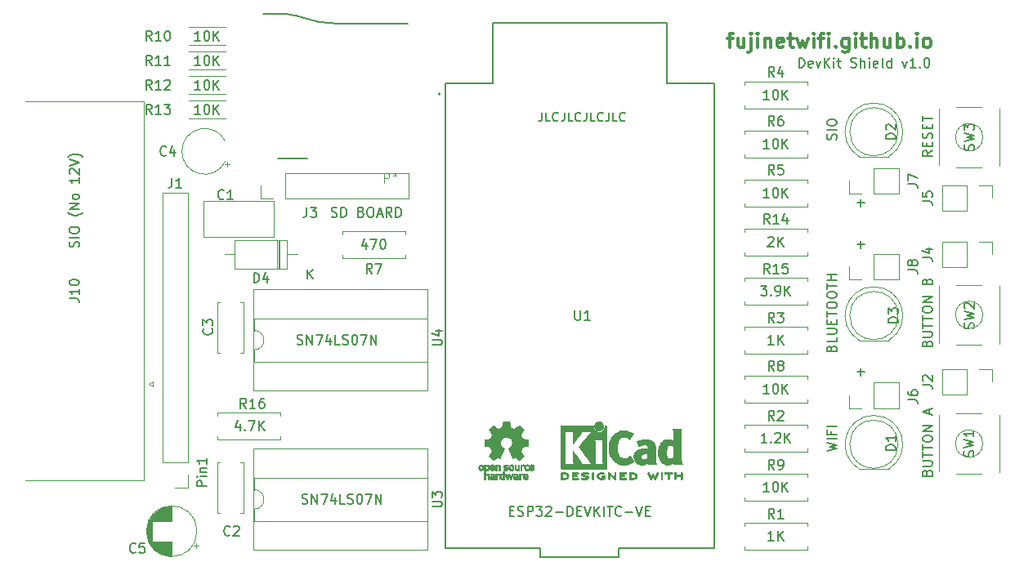
<source format=gbr>
%TF.GenerationSoftware,KiCad,Pcbnew,(5.1.9)-1*%
%TF.CreationDate,2021-02-16T00:19:24-06:00*%
%TF.ProjectId,fujinet-devkit-shield,66756a69-6e65-4742-9d64-65766b69742d,1.0*%
%TF.SameCoordinates,Original*%
%TF.FileFunction,Legend,Top*%
%TF.FilePolarity,Positive*%
%FSLAX46Y46*%
G04 Gerber Fmt 4.6, Leading zero omitted, Abs format (unit mm)*
G04 Created by KiCad (PCBNEW (5.1.9)-1) date 2021-02-16 00:19:24*
%MOMM*%
%LPD*%
G01*
G04 APERTURE LIST*
%ADD10C,0.150000*%
%ADD11C,0.200000*%
%ADD12C,0.300000*%
%ADD13C,0.120000*%
%ADD14C,0.010000*%
%ADD15C,0.127000*%
%ADD16C,0.015000*%
%ADD17C,4.000000*%
%ADD18C,1.600000*%
%ADD19R,1.600000X1.600000*%
%ADD20O,1.600000X1.600000*%
%ADD21O,2.200000X2.200000*%
%ADD22R,2.200000X2.200000*%
%ADD23O,1.700000X1.700000*%
%ADD24R,1.700000X1.700000*%
%ADD25C,1.800000*%
%ADD26R,1.800000X1.800000*%
%ADD27O,1.600000X2.400000*%
%ADD28R,1.600000X2.400000*%
%ADD29C,0.900000*%
%ADD30R,1.400000X2.200000*%
%ADD31R,1.800000X1.400000*%
%ADD32R,1.400000X1.600000*%
%ADD33R,0.700000X1.600000*%
%ADD34O,1.400000X1.400000*%
%ADD35C,1.400000*%
%ADD36C,3.200000*%
%ADD37C,1.700000*%
%ADD38C,1.530000*%
%ADD39R,1.530000X1.530000*%
G04 APERTURE END LIST*
D10*
X154846857Y-66563142D02*
X154846857Y-67206000D01*
X154804000Y-67334571D01*
X154718285Y-67420285D01*
X154589714Y-67463142D01*
X154504000Y-67463142D01*
X155704000Y-67463142D02*
X155275428Y-67463142D01*
X155275428Y-66563142D01*
X156518285Y-67377428D02*
X156475428Y-67420285D01*
X156346857Y-67463142D01*
X156261142Y-67463142D01*
X156132571Y-67420285D01*
X156046857Y-67334571D01*
X156004000Y-67248857D01*
X155961142Y-67077428D01*
X155961142Y-66948857D01*
X156004000Y-66777428D01*
X156046857Y-66691714D01*
X156132571Y-66606000D01*
X156261142Y-66563142D01*
X156346857Y-66563142D01*
X156475428Y-66606000D01*
X156518285Y-66648857D01*
X157161142Y-66563142D02*
X157161142Y-67206000D01*
X157118285Y-67334571D01*
X157032571Y-67420285D01*
X156904000Y-67463142D01*
X156818285Y-67463142D01*
X158018285Y-67463142D02*
X157589714Y-67463142D01*
X157589714Y-66563142D01*
X158832571Y-67377428D02*
X158789714Y-67420285D01*
X158661142Y-67463142D01*
X158575428Y-67463142D01*
X158446857Y-67420285D01*
X158361142Y-67334571D01*
X158318285Y-67248857D01*
X158275428Y-67077428D01*
X158275428Y-66948857D01*
X158318285Y-66777428D01*
X158361142Y-66691714D01*
X158446857Y-66606000D01*
X158575428Y-66563142D01*
X158661142Y-66563142D01*
X158789714Y-66606000D01*
X158832571Y-66648857D01*
X159475428Y-66563142D02*
X159475428Y-67206000D01*
X159432571Y-67334571D01*
X159346857Y-67420285D01*
X159218285Y-67463142D01*
X159132571Y-67463142D01*
X160332571Y-67463142D02*
X159904000Y-67463142D01*
X159904000Y-66563142D01*
X161146857Y-67377428D02*
X161104000Y-67420285D01*
X160975428Y-67463142D01*
X160889714Y-67463142D01*
X160761142Y-67420285D01*
X160675428Y-67334571D01*
X160632571Y-67248857D01*
X160589714Y-67077428D01*
X160589714Y-66948857D01*
X160632571Y-66777428D01*
X160675428Y-66691714D01*
X160761142Y-66606000D01*
X160889714Y-66563142D01*
X160975428Y-66563142D01*
X161104000Y-66606000D01*
X161146857Y-66648857D01*
X161789714Y-66563142D02*
X161789714Y-67206000D01*
X161746857Y-67334571D01*
X161661142Y-67420285D01*
X161532571Y-67463142D01*
X161446857Y-67463142D01*
X162646857Y-67463142D02*
X162218285Y-67463142D01*
X162218285Y-66563142D01*
X163461142Y-67377428D02*
X163418285Y-67420285D01*
X163289714Y-67463142D01*
X163204000Y-67463142D01*
X163075428Y-67420285D01*
X162989714Y-67334571D01*
X162946857Y-67248857D01*
X162904000Y-67077428D01*
X162904000Y-66948857D01*
X162946857Y-66777428D01*
X162989714Y-66691714D01*
X163075428Y-66606000D01*
X163204000Y-66563142D01*
X163289714Y-66563142D01*
X163418285Y-66606000D01*
X163461142Y-66648857D01*
D11*
X181475904Y-61920380D02*
X181475904Y-60920380D01*
X181714000Y-60920380D01*
X181856857Y-60968000D01*
X181952095Y-61063238D01*
X181999714Y-61158476D01*
X182047333Y-61348952D01*
X182047333Y-61491809D01*
X181999714Y-61682285D01*
X181952095Y-61777523D01*
X181856857Y-61872761D01*
X181714000Y-61920380D01*
X181475904Y-61920380D01*
X182856857Y-61872761D02*
X182761619Y-61920380D01*
X182571142Y-61920380D01*
X182475904Y-61872761D01*
X182428285Y-61777523D01*
X182428285Y-61396571D01*
X182475904Y-61301333D01*
X182571142Y-61253714D01*
X182761619Y-61253714D01*
X182856857Y-61301333D01*
X182904476Y-61396571D01*
X182904476Y-61491809D01*
X182428285Y-61587047D01*
X183237809Y-61253714D02*
X183475904Y-61920380D01*
X183714000Y-61253714D01*
X184094952Y-61920380D02*
X184094952Y-60920380D01*
X184666380Y-61920380D02*
X184237809Y-61348952D01*
X184666380Y-60920380D02*
X184094952Y-61491809D01*
X185094952Y-61920380D02*
X185094952Y-61253714D01*
X185094952Y-60920380D02*
X185047333Y-60968000D01*
X185094952Y-61015619D01*
X185142571Y-60968000D01*
X185094952Y-60920380D01*
X185094952Y-61015619D01*
X185428285Y-61253714D02*
X185809238Y-61253714D01*
X185571142Y-60920380D02*
X185571142Y-61777523D01*
X185618761Y-61872761D01*
X185714000Y-61920380D01*
X185809238Y-61920380D01*
X186856857Y-61872761D02*
X186999714Y-61920380D01*
X187237809Y-61920380D01*
X187333047Y-61872761D01*
X187380666Y-61825142D01*
X187428285Y-61729904D01*
X187428285Y-61634666D01*
X187380666Y-61539428D01*
X187333047Y-61491809D01*
X187237809Y-61444190D01*
X187047333Y-61396571D01*
X186952095Y-61348952D01*
X186904476Y-61301333D01*
X186856857Y-61206095D01*
X186856857Y-61110857D01*
X186904476Y-61015619D01*
X186952095Y-60968000D01*
X187047333Y-60920380D01*
X187285428Y-60920380D01*
X187428285Y-60968000D01*
X187856857Y-61920380D02*
X187856857Y-60920380D01*
X188285428Y-61920380D02*
X188285428Y-61396571D01*
X188237809Y-61301333D01*
X188142571Y-61253714D01*
X187999714Y-61253714D01*
X187904476Y-61301333D01*
X187856857Y-61348952D01*
X188761619Y-61920380D02*
X188761619Y-61253714D01*
X188761619Y-60920380D02*
X188714000Y-60968000D01*
X188761619Y-61015619D01*
X188809238Y-60968000D01*
X188761619Y-60920380D01*
X188761619Y-61015619D01*
X189618761Y-61872761D02*
X189523523Y-61920380D01*
X189333047Y-61920380D01*
X189237809Y-61872761D01*
X189190190Y-61777523D01*
X189190190Y-61396571D01*
X189237809Y-61301333D01*
X189333047Y-61253714D01*
X189523523Y-61253714D01*
X189618761Y-61301333D01*
X189666380Y-61396571D01*
X189666380Y-61491809D01*
X189190190Y-61587047D01*
X190237809Y-61920380D02*
X190142571Y-61872761D01*
X190094952Y-61777523D01*
X190094952Y-60920380D01*
X191047333Y-61920380D02*
X191047333Y-60920380D01*
X191047333Y-61872761D02*
X190952095Y-61920380D01*
X190761619Y-61920380D01*
X190666380Y-61872761D01*
X190618761Y-61825142D01*
X190571142Y-61729904D01*
X190571142Y-61444190D01*
X190618761Y-61348952D01*
X190666380Y-61301333D01*
X190761619Y-61253714D01*
X190952095Y-61253714D01*
X191047333Y-61301333D01*
X192190190Y-61253714D02*
X192428285Y-61920380D01*
X192666380Y-61253714D01*
X193571142Y-61920380D02*
X192999714Y-61920380D01*
X193285428Y-61920380D02*
X193285428Y-60920380D01*
X193190190Y-61063238D01*
X193094952Y-61158476D01*
X192999714Y-61206095D01*
X193999714Y-61825142D02*
X194047333Y-61872761D01*
X193999714Y-61920380D01*
X193952095Y-61872761D01*
X193999714Y-61825142D01*
X193999714Y-61920380D01*
X194666380Y-60920380D02*
X194761619Y-60920380D01*
X194856857Y-60968000D01*
X194904476Y-61015619D01*
X194952095Y-61110857D01*
X194999714Y-61301333D01*
X194999714Y-61539428D01*
X194952095Y-61729904D01*
X194904476Y-61825142D01*
X194856857Y-61872761D01*
X194761619Y-61920380D01*
X194666380Y-61920380D01*
X194571142Y-61872761D01*
X194523523Y-61825142D01*
X194475904Y-61729904D01*
X194428285Y-61539428D01*
X194428285Y-61301333D01*
X194475904Y-61110857D01*
X194523523Y-61015619D01*
X194571142Y-60968000D01*
X194666380Y-60920380D01*
D12*
X174050857Y-58860571D02*
X174622285Y-58860571D01*
X174265142Y-59860571D02*
X174265142Y-58574857D01*
X174336571Y-58432000D01*
X174479428Y-58360571D01*
X174622285Y-58360571D01*
X175765142Y-58860571D02*
X175765142Y-59860571D01*
X175122285Y-58860571D02*
X175122285Y-59646285D01*
X175193714Y-59789142D01*
X175336571Y-59860571D01*
X175550857Y-59860571D01*
X175693714Y-59789142D01*
X175765142Y-59717714D01*
X176479428Y-58860571D02*
X176479428Y-60146285D01*
X176408000Y-60289142D01*
X176265142Y-60360571D01*
X176193714Y-60360571D01*
X176479428Y-58360571D02*
X176408000Y-58432000D01*
X176479428Y-58503428D01*
X176550857Y-58432000D01*
X176479428Y-58360571D01*
X176479428Y-58503428D01*
X177193714Y-59860571D02*
X177193714Y-58860571D01*
X177193714Y-58360571D02*
X177122285Y-58432000D01*
X177193714Y-58503428D01*
X177265142Y-58432000D01*
X177193714Y-58360571D01*
X177193714Y-58503428D01*
X177908000Y-58860571D02*
X177908000Y-59860571D01*
X177908000Y-59003428D02*
X177979428Y-58932000D01*
X178122285Y-58860571D01*
X178336571Y-58860571D01*
X178479428Y-58932000D01*
X178550857Y-59074857D01*
X178550857Y-59860571D01*
X179836571Y-59789142D02*
X179693714Y-59860571D01*
X179408000Y-59860571D01*
X179265142Y-59789142D01*
X179193714Y-59646285D01*
X179193714Y-59074857D01*
X179265142Y-58932000D01*
X179408000Y-58860571D01*
X179693714Y-58860571D01*
X179836571Y-58932000D01*
X179908000Y-59074857D01*
X179908000Y-59217714D01*
X179193714Y-59360571D01*
X180336571Y-58860571D02*
X180908000Y-58860571D01*
X180550857Y-58360571D02*
X180550857Y-59646285D01*
X180622285Y-59789142D01*
X180765142Y-59860571D01*
X180908000Y-59860571D01*
X181265142Y-58860571D02*
X181550857Y-59860571D01*
X181836571Y-59146285D01*
X182122285Y-59860571D01*
X182408000Y-58860571D01*
X182979428Y-59860571D02*
X182979428Y-58860571D01*
X182979428Y-58360571D02*
X182908000Y-58432000D01*
X182979428Y-58503428D01*
X183050857Y-58432000D01*
X182979428Y-58360571D01*
X182979428Y-58503428D01*
X183479428Y-58860571D02*
X184050857Y-58860571D01*
X183693714Y-59860571D02*
X183693714Y-58574857D01*
X183765142Y-58432000D01*
X183908000Y-58360571D01*
X184050857Y-58360571D01*
X184550857Y-59860571D02*
X184550857Y-58860571D01*
X184550857Y-58360571D02*
X184479428Y-58432000D01*
X184550857Y-58503428D01*
X184622285Y-58432000D01*
X184550857Y-58360571D01*
X184550857Y-58503428D01*
X185265142Y-59717714D02*
X185336571Y-59789142D01*
X185265142Y-59860571D01*
X185193714Y-59789142D01*
X185265142Y-59717714D01*
X185265142Y-59860571D01*
X186622285Y-58860571D02*
X186622285Y-60074857D01*
X186550857Y-60217714D01*
X186479428Y-60289142D01*
X186336571Y-60360571D01*
X186122285Y-60360571D01*
X185979428Y-60289142D01*
X186622285Y-59789142D02*
X186479428Y-59860571D01*
X186193714Y-59860571D01*
X186050857Y-59789142D01*
X185979428Y-59717714D01*
X185908000Y-59574857D01*
X185908000Y-59146285D01*
X185979428Y-59003428D01*
X186050857Y-58932000D01*
X186193714Y-58860571D01*
X186479428Y-58860571D01*
X186622285Y-58932000D01*
X187336571Y-59860571D02*
X187336571Y-58860571D01*
X187336571Y-58360571D02*
X187265142Y-58432000D01*
X187336571Y-58503428D01*
X187408000Y-58432000D01*
X187336571Y-58360571D01*
X187336571Y-58503428D01*
X187836571Y-58860571D02*
X188408000Y-58860571D01*
X188050857Y-58360571D02*
X188050857Y-59646285D01*
X188122285Y-59789142D01*
X188265142Y-59860571D01*
X188408000Y-59860571D01*
X188908000Y-59860571D02*
X188908000Y-58360571D01*
X189550857Y-59860571D02*
X189550857Y-59074857D01*
X189479428Y-58932000D01*
X189336571Y-58860571D01*
X189122285Y-58860571D01*
X188979428Y-58932000D01*
X188908000Y-59003428D01*
X190908000Y-58860571D02*
X190908000Y-59860571D01*
X190265142Y-58860571D02*
X190265142Y-59646285D01*
X190336571Y-59789142D01*
X190479428Y-59860571D01*
X190693714Y-59860571D01*
X190836571Y-59789142D01*
X190908000Y-59717714D01*
X191622285Y-59860571D02*
X191622285Y-58360571D01*
X191622285Y-58932000D02*
X191765142Y-58860571D01*
X192050857Y-58860571D01*
X192193714Y-58932000D01*
X192265142Y-59003428D01*
X192336571Y-59146285D01*
X192336571Y-59574857D01*
X192265142Y-59717714D01*
X192193714Y-59789142D01*
X192050857Y-59860571D01*
X191765142Y-59860571D01*
X191622285Y-59789142D01*
X192979428Y-59717714D02*
X193050857Y-59789142D01*
X192979428Y-59860571D01*
X192908000Y-59789142D01*
X192979428Y-59717714D01*
X192979428Y-59860571D01*
X193693714Y-59860571D02*
X193693714Y-58860571D01*
X193693714Y-58360571D02*
X193622285Y-58432000D01*
X193693714Y-58503428D01*
X193765142Y-58432000D01*
X193693714Y-58360571D01*
X193693714Y-58503428D01*
X194622285Y-59860571D02*
X194479428Y-59789142D01*
X194408000Y-59717714D01*
X194336571Y-59574857D01*
X194336571Y-59146285D01*
X194408000Y-59003428D01*
X194479428Y-58932000D01*
X194622285Y-58860571D01*
X194836571Y-58860571D01*
X194979428Y-58932000D01*
X195050857Y-59003428D01*
X195122285Y-59146285D01*
X195122285Y-59574857D01*
X195050857Y-59717714D01*
X194979428Y-59789142D01*
X194836571Y-59860571D01*
X194622285Y-59860571D01*
D11*
X187888571Y-75565047D02*
X187888571Y-76326952D01*
X187507619Y-75946000D02*
X188269523Y-75946000D01*
X187888571Y-93091047D02*
X187888571Y-93852952D01*
X187507619Y-93472000D02*
X188269523Y-93472000D01*
X187888571Y-79883047D02*
X187888571Y-80644952D01*
X187507619Y-80264000D02*
X188269523Y-80264000D01*
X120086380Y-105314571D02*
X119086380Y-105314571D01*
X119086380Y-104933619D01*
X119134000Y-104838380D01*
X119181619Y-104790761D01*
X119276857Y-104743142D01*
X119419714Y-104743142D01*
X119514952Y-104790761D01*
X119562571Y-104838380D01*
X119610190Y-104933619D01*
X119610190Y-105314571D01*
X120086380Y-104314571D02*
X119419714Y-104314571D01*
X119086380Y-104314571D02*
X119134000Y-104362190D01*
X119181619Y-104314571D01*
X119134000Y-104266952D01*
X119086380Y-104314571D01*
X119181619Y-104314571D01*
X119419714Y-103838380D02*
X120086380Y-103838380D01*
X119514952Y-103838380D02*
X119467333Y-103790761D01*
X119419714Y-103695523D01*
X119419714Y-103552666D01*
X119467333Y-103457428D01*
X119562571Y-103409809D01*
X120086380Y-103409809D01*
X120086380Y-102409809D02*
X120086380Y-102981238D01*
X120086380Y-102695523D02*
X119086380Y-102695523D01*
X119229238Y-102790761D01*
X119324476Y-102886000D01*
X119372095Y-102981238D01*
D13*
%TO.C,J10*%
X101280000Y-65387000D02*
X113620000Y-65387000D01*
X113620000Y-65387000D02*
X113620000Y-104707000D01*
X113620000Y-104707000D02*
X101280000Y-104707000D01*
X114514338Y-94492000D02*
X114514338Y-94992000D01*
X114514338Y-94992000D02*
X114081325Y-94742000D01*
X114081325Y-94742000D02*
X114514338Y-94492000D01*
D14*
%TO.C,REF\u002A\u002A*%
G36*
X169296823Y-103874533D02*
G01*
X169328202Y-103896776D01*
X169355911Y-103924485D01*
X169355911Y-104233920D01*
X169355838Y-104325799D01*
X169355495Y-104397840D01*
X169354692Y-104452780D01*
X169353241Y-104493360D01*
X169350952Y-104522317D01*
X169347636Y-104542391D01*
X169343105Y-104556321D01*
X169337169Y-104566845D01*
X169332514Y-104573100D01*
X169301783Y-104597673D01*
X169266496Y-104600341D01*
X169234245Y-104585271D01*
X169223588Y-104576374D01*
X169216464Y-104564557D01*
X169212167Y-104545526D01*
X169209991Y-104514992D01*
X169209228Y-104468662D01*
X169209155Y-104432871D01*
X169209155Y-104298045D01*
X168712444Y-104298045D01*
X168712444Y-104420700D01*
X168711931Y-104476787D01*
X168709876Y-104515333D01*
X168705508Y-104541361D01*
X168698056Y-104559897D01*
X168689047Y-104573100D01*
X168658144Y-104597604D01*
X168623196Y-104600506D01*
X168589738Y-104583089D01*
X168580604Y-104573959D01*
X168574152Y-104561855D01*
X168569897Y-104543001D01*
X168567352Y-104513620D01*
X168566029Y-104469937D01*
X168565443Y-104408175D01*
X168565375Y-104394000D01*
X168564891Y-104277631D01*
X168564641Y-104181727D01*
X168564723Y-104104177D01*
X168565231Y-104042869D01*
X168566262Y-103995690D01*
X168567913Y-103960530D01*
X168570279Y-103935276D01*
X168573457Y-103917817D01*
X168577544Y-103906041D01*
X168582634Y-103897835D01*
X168588266Y-103891645D01*
X168620128Y-103871844D01*
X168653357Y-103874533D01*
X168684735Y-103896776D01*
X168697433Y-103911126D01*
X168705526Y-103926978D01*
X168710042Y-103949554D01*
X168712006Y-103984078D01*
X168712444Y-104035776D01*
X168712444Y-104151289D01*
X169209155Y-104151289D01*
X169209155Y-104032756D01*
X169209662Y-103978148D01*
X169211698Y-103941275D01*
X169216035Y-103917307D01*
X169223447Y-103901415D01*
X169231733Y-103891645D01*
X169263594Y-103871844D01*
X169296823Y-103874533D01*
G37*
X169296823Y-103874533D02*
X169328202Y-103896776D01*
X169355911Y-103924485D01*
X169355911Y-104233920D01*
X169355838Y-104325799D01*
X169355495Y-104397840D01*
X169354692Y-104452780D01*
X169353241Y-104493360D01*
X169350952Y-104522317D01*
X169347636Y-104542391D01*
X169343105Y-104556321D01*
X169337169Y-104566845D01*
X169332514Y-104573100D01*
X169301783Y-104597673D01*
X169266496Y-104600341D01*
X169234245Y-104585271D01*
X169223588Y-104576374D01*
X169216464Y-104564557D01*
X169212167Y-104545526D01*
X169209991Y-104514992D01*
X169209228Y-104468662D01*
X169209155Y-104432871D01*
X169209155Y-104298045D01*
X168712444Y-104298045D01*
X168712444Y-104420700D01*
X168711931Y-104476787D01*
X168709876Y-104515333D01*
X168705508Y-104541361D01*
X168698056Y-104559897D01*
X168689047Y-104573100D01*
X168658144Y-104597604D01*
X168623196Y-104600506D01*
X168589738Y-104583089D01*
X168580604Y-104573959D01*
X168574152Y-104561855D01*
X168569897Y-104543001D01*
X168567352Y-104513620D01*
X168566029Y-104469937D01*
X168565443Y-104408175D01*
X168565375Y-104394000D01*
X168564891Y-104277631D01*
X168564641Y-104181727D01*
X168564723Y-104104177D01*
X168565231Y-104042869D01*
X168566262Y-103995690D01*
X168567913Y-103960530D01*
X168570279Y-103935276D01*
X168573457Y-103917817D01*
X168577544Y-103906041D01*
X168582634Y-103897835D01*
X168588266Y-103891645D01*
X168620128Y-103871844D01*
X168653357Y-103874533D01*
X168684735Y-103896776D01*
X168697433Y-103911126D01*
X168705526Y-103926978D01*
X168710042Y-103949554D01*
X168712006Y-103984078D01*
X168712444Y-104035776D01*
X168712444Y-104151289D01*
X169209155Y-104151289D01*
X169209155Y-104032756D01*
X169209662Y-103978148D01*
X169211698Y-103941275D01*
X169216035Y-103917307D01*
X169223447Y-103901415D01*
X169231733Y-103891645D01*
X169263594Y-103871844D01*
X169296823Y-103874533D01*
G36*
X168031065Y-103869163D02*
G01*
X168109772Y-103869542D01*
X168170863Y-103870333D01*
X168216817Y-103871670D01*
X168250114Y-103873683D01*
X168273236Y-103876506D01*
X168288662Y-103880269D01*
X168298871Y-103885105D01*
X168303813Y-103888822D01*
X168329457Y-103921358D01*
X168332559Y-103955138D01*
X168316711Y-103985826D01*
X168306348Y-103998089D01*
X168295196Y-104006450D01*
X168279035Y-104011657D01*
X168253642Y-104014457D01*
X168214798Y-104015596D01*
X168158280Y-104015821D01*
X168147180Y-104015822D01*
X168001244Y-104015822D01*
X168001244Y-104286756D01*
X168001148Y-104372154D01*
X168000711Y-104437864D01*
X167999712Y-104486774D01*
X167997928Y-104521773D01*
X167995137Y-104545749D01*
X167991117Y-104561593D01*
X167985645Y-104572191D01*
X167978666Y-104580267D01*
X167945734Y-104600112D01*
X167911354Y-104598548D01*
X167880176Y-104575906D01*
X167877886Y-104573100D01*
X167870429Y-104562492D01*
X167864747Y-104550081D01*
X167860601Y-104532850D01*
X167857750Y-104507784D01*
X167855954Y-104471867D01*
X167854972Y-104422083D01*
X167854564Y-104355417D01*
X167854489Y-104279589D01*
X167854489Y-104015822D01*
X167715127Y-104015822D01*
X167655322Y-104015418D01*
X167613918Y-104013840D01*
X167586748Y-104010547D01*
X167569646Y-104004992D01*
X167558443Y-103996631D01*
X167557083Y-103995178D01*
X167540725Y-103961939D01*
X167542172Y-103924362D01*
X167560978Y-103891645D01*
X167568250Y-103885298D01*
X167577627Y-103880266D01*
X167591609Y-103876396D01*
X167612696Y-103873537D01*
X167643389Y-103871535D01*
X167686189Y-103870239D01*
X167743595Y-103869498D01*
X167818110Y-103869158D01*
X167912233Y-103869068D01*
X167932260Y-103869067D01*
X168031065Y-103869163D01*
G37*
X168031065Y-103869163D02*
X168109772Y-103869542D01*
X168170863Y-103870333D01*
X168216817Y-103871670D01*
X168250114Y-103873683D01*
X168273236Y-103876506D01*
X168288662Y-103880269D01*
X168298871Y-103885105D01*
X168303813Y-103888822D01*
X168329457Y-103921358D01*
X168332559Y-103955138D01*
X168316711Y-103985826D01*
X168306348Y-103998089D01*
X168295196Y-104006450D01*
X168279035Y-104011657D01*
X168253642Y-104014457D01*
X168214798Y-104015596D01*
X168158280Y-104015821D01*
X168147180Y-104015822D01*
X168001244Y-104015822D01*
X168001244Y-104286756D01*
X168001148Y-104372154D01*
X168000711Y-104437864D01*
X167999712Y-104486774D01*
X167997928Y-104521773D01*
X167995137Y-104545749D01*
X167991117Y-104561593D01*
X167985645Y-104572191D01*
X167978666Y-104580267D01*
X167945734Y-104600112D01*
X167911354Y-104598548D01*
X167880176Y-104575906D01*
X167877886Y-104573100D01*
X167870429Y-104562492D01*
X167864747Y-104550081D01*
X167860601Y-104532850D01*
X167857750Y-104507784D01*
X167855954Y-104471867D01*
X167854972Y-104422083D01*
X167854564Y-104355417D01*
X167854489Y-104279589D01*
X167854489Y-104015822D01*
X167715127Y-104015822D01*
X167655322Y-104015418D01*
X167613918Y-104013840D01*
X167586748Y-104010547D01*
X167569646Y-104004992D01*
X167558443Y-103996631D01*
X167557083Y-103995178D01*
X167540725Y-103961939D01*
X167542172Y-103924362D01*
X167560978Y-103891645D01*
X167568250Y-103885298D01*
X167577627Y-103880266D01*
X167591609Y-103876396D01*
X167612696Y-103873537D01*
X167643389Y-103871535D01*
X167686189Y-103870239D01*
X167743595Y-103869498D01*
X167818110Y-103869158D01*
X167912233Y-103869068D01*
X167932260Y-103869067D01*
X168031065Y-103869163D01*
G36*
X167256614Y-103875877D02*
G01*
X167280327Y-103890647D01*
X167306978Y-103912227D01*
X167306978Y-104233773D01*
X167306893Y-104327830D01*
X167306529Y-104401932D01*
X167305724Y-104458704D01*
X167304313Y-104500768D01*
X167302133Y-104530748D01*
X167299021Y-104551267D01*
X167294814Y-104564949D01*
X167289348Y-104574416D01*
X167285472Y-104579082D01*
X167254034Y-104599575D01*
X167218233Y-104598739D01*
X167186873Y-104581264D01*
X167160222Y-104559684D01*
X167160222Y-103912227D01*
X167186873Y-103890647D01*
X167212594Y-103874949D01*
X167233600Y-103869067D01*
X167256614Y-103875877D01*
G37*
X167256614Y-103875877D02*
X167280327Y-103890647D01*
X167306978Y-103912227D01*
X167306978Y-104233773D01*
X167306893Y-104327830D01*
X167306529Y-104401932D01*
X167305724Y-104458704D01*
X167304313Y-104500768D01*
X167302133Y-104530748D01*
X167299021Y-104551267D01*
X167294814Y-104564949D01*
X167289348Y-104574416D01*
X167285472Y-104579082D01*
X167254034Y-104599575D01*
X167218233Y-104598739D01*
X167186873Y-104581264D01*
X167160222Y-104559684D01*
X167160222Y-103912227D01*
X167186873Y-103890647D01*
X167212594Y-103874949D01*
X167233600Y-103869067D01*
X167256614Y-103875877D01*
G36*
X166812665Y-103871034D02*
G01*
X166832255Y-103878035D01*
X166833010Y-103878377D01*
X166859613Y-103898678D01*
X166874270Y-103919561D01*
X166877138Y-103929352D01*
X166876996Y-103942361D01*
X166872961Y-103960895D01*
X166864146Y-103987257D01*
X166849669Y-104023752D01*
X166828645Y-104072687D01*
X166800188Y-104136365D01*
X166763415Y-104217093D01*
X166743175Y-104261216D01*
X166706625Y-104339985D01*
X166672315Y-104412423D01*
X166641552Y-104475880D01*
X166615648Y-104527708D01*
X166595910Y-104565259D01*
X166583650Y-104585884D01*
X166581224Y-104588733D01*
X166550183Y-104601302D01*
X166515121Y-104599619D01*
X166487000Y-104584332D01*
X166485854Y-104583089D01*
X166474668Y-104566154D01*
X166455904Y-104533170D01*
X166431875Y-104488380D01*
X166404897Y-104436032D01*
X166395201Y-104416742D01*
X166322014Y-104270150D01*
X166242240Y-104429393D01*
X166213767Y-104484415D01*
X166187350Y-104532132D01*
X166165148Y-104568893D01*
X166149319Y-104591044D01*
X166143954Y-104595741D01*
X166102257Y-104602102D01*
X166067849Y-104588733D01*
X166057728Y-104574446D01*
X166040214Y-104542692D01*
X166016735Y-104496597D01*
X165988720Y-104439285D01*
X165957599Y-104373880D01*
X165924799Y-104303507D01*
X165891750Y-104231291D01*
X165859881Y-104160355D01*
X165830619Y-104093825D01*
X165805395Y-104034826D01*
X165785636Y-103986481D01*
X165772772Y-103951915D01*
X165768231Y-103934253D01*
X165768277Y-103933613D01*
X165779326Y-103911388D01*
X165801410Y-103888753D01*
X165802710Y-103887768D01*
X165829853Y-103872425D01*
X165854958Y-103872574D01*
X165864368Y-103875466D01*
X165875834Y-103881718D01*
X165888010Y-103894014D01*
X165902357Y-103914908D01*
X165920336Y-103946949D01*
X165943407Y-103992688D01*
X165973030Y-104054677D01*
X165999745Y-104111898D01*
X166030480Y-104178226D01*
X166058021Y-104237874D01*
X166080938Y-104287725D01*
X166097798Y-104324664D01*
X166107173Y-104345573D01*
X166108540Y-104348845D01*
X166114689Y-104343497D01*
X166128822Y-104321109D01*
X166149057Y-104284946D01*
X166173515Y-104238277D01*
X166183248Y-104219022D01*
X166216217Y-104154004D01*
X166241643Y-104106654D01*
X166261612Y-104074219D01*
X166278210Y-104053946D01*
X166293524Y-104043082D01*
X166309640Y-104038875D01*
X166320143Y-104038400D01*
X166338670Y-104040042D01*
X166354904Y-104046831D01*
X166371035Y-104061566D01*
X166389251Y-104087044D01*
X166411739Y-104126061D01*
X166440689Y-104181414D01*
X166456662Y-104212903D01*
X166482570Y-104263087D01*
X166505167Y-104304704D01*
X166522458Y-104334242D01*
X166532450Y-104348189D01*
X166533809Y-104348770D01*
X166540261Y-104337793D01*
X166554708Y-104309290D01*
X166575703Y-104266244D01*
X166601797Y-104211638D01*
X166631546Y-104148454D01*
X166646180Y-104117071D01*
X166684250Y-104036078D01*
X166714905Y-103973756D01*
X166739737Y-103928071D01*
X166760337Y-103896989D01*
X166778298Y-103878478D01*
X166795210Y-103870504D01*
X166812665Y-103871034D01*
G37*
X166812665Y-103871034D02*
X166832255Y-103878035D01*
X166833010Y-103878377D01*
X166859613Y-103898678D01*
X166874270Y-103919561D01*
X166877138Y-103929352D01*
X166876996Y-103942361D01*
X166872961Y-103960895D01*
X166864146Y-103987257D01*
X166849669Y-104023752D01*
X166828645Y-104072687D01*
X166800188Y-104136365D01*
X166763415Y-104217093D01*
X166743175Y-104261216D01*
X166706625Y-104339985D01*
X166672315Y-104412423D01*
X166641552Y-104475880D01*
X166615648Y-104527708D01*
X166595910Y-104565259D01*
X166583650Y-104585884D01*
X166581224Y-104588733D01*
X166550183Y-104601302D01*
X166515121Y-104599619D01*
X166487000Y-104584332D01*
X166485854Y-104583089D01*
X166474668Y-104566154D01*
X166455904Y-104533170D01*
X166431875Y-104488380D01*
X166404897Y-104436032D01*
X166395201Y-104416742D01*
X166322014Y-104270150D01*
X166242240Y-104429393D01*
X166213767Y-104484415D01*
X166187350Y-104532132D01*
X166165148Y-104568893D01*
X166149319Y-104591044D01*
X166143954Y-104595741D01*
X166102257Y-104602102D01*
X166067849Y-104588733D01*
X166057728Y-104574446D01*
X166040214Y-104542692D01*
X166016735Y-104496597D01*
X165988720Y-104439285D01*
X165957599Y-104373880D01*
X165924799Y-104303507D01*
X165891750Y-104231291D01*
X165859881Y-104160355D01*
X165830619Y-104093825D01*
X165805395Y-104034826D01*
X165785636Y-103986481D01*
X165772772Y-103951915D01*
X165768231Y-103934253D01*
X165768277Y-103933613D01*
X165779326Y-103911388D01*
X165801410Y-103888753D01*
X165802710Y-103887768D01*
X165829853Y-103872425D01*
X165854958Y-103872574D01*
X165864368Y-103875466D01*
X165875834Y-103881718D01*
X165888010Y-103894014D01*
X165902357Y-103914908D01*
X165920336Y-103946949D01*
X165943407Y-103992688D01*
X165973030Y-104054677D01*
X165999745Y-104111898D01*
X166030480Y-104178226D01*
X166058021Y-104237874D01*
X166080938Y-104287725D01*
X166097798Y-104324664D01*
X166107173Y-104345573D01*
X166108540Y-104348845D01*
X166114689Y-104343497D01*
X166128822Y-104321109D01*
X166149057Y-104284946D01*
X166173515Y-104238277D01*
X166183248Y-104219022D01*
X166216217Y-104154004D01*
X166241643Y-104106654D01*
X166261612Y-104074219D01*
X166278210Y-104053946D01*
X166293524Y-104043082D01*
X166309640Y-104038875D01*
X166320143Y-104038400D01*
X166338670Y-104040042D01*
X166354904Y-104046831D01*
X166371035Y-104061566D01*
X166389251Y-104087044D01*
X166411739Y-104126061D01*
X166440689Y-104181414D01*
X166456662Y-104212903D01*
X166482570Y-104263087D01*
X166505167Y-104304704D01*
X166522458Y-104334242D01*
X166532450Y-104348189D01*
X166533809Y-104348770D01*
X166540261Y-104337793D01*
X166554708Y-104309290D01*
X166575703Y-104266244D01*
X166601797Y-104211638D01*
X166631546Y-104148454D01*
X166646180Y-104117071D01*
X166684250Y-104036078D01*
X166714905Y-103973756D01*
X166739737Y-103928071D01*
X166760337Y-103896989D01*
X166778298Y-103878478D01*
X166795210Y-103870504D01*
X166812665Y-103871034D01*
G36*
X164086309Y-103869275D02*
G01*
X164215288Y-103873636D01*
X164324991Y-103886861D01*
X164417226Y-103909741D01*
X164493802Y-103943070D01*
X164556527Y-103987638D01*
X164607212Y-104044236D01*
X164647663Y-104113658D01*
X164648459Y-104115351D01*
X164672601Y-104177483D01*
X164681203Y-104232509D01*
X164674231Y-104287887D01*
X164651654Y-104351073D01*
X164647372Y-104360689D01*
X164618172Y-104416966D01*
X164585356Y-104460451D01*
X164543002Y-104497417D01*
X164485190Y-104534135D01*
X164481831Y-104536052D01*
X164431504Y-104560227D01*
X164374621Y-104578282D01*
X164307527Y-104590839D01*
X164226565Y-104598522D01*
X164128082Y-104601953D01*
X164093286Y-104602251D01*
X163927594Y-104602845D01*
X163904197Y-104573100D01*
X163897257Y-104563319D01*
X163891842Y-104551897D01*
X163887765Y-104536095D01*
X163884837Y-104513175D01*
X163882867Y-104480396D01*
X163882225Y-104456089D01*
X164038844Y-104456089D01*
X164132726Y-104456089D01*
X164187664Y-104454483D01*
X164244060Y-104450255D01*
X164290345Y-104444292D01*
X164293139Y-104443790D01*
X164375348Y-104421736D01*
X164439114Y-104388600D01*
X164486452Y-104342847D01*
X164519382Y-104282939D01*
X164525108Y-104267061D01*
X164530721Y-104242333D01*
X164528291Y-104217902D01*
X164516467Y-104185400D01*
X164509340Y-104169434D01*
X164486000Y-104127006D01*
X164457880Y-104097240D01*
X164426940Y-104076511D01*
X164364966Y-104049537D01*
X164285651Y-104029998D01*
X164193253Y-104018746D01*
X164126333Y-104016270D01*
X164038844Y-104015822D01*
X164038844Y-104456089D01*
X163882225Y-104456089D01*
X163881668Y-104435021D01*
X163881050Y-104374311D01*
X163880825Y-104295526D01*
X163880800Y-104233920D01*
X163880800Y-103924485D01*
X163908509Y-103896776D01*
X163920806Y-103885544D01*
X163934103Y-103877853D01*
X163952672Y-103873040D01*
X163980786Y-103870446D01*
X164022717Y-103869410D01*
X164082737Y-103869270D01*
X164086309Y-103869275D01*
G37*
X164086309Y-103869275D02*
X164215288Y-103873636D01*
X164324991Y-103886861D01*
X164417226Y-103909741D01*
X164493802Y-103943070D01*
X164556527Y-103987638D01*
X164607212Y-104044236D01*
X164647663Y-104113658D01*
X164648459Y-104115351D01*
X164672601Y-104177483D01*
X164681203Y-104232509D01*
X164674231Y-104287887D01*
X164651654Y-104351073D01*
X164647372Y-104360689D01*
X164618172Y-104416966D01*
X164585356Y-104460451D01*
X164543002Y-104497417D01*
X164485190Y-104534135D01*
X164481831Y-104536052D01*
X164431504Y-104560227D01*
X164374621Y-104578282D01*
X164307527Y-104590839D01*
X164226565Y-104598522D01*
X164128082Y-104601953D01*
X164093286Y-104602251D01*
X163927594Y-104602845D01*
X163904197Y-104573100D01*
X163897257Y-104563319D01*
X163891842Y-104551897D01*
X163887765Y-104536095D01*
X163884837Y-104513175D01*
X163882867Y-104480396D01*
X163882225Y-104456089D01*
X164038844Y-104456089D01*
X164132726Y-104456089D01*
X164187664Y-104454483D01*
X164244060Y-104450255D01*
X164290345Y-104444292D01*
X164293139Y-104443790D01*
X164375348Y-104421736D01*
X164439114Y-104388600D01*
X164486452Y-104342847D01*
X164519382Y-104282939D01*
X164525108Y-104267061D01*
X164530721Y-104242333D01*
X164528291Y-104217902D01*
X164516467Y-104185400D01*
X164509340Y-104169434D01*
X164486000Y-104127006D01*
X164457880Y-104097240D01*
X164426940Y-104076511D01*
X164364966Y-104049537D01*
X164285651Y-104029998D01*
X164193253Y-104018746D01*
X164126333Y-104016270D01*
X164038844Y-104015822D01*
X164038844Y-104456089D01*
X163882225Y-104456089D01*
X163881668Y-104435021D01*
X163881050Y-104374311D01*
X163880825Y-104295526D01*
X163880800Y-104233920D01*
X163880800Y-103924485D01*
X163908509Y-103896776D01*
X163920806Y-103885544D01*
X163934103Y-103877853D01*
X163952672Y-103873040D01*
X163980786Y-103870446D01*
X164022717Y-103869410D01*
X164082737Y-103869270D01*
X164086309Y-103869275D01*
G36*
X163298343Y-103869260D02*
G01*
X163374701Y-103870174D01*
X163433217Y-103872311D01*
X163476255Y-103876175D01*
X163506183Y-103882267D01*
X163525368Y-103891090D01*
X163536176Y-103903146D01*
X163540973Y-103918939D01*
X163542127Y-103938970D01*
X163542133Y-103941335D01*
X163541131Y-103963992D01*
X163536396Y-103981503D01*
X163525333Y-103994574D01*
X163505348Y-104003913D01*
X163473846Y-104010227D01*
X163428232Y-104014222D01*
X163365913Y-104016606D01*
X163284293Y-104018086D01*
X163259277Y-104018414D01*
X163017200Y-104021467D01*
X163013814Y-104086378D01*
X163010429Y-104151289D01*
X163178576Y-104151289D01*
X163244266Y-104151531D01*
X163291172Y-104152556D01*
X163323083Y-104154811D01*
X163343791Y-104158742D01*
X163357084Y-104164798D01*
X163366755Y-104173424D01*
X163366817Y-104173493D01*
X163384356Y-104207112D01*
X163383722Y-104243448D01*
X163365314Y-104274423D01*
X163361671Y-104277607D01*
X163348741Y-104285812D01*
X163331024Y-104291521D01*
X163304570Y-104295162D01*
X163265432Y-104297167D01*
X163209662Y-104297964D01*
X163173994Y-104298045D01*
X163011555Y-104298045D01*
X163011555Y-104456089D01*
X163258161Y-104456089D01*
X163339580Y-104456231D01*
X163401410Y-104456814D01*
X163446637Y-104458068D01*
X163478248Y-104460227D01*
X163499231Y-104463523D01*
X163512573Y-104468189D01*
X163521261Y-104474457D01*
X163523450Y-104476733D01*
X163539614Y-104508280D01*
X163540797Y-104544168D01*
X163527536Y-104575285D01*
X163517043Y-104585271D01*
X163506129Y-104590769D01*
X163489217Y-104595022D01*
X163463633Y-104598180D01*
X163426701Y-104600392D01*
X163375746Y-104601806D01*
X163308094Y-104602572D01*
X163221069Y-104602838D01*
X163201394Y-104602845D01*
X163112911Y-104602787D01*
X163044227Y-104602467D01*
X162992564Y-104601667D01*
X162955145Y-104600167D01*
X162929190Y-104597749D01*
X162911922Y-104594194D01*
X162900562Y-104589282D01*
X162892332Y-104582795D01*
X162887817Y-104578138D01*
X162881021Y-104569889D01*
X162875712Y-104559669D01*
X162871706Y-104544800D01*
X162868821Y-104522602D01*
X162866874Y-104490393D01*
X162865681Y-104445496D01*
X162865061Y-104385228D01*
X162864829Y-104306911D01*
X162864800Y-104240994D01*
X162864871Y-104148628D01*
X162865208Y-104076117D01*
X162865998Y-104020737D01*
X162867426Y-103979765D01*
X162869679Y-103950478D01*
X162872943Y-103930153D01*
X162877404Y-103916066D01*
X162883248Y-103905495D01*
X162888197Y-103898811D01*
X162911594Y-103869067D01*
X163201774Y-103869067D01*
X163298343Y-103869260D01*
G37*
X163298343Y-103869260D02*
X163374701Y-103870174D01*
X163433217Y-103872311D01*
X163476255Y-103876175D01*
X163506183Y-103882267D01*
X163525368Y-103891090D01*
X163536176Y-103903146D01*
X163540973Y-103918939D01*
X163542127Y-103938970D01*
X163542133Y-103941335D01*
X163541131Y-103963992D01*
X163536396Y-103981503D01*
X163525333Y-103994574D01*
X163505348Y-104003913D01*
X163473846Y-104010227D01*
X163428232Y-104014222D01*
X163365913Y-104016606D01*
X163284293Y-104018086D01*
X163259277Y-104018414D01*
X163017200Y-104021467D01*
X163013814Y-104086378D01*
X163010429Y-104151289D01*
X163178576Y-104151289D01*
X163244266Y-104151531D01*
X163291172Y-104152556D01*
X163323083Y-104154811D01*
X163343791Y-104158742D01*
X163357084Y-104164798D01*
X163366755Y-104173424D01*
X163366817Y-104173493D01*
X163384356Y-104207112D01*
X163383722Y-104243448D01*
X163365314Y-104274423D01*
X163361671Y-104277607D01*
X163348741Y-104285812D01*
X163331024Y-104291521D01*
X163304570Y-104295162D01*
X163265432Y-104297167D01*
X163209662Y-104297964D01*
X163173994Y-104298045D01*
X163011555Y-104298045D01*
X163011555Y-104456089D01*
X163258161Y-104456089D01*
X163339580Y-104456231D01*
X163401410Y-104456814D01*
X163446637Y-104458068D01*
X163478248Y-104460227D01*
X163499231Y-104463523D01*
X163512573Y-104468189D01*
X163521261Y-104474457D01*
X163523450Y-104476733D01*
X163539614Y-104508280D01*
X163540797Y-104544168D01*
X163527536Y-104575285D01*
X163517043Y-104585271D01*
X163506129Y-104590769D01*
X163489217Y-104595022D01*
X163463633Y-104598180D01*
X163426701Y-104600392D01*
X163375746Y-104601806D01*
X163308094Y-104602572D01*
X163221069Y-104602838D01*
X163201394Y-104602845D01*
X163112911Y-104602787D01*
X163044227Y-104602467D01*
X162992564Y-104601667D01*
X162955145Y-104600167D01*
X162929190Y-104597749D01*
X162911922Y-104594194D01*
X162900562Y-104589282D01*
X162892332Y-104582795D01*
X162887817Y-104578138D01*
X162881021Y-104569889D01*
X162875712Y-104559669D01*
X162871706Y-104544800D01*
X162868821Y-104522602D01*
X162866874Y-104490393D01*
X162865681Y-104445496D01*
X162865061Y-104385228D01*
X162864829Y-104306911D01*
X162864800Y-104240994D01*
X162864871Y-104148628D01*
X162865208Y-104076117D01*
X162865998Y-104020737D01*
X162867426Y-103979765D01*
X162869679Y-103950478D01*
X162872943Y-103930153D01*
X162877404Y-103916066D01*
X162883248Y-103905495D01*
X162888197Y-103898811D01*
X162911594Y-103869067D01*
X163201774Y-103869067D01*
X163298343Y-103869260D01*
G36*
X161767886Y-103873448D02*
G01*
X161791452Y-103887273D01*
X161822265Y-103909881D01*
X161861922Y-103942338D01*
X161912020Y-103985708D01*
X161974157Y-104041058D01*
X162049928Y-104109451D01*
X162136666Y-104188084D01*
X162317289Y-104351878D01*
X162322933Y-104132029D01*
X162324971Y-104056351D01*
X162326937Y-103999994D01*
X162329266Y-103959706D01*
X162332394Y-103932235D01*
X162336755Y-103914329D01*
X162342784Y-103902737D01*
X162350916Y-103894208D01*
X162355228Y-103890623D01*
X162389759Y-103871670D01*
X162422617Y-103874441D01*
X162448682Y-103890633D01*
X162475333Y-103912199D01*
X162478648Y-104227151D01*
X162479565Y-104319779D01*
X162480032Y-104392544D01*
X162479887Y-104448161D01*
X162478968Y-104489342D01*
X162477113Y-104518803D01*
X162474161Y-104539255D01*
X162469950Y-104553413D01*
X162464318Y-104563991D01*
X162458073Y-104572474D01*
X162444561Y-104588207D01*
X162431117Y-104598636D01*
X162415876Y-104602639D01*
X162396974Y-104599094D01*
X162372545Y-104586879D01*
X162340727Y-104564871D01*
X162299652Y-104531949D01*
X162247458Y-104486991D01*
X162182278Y-104428875D01*
X162108444Y-104362099D01*
X161843155Y-104121458D01*
X161837511Y-104340589D01*
X161835469Y-104416128D01*
X161833498Y-104472354D01*
X161831161Y-104512524D01*
X161828019Y-104539896D01*
X161823636Y-104557728D01*
X161817576Y-104569279D01*
X161809400Y-104577807D01*
X161805216Y-104581282D01*
X161768235Y-104600372D01*
X161733292Y-104597493D01*
X161702864Y-104573100D01*
X161695903Y-104563286D01*
X161690477Y-104551826D01*
X161686397Y-104535968D01*
X161683471Y-104512963D01*
X161681508Y-104480062D01*
X161680317Y-104434516D01*
X161679708Y-104373573D01*
X161679489Y-104294486D01*
X161679466Y-104235956D01*
X161679540Y-104144407D01*
X161679887Y-104072687D01*
X161680699Y-104018045D01*
X161682167Y-103977732D01*
X161684481Y-103948998D01*
X161687833Y-103929093D01*
X161692412Y-103915268D01*
X161698411Y-103904772D01*
X161702864Y-103898811D01*
X161714150Y-103884691D01*
X161724699Y-103874029D01*
X161736107Y-103867892D01*
X161749970Y-103867343D01*
X161767886Y-103873448D01*
G37*
X161767886Y-103873448D02*
X161791452Y-103887273D01*
X161822265Y-103909881D01*
X161861922Y-103942338D01*
X161912020Y-103985708D01*
X161974157Y-104041058D01*
X162049928Y-104109451D01*
X162136666Y-104188084D01*
X162317289Y-104351878D01*
X162322933Y-104132029D01*
X162324971Y-104056351D01*
X162326937Y-103999994D01*
X162329266Y-103959706D01*
X162332394Y-103932235D01*
X162336755Y-103914329D01*
X162342784Y-103902737D01*
X162350916Y-103894208D01*
X162355228Y-103890623D01*
X162389759Y-103871670D01*
X162422617Y-103874441D01*
X162448682Y-103890633D01*
X162475333Y-103912199D01*
X162478648Y-104227151D01*
X162479565Y-104319779D01*
X162480032Y-104392544D01*
X162479887Y-104448161D01*
X162478968Y-104489342D01*
X162477113Y-104518803D01*
X162474161Y-104539255D01*
X162469950Y-104553413D01*
X162464318Y-104563991D01*
X162458073Y-104572474D01*
X162444561Y-104588207D01*
X162431117Y-104598636D01*
X162415876Y-104602639D01*
X162396974Y-104599094D01*
X162372545Y-104586879D01*
X162340727Y-104564871D01*
X162299652Y-104531949D01*
X162247458Y-104486991D01*
X162182278Y-104428875D01*
X162108444Y-104362099D01*
X161843155Y-104121458D01*
X161837511Y-104340589D01*
X161835469Y-104416128D01*
X161833498Y-104472354D01*
X161831161Y-104512524D01*
X161828019Y-104539896D01*
X161823636Y-104557728D01*
X161817576Y-104569279D01*
X161809400Y-104577807D01*
X161805216Y-104581282D01*
X161768235Y-104600372D01*
X161733292Y-104597493D01*
X161702864Y-104573100D01*
X161695903Y-104563286D01*
X161690477Y-104551826D01*
X161686397Y-104535968D01*
X161683471Y-104512963D01*
X161681508Y-104480062D01*
X161680317Y-104434516D01*
X161679708Y-104373573D01*
X161679489Y-104294486D01*
X161679466Y-104235956D01*
X161679540Y-104144407D01*
X161679887Y-104072687D01*
X161680699Y-104018045D01*
X161682167Y-103977732D01*
X161684481Y-103948998D01*
X161687833Y-103929093D01*
X161692412Y-103915268D01*
X161698411Y-103904772D01*
X161702864Y-103898811D01*
X161714150Y-103884691D01*
X161724699Y-103874029D01*
X161736107Y-103867892D01*
X161749970Y-103867343D01*
X161767886Y-103873448D01*
G36*
X161117919Y-103874599D02*
G01*
X161186435Y-103886095D01*
X161239057Y-103903967D01*
X161273292Y-103927499D01*
X161282621Y-103940924D01*
X161292107Y-103972148D01*
X161285723Y-104000395D01*
X161265570Y-104027182D01*
X161234255Y-104039713D01*
X161188817Y-104038696D01*
X161153674Y-104031906D01*
X161075581Y-104018971D01*
X160995774Y-104017742D01*
X160906445Y-104028241D01*
X160881771Y-104032690D01*
X160798709Y-104056108D01*
X160733727Y-104090945D01*
X160687539Y-104136604D01*
X160660855Y-104192494D01*
X160655337Y-104221388D01*
X160658949Y-104280012D01*
X160682271Y-104331879D01*
X160723176Y-104375978D01*
X160779541Y-104411299D01*
X160849240Y-104436829D01*
X160930148Y-104451559D01*
X161020140Y-104454478D01*
X161117090Y-104444575D01*
X161122564Y-104443641D01*
X161161125Y-104436459D01*
X161182506Y-104429521D01*
X161191773Y-104419227D01*
X161193994Y-104401976D01*
X161194044Y-104392841D01*
X161194044Y-104354489D01*
X161125569Y-104354489D01*
X161065100Y-104350347D01*
X161023835Y-104337147D01*
X160999825Y-104313730D01*
X160991123Y-104278936D01*
X160991017Y-104274394D01*
X160996108Y-104244654D01*
X161013567Y-104223419D01*
X161046061Y-104209366D01*
X161096257Y-104201173D01*
X161144877Y-104198161D01*
X161215544Y-104196433D01*
X161266802Y-104199070D01*
X161301761Y-104208800D01*
X161323530Y-104228353D01*
X161335220Y-104260456D01*
X161339940Y-104307838D01*
X161340800Y-104370071D01*
X161339391Y-104439535D01*
X161335152Y-104486786D01*
X161328064Y-104512012D01*
X161326689Y-104513988D01*
X161287772Y-104545508D01*
X161230714Y-104570470D01*
X161159131Y-104588340D01*
X161076642Y-104598586D01*
X160986861Y-104600673D01*
X160893408Y-104594068D01*
X160838444Y-104585956D01*
X160752234Y-104561554D01*
X160672108Y-104521662D01*
X160605023Y-104469887D01*
X160594827Y-104459539D01*
X160561698Y-104416035D01*
X160531806Y-104362118D01*
X160508643Y-104305592D01*
X160495702Y-104254259D01*
X160494142Y-104234544D01*
X160500782Y-104193419D01*
X160518432Y-104142252D01*
X160543703Y-104088394D01*
X160573211Y-104039195D01*
X160599281Y-104006334D01*
X160660235Y-103957452D01*
X160739031Y-103918545D01*
X160832843Y-103890494D01*
X160938850Y-103874179D01*
X161036000Y-103870192D01*
X161117919Y-103874599D01*
G37*
X161117919Y-103874599D02*
X161186435Y-103886095D01*
X161239057Y-103903967D01*
X161273292Y-103927499D01*
X161282621Y-103940924D01*
X161292107Y-103972148D01*
X161285723Y-104000395D01*
X161265570Y-104027182D01*
X161234255Y-104039713D01*
X161188817Y-104038696D01*
X161153674Y-104031906D01*
X161075581Y-104018971D01*
X160995774Y-104017742D01*
X160906445Y-104028241D01*
X160881771Y-104032690D01*
X160798709Y-104056108D01*
X160733727Y-104090945D01*
X160687539Y-104136604D01*
X160660855Y-104192494D01*
X160655337Y-104221388D01*
X160658949Y-104280012D01*
X160682271Y-104331879D01*
X160723176Y-104375978D01*
X160779541Y-104411299D01*
X160849240Y-104436829D01*
X160930148Y-104451559D01*
X161020140Y-104454478D01*
X161117090Y-104444575D01*
X161122564Y-104443641D01*
X161161125Y-104436459D01*
X161182506Y-104429521D01*
X161191773Y-104419227D01*
X161193994Y-104401976D01*
X161194044Y-104392841D01*
X161194044Y-104354489D01*
X161125569Y-104354489D01*
X161065100Y-104350347D01*
X161023835Y-104337147D01*
X160999825Y-104313730D01*
X160991123Y-104278936D01*
X160991017Y-104274394D01*
X160996108Y-104244654D01*
X161013567Y-104223419D01*
X161046061Y-104209366D01*
X161096257Y-104201173D01*
X161144877Y-104198161D01*
X161215544Y-104196433D01*
X161266802Y-104199070D01*
X161301761Y-104208800D01*
X161323530Y-104228353D01*
X161335220Y-104260456D01*
X161339940Y-104307838D01*
X161340800Y-104370071D01*
X161339391Y-104439535D01*
X161335152Y-104486786D01*
X161328064Y-104512012D01*
X161326689Y-104513988D01*
X161287772Y-104545508D01*
X161230714Y-104570470D01*
X161159131Y-104588340D01*
X161076642Y-104598586D01*
X160986861Y-104600673D01*
X160893408Y-104594068D01*
X160838444Y-104585956D01*
X160752234Y-104561554D01*
X160672108Y-104521662D01*
X160605023Y-104469887D01*
X160594827Y-104459539D01*
X160561698Y-104416035D01*
X160531806Y-104362118D01*
X160508643Y-104305592D01*
X160495702Y-104254259D01*
X160494142Y-104234544D01*
X160500782Y-104193419D01*
X160518432Y-104142252D01*
X160543703Y-104088394D01*
X160573211Y-104039195D01*
X160599281Y-104006334D01*
X160660235Y-103957452D01*
X160739031Y-103918545D01*
X160832843Y-103890494D01*
X160938850Y-103874179D01*
X161036000Y-103870192D01*
X161117919Y-103874599D01*
G36*
X160144178Y-103891645D02*
G01*
X160150758Y-103899218D01*
X160155921Y-103908987D01*
X160159836Y-103923571D01*
X160162676Y-103945585D01*
X160164613Y-103977648D01*
X160165817Y-104022375D01*
X160166461Y-104082385D01*
X160166716Y-104160294D01*
X160166755Y-104235956D01*
X160166686Y-104329802D01*
X160166362Y-104403689D01*
X160165614Y-104460232D01*
X160164268Y-104502049D01*
X160162154Y-104531757D01*
X160159100Y-104551973D01*
X160154934Y-104565314D01*
X160149484Y-104574398D01*
X160144178Y-104580267D01*
X160111174Y-104599947D01*
X160076009Y-104598181D01*
X160044545Y-104576717D01*
X160037316Y-104568337D01*
X160031666Y-104558614D01*
X160027401Y-104544861D01*
X160024327Y-104524389D01*
X160022248Y-104494512D01*
X160020970Y-104452541D01*
X160020299Y-104395789D01*
X160020041Y-104321567D01*
X160020000Y-104237537D01*
X160020000Y-103924485D01*
X160047709Y-103896776D01*
X160081863Y-103873463D01*
X160114994Y-103872623D01*
X160144178Y-103891645D01*
G37*
X160144178Y-103891645D02*
X160150758Y-103899218D01*
X160155921Y-103908987D01*
X160159836Y-103923571D01*
X160162676Y-103945585D01*
X160164613Y-103977648D01*
X160165817Y-104022375D01*
X160166461Y-104082385D01*
X160166716Y-104160294D01*
X160166755Y-104235956D01*
X160166686Y-104329802D01*
X160166362Y-104403689D01*
X160165614Y-104460232D01*
X160164268Y-104502049D01*
X160162154Y-104531757D01*
X160159100Y-104551973D01*
X160154934Y-104565314D01*
X160149484Y-104574398D01*
X160144178Y-104580267D01*
X160111174Y-104599947D01*
X160076009Y-104598181D01*
X160044545Y-104576717D01*
X160037316Y-104568337D01*
X160031666Y-104558614D01*
X160027401Y-104544861D01*
X160024327Y-104524389D01*
X160022248Y-104494512D01*
X160020970Y-104452541D01*
X160020299Y-104395789D01*
X160020041Y-104321567D01*
X160020000Y-104237537D01*
X160020000Y-103924485D01*
X160047709Y-103896776D01*
X160081863Y-103873463D01*
X160114994Y-103872623D01*
X160144178Y-103891645D01*
G36*
X159376297Y-103870351D02*
G01*
X159451112Y-103875581D01*
X159520694Y-103883750D01*
X159580998Y-103894550D01*
X159627980Y-103907673D01*
X159657594Y-103922813D01*
X159662140Y-103927269D01*
X159677946Y-103961850D01*
X159673153Y-103997351D01*
X159648636Y-104027725D01*
X159647466Y-104028596D01*
X159633046Y-104037954D01*
X159617992Y-104042876D01*
X159596995Y-104043473D01*
X159564743Y-104039861D01*
X159515927Y-104032154D01*
X159512000Y-104031505D01*
X159439261Y-104022569D01*
X159360783Y-104018161D01*
X159282073Y-104018119D01*
X159208639Y-104022279D01*
X159145989Y-104030479D01*
X159099630Y-104042557D01*
X159096584Y-104043771D01*
X159062952Y-104062615D01*
X159051136Y-104081685D01*
X159060386Y-104100439D01*
X159089953Y-104118337D01*
X159139089Y-104134837D01*
X159207043Y-104149396D01*
X159252355Y-104156406D01*
X159346544Y-104169889D01*
X159421456Y-104182214D01*
X159480283Y-104194449D01*
X159526215Y-104207661D01*
X159562445Y-104222917D01*
X159592162Y-104241285D01*
X159618558Y-104263831D01*
X159639770Y-104285971D01*
X159664935Y-104316819D01*
X159677319Y-104343345D01*
X159681192Y-104376026D01*
X159681333Y-104387995D01*
X159678424Y-104427712D01*
X159666798Y-104457259D01*
X159646677Y-104483486D01*
X159605784Y-104523576D01*
X159560183Y-104554149D01*
X159506487Y-104576203D01*
X159441308Y-104590735D01*
X159361256Y-104598741D01*
X159262943Y-104601218D01*
X159246711Y-104601177D01*
X159181151Y-104599818D01*
X159116134Y-104596730D01*
X159058748Y-104592356D01*
X159016078Y-104587140D01*
X159012628Y-104586541D01*
X158970204Y-104576491D01*
X158934220Y-104563796D01*
X158913850Y-104552190D01*
X158894893Y-104521572D01*
X158893573Y-104485918D01*
X158909915Y-104454144D01*
X158913571Y-104450551D01*
X158928685Y-104439876D01*
X158947585Y-104435276D01*
X158976838Y-104436059D01*
X159012349Y-104440127D01*
X159052030Y-104443762D01*
X159107655Y-104446828D01*
X159172594Y-104449053D01*
X159240215Y-104450164D01*
X159258000Y-104450237D01*
X159325872Y-104449964D01*
X159375546Y-104448646D01*
X159411390Y-104445827D01*
X159437776Y-104441050D01*
X159459074Y-104433857D01*
X159471874Y-104427867D01*
X159500000Y-104411233D01*
X159517932Y-104396168D01*
X159520553Y-104391897D01*
X159515024Y-104374263D01*
X159488740Y-104357192D01*
X159443522Y-104341458D01*
X159381192Y-104327838D01*
X159362829Y-104324804D01*
X159266910Y-104309738D01*
X159190359Y-104297146D01*
X159130220Y-104286111D01*
X159083540Y-104275720D01*
X159047363Y-104265056D01*
X159018735Y-104253205D01*
X158994702Y-104239251D01*
X158972308Y-104222281D01*
X158948598Y-104201378D01*
X158940620Y-104194049D01*
X158912647Y-104166699D01*
X158897840Y-104145029D01*
X158892048Y-104120232D01*
X158891111Y-104088983D01*
X158901425Y-104027705D01*
X158932248Y-103975640D01*
X158983405Y-103932958D01*
X159054717Y-103899825D01*
X159105600Y-103884964D01*
X159160900Y-103875366D01*
X159227147Y-103869936D01*
X159300294Y-103868367D01*
X159376297Y-103870351D01*
G37*
X159376297Y-103870351D02*
X159451112Y-103875581D01*
X159520694Y-103883750D01*
X159580998Y-103894550D01*
X159627980Y-103907673D01*
X159657594Y-103922813D01*
X159662140Y-103927269D01*
X159677946Y-103961850D01*
X159673153Y-103997351D01*
X159648636Y-104027725D01*
X159647466Y-104028596D01*
X159633046Y-104037954D01*
X159617992Y-104042876D01*
X159596995Y-104043473D01*
X159564743Y-104039861D01*
X159515927Y-104032154D01*
X159512000Y-104031505D01*
X159439261Y-104022569D01*
X159360783Y-104018161D01*
X159282073Y-104018119D01*
X159208639Y-104022279D01*
X159145989Y-104030479D01*
X159099630Y-104042557D01*
X159096584Y-104043771D01*
X159062952Y-104062615D01*
X159051136Y-104081685D01*
X159060386Y-104100439D01*
X159089953Y-104118337D01*
X159139089Y-104134837D01*
X159207043Y-104149396D01*
X159252355Y-104156406D01*
X159346544Y-104169889D01*
X159421456Y-104182214D01*
X159480283Y-104194449D01*
X159526215Y-104207661D01*
X159562445Y-104222917D01*
X159592162Y-104241285D01*
X159618558Y-104263831D01*
X159639770Y-104285971D01*
X159664935Y-104316819D01*
X159677319Y-104343345D01*
X159681192Y-104376026D01*
X159681333Y-104387995D01*
X159678424Y-104427712D01*
X159666798Y-104457259D01*
X159646677Y-104483486D01*
X159605784Y-104523576D01*
X159560183Y-104554149D01*
X159506487Y-104576203D01*
X159441308Y-104590735D01*
X159361256Y-104598741D01*
X159262943Y-104601218D01*
X159246711Y-104601177D01*
X159181151Y-104599818D01*
X159116134Y-104596730D01*
X159058748Y-104592356D01*
X159016078Y-104587140D01*
X159012628Y-104586541D01*
X158970204Y-104576491D01*
X158934220Y-104563796D01*
X158913850Y-104552190D01*
X158894893Y-104521572D01*
X158893573Y-104485918D01*
X158909915Y-104454144D01*
X158913571Y-104450551D01*
X158928685Y-104439876D01*
X158947585Y-104435276D01*
X158976838Y-104436059D01*
X159012349Y-104440127D01*
X159052030Y-104443762D01*
X159107655Y-104446828D01*
X159172594Y-104449053D01*
X159240215Y-104450164D01*
X159258000Y-104450237D01*
X159325872Y-104449964D01*
X159375546Y-104448646D01*
X159411390Y-104445827D01*
X159437776Y-104441050D01*
X159459074Y-104433857D01*
X159471874Y-104427867D01*
X159500000Y-104411233D01*
X159517932Y-104396168D01*
X159520553Y-104391897D01*
X159515024Y-104374263D01*
X159488740Y-104357192D01*
X159443522Y-104341458D01*
X159381192Y-104327838D01*
X159362829Y-104324804D01*
X159266910Y-104309738D01*
X159190359Y-104297146D01*
X159130220Y-104286111D01*
X159083540Y-104275720D01*
X159047363Y-104265056D01*
X159018735Y-104253205D01*
X158994702Y-104239251D01*
X158972308Y-104222281D01*
X158948598Y-104201378D01*
X158940620Y-104194049D01*
X158912647Y-104166699D01*
X158897840Y-104145029D01*
X158892048Y-104120232D01*
X158891111Y-104088983D01*
X158901425Y-104027705D01*
X158932248Y-103975640D01*
X158983405Y-103932958D01*
X159054717Y-103899825D01*
X159105600Y-103884964D01*
X159160900Y-103875366D01*
X159227147Y-103869936D01*
X159300294Y-103868367D01*
X159376297Y-103870351D01*
G36*
X158355206Y-103869146D02*
G01*
X158424614Y-103869518D01*
X158477003Y-103870385D01*
X158515153Y-103871946D01*
X158541841Y-103874403D01*
X158559847Y-103877957D01*
X158571951Y-103882810D01*
X158580931Y-103889161D01*
X158584182Y-103892084D01*
X158603957Y-103923142D01*
X158607518Y-103958828D01*
X158594509Y-103990510D01*
X158588494Y-103996913D01*
X158578765Y-104003121D01*
X158563099Y-104007910D01*
X158538592Y-104011514D01*
X158502339Y-104014164D01*
X158451435Y-104016095D01*
X158382974Y-104017539D01*
X158320383Y-104018418D01*
X158072666Y-104021467D01*
X158069281Y-104086378D01*
X158065895Y-104151289D01*
X158234042Y-104151289D01*
X158307041Y-104151919D01*
X158360483Y-104154553D01*
X158397372Y-104160309D01*
X158420712Y-104170304D01*
X158433506Y-104185656D01*
X158438758Y-104207482D01*
X158439555Y-104227738D01*
X158437077Y-104252592D01*
X158427723Y-104270906D01*
X158408617Y-104283637D01*
X158376882Y-104291741D01*
X158329641Y-104296176D01*
X158264017Y-104297899D01*
X158228199Y-104298045D01*
X158067022Y-104298045D01*
X158067022Y-104456089D01*
X158315378Y-104456089D01*
X158396787Y-104456202D01*
X158458658Y-104456712D01*
X158504032Y-104457870D01*
X158535946Y-104459930D01*
X158557441Y-104463146D01*
X158571557Y-104467772D01*
X158581332Y-104474059D01*
X158586311Y-104478667D01*
X158603390Y-104505560D01*
X158608889Y-104529467D01*
X158601037Y-104558667D01*
X158586311Y-104580267D01*
X158578454Y-104587066D01*
X158568312Y-104592346D01*
X158553156Y-104596298D01*
X158530259Y-104599113D01*
X158496891Y-104600982D01*
X158450325Y-104602098D01*
X158387833Y-104602651D01*
X158306686Y-104602833D01*
X158264578Y-104602845D01*
X158174402Y-104602765D01*
X158104076Y-104602398D01*
X158050871Y-104601552D01*
X158012060Y-104600036D01*
X157984913Y-104597659D01*
X157966702Y-104594229D01*
X157954700Y-104589554D01*
X157946178Y-104583444D01*
X157942844Y-104580267D01*
X157936245Y-104572670D01*
X157931073Y-104562870D01*
X157927154Y-104548239D01*
X157924316Y-104526152D01*
X157922385Y-104493982D01*
X157921188Y-104449103D01*
X157920552Y-104388889D01*
X157920303Y-104310713D01*
X157920266Y-104237923D01*
X157920300Y-104144707D01*
X157920535Y-104071431D01*
X157921170Y-104015458D01*
X157922406Y-103974151D01*
X157924444Y-103944872D01*
X157927483Y-103924984D01*
X157931723Y-103911850D01*
X157937365Y-103902832D01*
X157944609Y-103895293D01*
X157946394Y-103893612D01*
X157955055Y-103886172D01*
X157965118Y-103880409D01*
X157979375Y-103876112D01*
X158000617Y-103873064D01*
X158031636Y-103871051D01*
X158075223Y-103869860D01*
X158134169Y-103869275D01*
X158211266Y-103869083D01*
X158265999Y-103869067D01*
X158355206Y-103869146D01*
G37*
X158355206Y-103869146D02*
X158424614Y-103869518D01*
X158477003Y-103870385D01*
X158515153Y-103871946D01*
X158541841Y-103874403D01*
X158559847Y-103877957D01*
X158571951Y-103882810D01*
X158580931Y-103889161D01*
X158584182Y-103892084D01*
X158603957Y-103923142D01*
X158607518Y-103958828D01*
X158594509Y-103990510D01*
X158588494Y-103996913D01*
X158578765Y-104003121D01*
X158563099Y-104007910D01*
X158538592Y-104011514D01*
X158502339Y-104014164D01*
X158451435Y-104016095D01*
X158382974Y-104017539D01*
X158320383Y-104018418D01*
X158072666Y-104021467D01*
X158069281Y-104086378D01*
X158065895Y-104151289D01*
X158234042Y-104151289D01*
X158307041Y-104151919D01*
X158360483Y-104154553D01*
X158397372Y-104160309D01*
X158420712Y-104170304D01*
X158433506Y-104185656D01*
X158438758Y-104207482D01*
X158439555Y-104227738D01*
X158437077Y-104252592D01*
X158427723Y-104270906D01*
X158408617Y-104283637D01*
X158376882Y-104291741D01*
X158329641Y-104296176D01*
X158264017Y-104297899D01*
X158228199Y-104298045D01*
X158067022Y-104298045D01*
X158067022Y-104456089D01*
X158315378Y-104456089D01*
X158396787Y-104456202D01*
X158458658Y-104456712D01*
X158504032Y-104457870D01*
X158535946Y-104459930D01*
X158557441Y-104463146D01*
X158571557Y-104467772D01*
X158581332Y-104474059D01*
X158586311Y-104478667D01*
X158603390Y-104505560D01*
X158608889Y-104529467D01*
X158601037Y-104558667D01*
X158586311Y-104580267D01*
X158578454Y-104587066D01*
X158568312Y-104592346D01*
X158553156Y-104596298D01*
X158530259Y-104599113D01*
X158496891Y-104600982D01*
X158450325Y-104602098D01*
X158387833Y-104602651D01*
X158306686Y-104602833D01*
X158264578Y-104602845D01*
X158174402Y-104602765D01*
X158104076Y-104602398D01*
X158050871Y-104601552D01*
X158012060Y-104600036D01*
X157984913Y-104597659D01*
X157966702Y-104594229D01*
X157954700Y-104589554D01*
X157946178Y-104583444D01*
X157942844Y-104580267D01*
X157936245Y-104572670D01*
X157931073Y-104562870D01*
X157927154Y-104548239D01*
X157924316Y-104526152D01*
X157922385Y-104493982D01*
X157921188Y-104449103D01*
X157920552Y-104388889D01*
X157920303Y-104310713D01*
X157920266Y-104237923D01*
X157920300Y-104144707D01*
X157920535Y-104071431D01*
X157921170Y-104015458D01*
X157922406Y-103974151D01*
X157924444Y-103944872D01*
X157927483Y-103924984D01*
X157931723Y-103911850D01*
X157937365Y-103902832D01*
X157944609Y-103895293D01*
X157946394Y-103893612D01*
X157955055Y-103886172D01*
X157965118Y-103880409D01*
X157979375Y-103876112D01*
X158000617Y-103873064D01*
X158031636Y-103871051D01*
X158075223Y-103869860D01*
X158134169Y-103869275D01*
X158211266Y-103869083D01*
X158265999Y-103869067D01*
X158355206Y-103869146D01*
G36*
X156946629Y-103869066D02*
G01*
X156986111Y-103869467D01*
X157101800Y-103872259D01*
X157198689Y-103880550D01*
X157280081Y-103895232D01*
X157349277Y-103917193D01*
X157409580Y-103947322D01*
X157464292Y-103986510D01*
X157483833Y-104003532D01*
X157516250Y-104043363D01*
X157545480Y-104097413D01*
X157568009Y-104157323D01*
X157580321Y-104214739D01*
X157581600Y-104235956D01*
X157573583Y-104294769D01*
X157552101Y-104359013D01*
X157521001Y-104419821D01*
X157484134Y-104468330D01*
X157478146Y-104474182D01*
X157427421Y-104515321D01*
X157371875Y-104547435D01*
X157308304Y-104571365D01*
X157233506Y-104587953D01*
X157144278Y-104598041D01*
X157037418Y-104602469D01*
X156988472Y-104602845D01*
X156926238Y-104602545D01*
X156882472Y-104601292D01*
X156853069Y-104598554D01*
X156833921Y-104593801D01*
X156820923Y-104586501D01*
X156813955Y-104580267D01*
X156807374Y-104572694D01*
X156802212Y-104562924D01*
X156798297Y-104548340D01*
X156795457Y-104526326D01*
X156793520Y-104494264D01*
X156792316Y-104449536D01*
X156791672Y-104389526D01*
X156791417Y-104311617D01*
X156791378Y-104235956D01*
X156791130Y-104135041D01*
X156791183Y-104054427D01*
X156792143Y-104015822D01*
X156938133Y-104015822D01*
X156938133Y-104456089D01*
X157031266Y-104456004D01*
X157087307Y-104454396D01*
X157146001Y-104450256D01*
X157194972Y-104444464D01*
X157196462Y-104444226D01*
X157275608Y-104425090D01*
X157336998Y-104395287D01*
X157383695Y-104352878D01*
X157413365Y-104306961D01*
X157431647Y-104256026D01*
X157430229Y-104208200D01*
X157409012Y-104156933D01*
X157367511Y-104103899D01*
X157310002Y-104064600D01*
X157235250Y-104038331D01*
X157185292Y-104029035D01*
X157128584Y-104022507D01*
X157068481Y-104017782D01*
X157017361Y-104015817D01*
X157014333Y-104015808D01*
X156938133Y-104015822D01*
X156792143Y-104015822D01*
X156792740Y-103991851D01*
X156797002Y-103945055D01*
X156805170Y-103911778D01*
X156818444Y-103889759D01*
X156838026Y-103876739D01*
X156865117Y-103870457D01*
X156900918Y-103868653D01*
X156946629Y-103869066D01*
G37*
X156946629Y-103869066D02*
X156986111Y-103869467D01*
X157101800Y-103872259D01*
X157198689Y-103880550D01*
X157280081Y-103895232D01*
X157349277Y-103917193D01*
X157409580Y-103947322D01*
X157464292Y-103986510D01*
X157483833Y-104003532D01*
X157516250Y-104043363D01*
X157545480Y-104097413D01*
X157568009Y-104157323D01*
X157580321Y-104214739D01*
X157581600Y-104235956D01*
X157573583Y-104294769D01*
X157552101Y-104359013D01*
X157521001Y-104419821D01*
X157484134Y-104468330D01*
X157478146Y-104474182D01*
X157427421Y-104515321D01*
X157371875Y-104547435D01*
X157308304Y-104571365D01*
X157233506Y-104587953D01*
X157144278Y-104598041D01*
X157037418Y-104602469D01*
X156988472Y-104602845D01*
X156926238Y-104602545D01*
X156882472Y-104601292D01*
X156853069Y-104598554D01*
X156833921Y-104593801D01*
X156820923Y-104586501D01*
X156813955Y-104580267D01*
X156807374Y-104572694D01*
X156802212Y-104562924D01*
X156798297Y-104548340D01*
X156795457Y-104526326D01*
X156793520Y-104494264D01*
X156792316Y-104449536D01*
X156791672Y-104389526D01*
X156791417Y-104311617D01*
X156791378Y-104235956D01*
X156791130Y-104135041D01*
X156791183Y-104054427D01*
X156792143Y-104015822D01*
X156938133Y-104015822D01*
X156938133Y-104456089D01*
X157031266Y-104456004D01*
X157087307Y-104454396D01*
X157146001Y-104450256D01*
X157194972Y-104444464D01*
X157196462Y-104444226D01*
X157275608Y-104425090D01*
X157336998Y-104395287D01*
X157383695Y-104352878D01*
X157413365Y-104306961D01*
X157431647Y-104256026D01*
X157430229Y-104208200D01*
X157409012Y-104156933D01*
X157367511Y-104103899D01*
X157310002Y-104064600D01*
X157235250Y-104038331D01*
X157185292Y-104029035D01*
X157128584Y-104022507D01*
X157068481Y-104017782D01*
X157017361Y-104015817D01*
X157014333Y-104015808D01*
X156938133Y-104015822D01*
X156792143Y-104015822D01*
X156792740Y-103991851D01*
X156797002Y-103945055D01*
X156805170Y-103911778D01*
X156818444Y-103889759D01*
X156838026Y-103876739D01*
X156865117Y-103870457D01*
X156900918Y-103868653D01*
X156946629Y-103869066D01*
G36*
X160794957Y-98626571D02*
G01*
X160891232Y-98650809D01*
X160977816Y-98693641D01*
X161052627Y-98753419D01*
X161113582Y-98828494D01*
X161158601Y-98917220D01*
X161184864Y-99013530D01*
X161190714Y-99110795D01*
X161175860Y-99204654D01*
X161142160Y-99292511D01*
X161091472Y-99371770D01*
X161025655Y-99439836D01*
X160946566Y-99494112D01*
X160856066Y-99532002D01*
X160804800Y-99544426D01*
X160760302Y-99551947D01*
X160726001Y-99554919D01*
X160693040Y-99553094D01*
X160652566Y-99546225D01*
X160619469Y-99539250D01*
X160526053Y-99507741D01*
X160442381Y-99456617D01*
X160370335Y-99387429D01*
X160311800Y-99301728D01*
X160297852Y-99274489D01*
X160281414Y-99238122D01*
X160271106Y-99207582D01*
X160265540Y-99175450D01*
X160263331Y-99134307D01*
X160263052Y-99088222D01*
X160267139Y-99003865D01*
X160280554Y-98934586D01*
X160305744Y-98873961D01*
X160345154Y-98815567D01*
X160383702Y-98771302D01*
X160455594Y-98705484D01*
X160530687Y-98660053D01*
X160613438Y-98632850D01*
X160691072Y-98622576D01*
X160794957Y-98626571D01*
G37*
X160794957Y-98626571D02*
X160891232Y-98650809D01*
X160977816Y-98693641D01*
X161052627Y-98753419D01*
X161113582Y-98828494D01*
X161158601Y-98917220D01*
X161184864Y-99013530D01*
X161190714Y-99110795D01*
X161175860Y-99204654D01*
X161142160Y-99292511D01*
X161091472Y-99371770D01*
X161025655Y-99439836D01*
X160946566Y-99494112D01*
X160856066Y-99532002D01*
X160804800Y-99544426D01*
X160760302Y-99551947D01*
X160726001Y-99554919D01*
X160693040Y-99553094D01*
X160652566Y-99546225D01*
X160619469Y-99539250D01*
X160526053Y-99507741D01*
X160442381Y-99456617D01*
X160370335Y-99387429D01*
X160311800Y-99301728D01*
X160297852Y-99274489D01*
X160281414Y-99238122D01*
X160271106Y-99207582D01*
X160265540Y-99175450D01*
X160263331Y-99134307D01*
X160263052Y-99088222D01*
X160267139Y-99003865D01*
X160280554Y-98934586D01*
X160305744Y-98873961D01*
X160345154Y-98815567D01*
X160383702Y-98771302D01*
X160455594Y-98705484D01*
X160530687Y-98660053D01*
X160613438Y-98632850D01*
X160691072Y-98622576D01*
X160794957Y-98626571D01*
G36*
X169254507Y-101072245D02*
G01*
X169254526Y-101306662D01*
X169254552Y-101519603D01*
X169254625Y-101712168D01*
X169254782Y-101885459D01*
X169255064Y-102040576D01*
X169255509Y-102178620D01*
X169256156Y-102300692D01*
X169257045Y-102407894D01*
X169258213Y-102501326D01*
X169259701Y-102582090D01*
X169261546Y-102651286D01*
X169263789Y-102710015D01*
X169266469Y-102759379D01*
X169269623Y-102800478D01*
X169273292Y-102834413D01*
X169277513Y-102862286D01*
X169282327Y-102885198D01*
X169287773Y-102904249D01*
X169293888Y-102920540D01*
X169300712Y-102935173D01*
X169308285Y-102949249D01*
X169316645Y-102963868D01*
X169321839Y-102972974D01*
X169356104Y-103033689D01*
X168497955Y-103033689D01*
X168497955Y-102937733D01*
X168497224Y-102894370D01*
X168495272Y-102861205D01*
X168492463Y-102843424D01*
X168491221Y-102841778D01*
X168479799Y-102848662D01*
X168457084Y-102866505D01*
X168434385Y-102885879D01*
X168379800Y-102926614D01*
X168310321Y-102967617D01*
X168233270Y-103005123D01*
X168155965Y-103035364D01*
X168125113Y-103045012D01*
X168056616Y-103059578D01*
X167973764Y-103069539D01*
X167884371Y-103074583D01*
X167796248Y-103074396D01*
X167717207Y-103068666D01*
X167679511Y-103062858D01*
X167541414Y-103024797D01*
X167414113Y-102967073D01*
X167298292Y-102890211D01*
X167194637Y-102794739D01*
X167103833Y-102681179D01*
X167037031Y-102570381D01*
X166982164Y-102453625D01*
X166940163Y-102334276D01*
X166910167Y-102208283D01*
X166891311Y-102071594D01*
X166882732Y-101920158D01*
X166882006Y-101842711D01*
X166884100Y-101785934D01*
X167713217Y-101785934D01*
X167713424Y-101879002D01*
X167716337Y-101966692D01*
X167722000Y-102043772D01*
X167730455Y-102105009D01*
X167733038Y-102117350D01*
X167764840Y-102224633D01*
X167806498Y-102311658D01*
X167858363Y-102378642D01*
X167920781Y-102425805D01*
X167994100Y-102453365D01*
X168078669Y-102461541D01*
X168174835Y-102450551D01*
X168238311Y-102434829D01*
X168287454Y-102416639D01*
X168341583Y-102390791D01*
X168382244Y-102367089D01*
X168452800Y-102320721D01*
X168452800Y-101170530D01*
X168385392Y-101126962D01*
X168306867Y-101086040D01*
X168222681Y-101059389D01*
X168137557Y-101047465D01*
X168056216Y-101050722D01*
X167983380Y-101069615D01*
X167951426Y-101085184D01*
X167893501Y-101128181D01*
X167844544Y-101184953D01*
X167803390Y-101257575D01*
X167768874Y-101348121D01*
X167739833Y-101458666D01*
X167738552Y-101464533D01*
X167728381Y-101526788D01*
X167720739Y-101604594D01*
X167715670Y-101692720D01*
X167713217Y-101785934D01*
X166884100Y-101785934D01*
X166889857Y-101629895D01*
X166911802Y-101434059D01*
X166947786Y-101255332D01*
X166997759Y-101093845D01*
X167061668Y-100949726D01*
X167139462Y-100823106D01*
X167231089Y-100714115D01*
X167336497Y-100622883D01*
X167381662Y-100591932D01*
X167482611Y-100535785D01*
X167585901Y-100496174D01*
X167695989Y-100472014D01*
X167817330Y-100462219D01*
X167909836Y-100463265D01*
X168039490Y-100474231D01*
X168152084Y-100496046D01*
X168250875Y-100529714D01*
X168339121Y-100576236D01*
X168387986Y-100610448D01*
X168417353Y-100632362D01*
X168439043Y-100647333D01*
X168447253Y-100651733D01*
X168448868Y-100640904D01*
X168450159Y-100610251D01*
X168451138Y-100562526D01*
X168451817Y-100500479D01*
X168452210Y-100426862D01*
X168452330Y-100344427D01*
X168452188Y-100255925D01*
X168451797Y-100164107D01*
X168451171Y-100071724D01*
X168450320Y-99981528D01*
X168449260Y-99896271D01*
X168448001Y-99818703D01*
X168446556Y-99751576D01*
X168444938Y-99697641D01*
X168443161Y-99659650D01*
X168442669Y-99652667D01*
X168435092Y-99582251D01*
X168423531Y-99527102D01*
X168405792Y-99479981D01*
X168379682Y-99433647D01*
X168373415Y-99424067D01*
X168348983Y-99387378D01*
X169254311Y-99387378D01*
X169254507Y-101072245D01*
G37*
X169254507Y-101072245D02*
X169254526Y-101306662D01*
X169254552Y-101519603D01*
X169254625Y-101712168D01*
X169254782Y-101885459D01*
X169255064Y-102040576D01*
X169255509Y-102178620D01*
X169256156Y-102300692D01*
X169257045Y-102407894D01*
X169258213Y-102501326D01*
X169259701Y-102582090D01*
X169261546Y-102651286D01*
X169263789Y-102710015D01*
X169266469Y-102759379D01*
X169269623Y-102800478D01*
X169273292Y-102834413D01*
X169277513Y-102862286D01*
X169282327Y-102885198D01*
X169287773Y-102904249D01*
X169293888Y-102920540D01*
X169300712Y-102935173D01*
X169308285Y-102949249D01*
X169316645Y-102963868D01*
X169321839Y-102972974D01*
X169356104Y-103033689D01*
X168497955Y-103033689D01*
X168497955Y-102937733D01*
X168497224Y-102894370D01*
X168495272Y-102861205D01*
X168492463Y-102843424D01*
X168491221Y-102841778D01*
X168479799Y-102848662D01*
X168457084Y-102866505D01*
X168434385Y-102885879D01*
X168379800Y-102926614D01*
X168310321Y-102967617D01*
X168233270Y-103005123D01*
X168155965Y-103035364D01*
X168125113Y-103045012D01*
X168056616Y-103059578D01*
X167973764Y-103069539D01*
X167884371Y-103074583D01*
X167796248Y-103074396D01*
X167717207Y-103068666D01*
X167679511Y-103062858D01*
X167541414Y-103024797D01*
X167414113Y-102967073D01*
X167298292Y-102890211D01*
X167194637Y-102794739D01*
X167103833Y-102681179D01*
X167037031Y-102570381D01*
X166982164Y-102453625D01*
X166940163Y-102334276D01*
X166910167Y-102208283D01*
X166891311Y-102071594D01*
X166882732Y-101920158D01*
X166882006Y-101842711D01*
X166884100Y-101785934D01*
X167713217Y-101785934D01*
X167713424Y-101879002D01*
X167716337Y-101966692D01*
X167722000Y-102043772D01*
X167730455Y-102105009D01*
X167733038Y-102117350D01*
X167764840Y-102224633D01*
X167806498Y-102311658D01*
X167858363Y-102378642D01*
X167920781Y-102425805D01*
X167994100Y-102453365D01*
X168078669Y-102461541D01*
X168174835Y-102450551D01*
X168238311Y-102434829D01*
X168287454Y-102416639D01*
X168341583Y-102390791D01*
X168382244Y-102367089D01*
X168452800Y-102320721D01*
X168452800Y-101170530D01*
X168385392Y-101126962D01*
X168306867Y-101086040D01*
X168222681Y-101059389D01*
X168137557Y-101047465D01*
X168056216Y-101050722D01*
X167983380Y-101069615D01*
X167951426Y-101085184D01*
X167893501Y-101128181D01*
X167844544Y-101184953D01*
X167803390Y-101257575D01*
X167768874Y-101348121D01*
X167739833Y-101458666D01*
X167738552Y-101464533D01*
X167728381Y-101526788D01*
X167720739Y-101604594D01*
X167715670Y-101692720D01*
X167713217Y-101785934D01*
X166884100Y-101785934D01*
X166889857Y-101629895D01*
X166911802Y-101434059D01*
X166947786Y-101255332D01*
X166997759Y-101093845D01*
X167061668Y-100949726D01*
X167139462Y-100823106D01*
X167231089Y-100714115D01*
X167336497Y-100622883D01*
X167381662Y-100591932D01*
X167482611Y-100535785D01*
X167585901Y-100496174D01*
X167695989Y-100472014D01*
X167817330Y-100462219D01*
X167909836Y-100463265D01*
X168039490Y-100474231D01*
X168152084Y-100496046D01*
X168250875Y-100529714D01*
X168339121Y-100576236D01*
X168387986Y-100610448D01*
X168417353Y-100632362D01*
X168439043Y-100647333D01*
X168447253Y-100651733D01*
X168448868Y-100640904D01*
X168450159Y-100610251D01*
X168451138Y-100562526D01*
X168451817Y-100500479D01*
X168452210Y-100426862D01*
X168452330Y-100344427D01*
X168452188Y-100255925D01*
X168451797Y-100164107D01*
X168451171Y-100071724D01*
X168450320Y-99981528D01*
X168449260Y-99896271D01*
X168448001Y-99818703D01*
X168446556Y-99751576D01*
X168444938Y-99697641D01*
X168443161Y-99659650D01*
X168442669Y-99652667D01*
X168435092Y-99582251D01*
X168423531Y-99527102D01*
X168405792Y-99479981D01*
X168379682Y-99433647D01*
X168373415Y-99424067D01*
X168348983Y-99387378D01*
X169254311Y-99387378D01*
X169254507Y-101072245D01*
G36*
X165741574Y-100466552D02*
G01*
X165893492Y-100486567D01*
X166028756Y-100520202D01*
X166148239Y-100567725D01*
X166252815Y-100629405D01*
X166330424Y-100692965D01*
X166399265Y-100767099D01*
X166453006Y-100846871D01*
X166495910Y-100939091D01*
X166511384Y-100982161D01*
X166524244Y-101021142D01*
X166535446Y-101057289D01*
X166545120Y-101092434D01*
X166553396Y-101128410D01*
X166560403Y-101167050D01*
X166566272Y-101210185D01*
X166571131Y-101259649D01*
X166575110Y-101317273D01*
X166578340Y-101384891D01*
X166580949Y-101464334D01*
X166583067Y-101557436D01*
X166584824Y-101666027D01*
X166586349Y-101791942D01*
X166587772Y-101937012D01*
X166589025Y-102079778D01*
X166590351Y-102235968D01*
X166591556Y-102371239D01*
X166592766Y-102487246D01*
X166594106Y-102585645D01*
X166595700Y-102668093D01*
X166597675Y-102736246D01*
X166600156Y-102791760D01*
X166603269Y-102836292D01*
X166607138Y-102871498D01*
X166611889Y-102899034D01*
X166617648Y-102920556D01*
X166624539Y-102937722D01*
X166632689Y-102952186D01*
X166642223Y-102965606D01*
X166653266Y-102979638D01*
X166657566Y-102985071D01*
X166673386Y-103007910D01*
X166680422Y-103023463D01*
X166680444Y-103023922D01*
X166669567Y-103026121D01*
X166638582Y-103028147D01*
X166589957Y-103029942D01*
X166526163Y-103031451D01*
X166449669Y-103032616D01*
X166362944Y-103033380D01*
X166268457Y-103033686D01*
X166257550Y-103033689D01*
X165834657Y-103033689D01*
X165831395Y-102937622D01*
X165828133Y-102841556D01*
X165766044Y-102892543D01*
X165668714Y-102960057D01*
X165558813Y-103014749D01*
X165472349Y-103044978D01*
X165403278Y-103059666D01*
X165319925Y-103069659D01*
X165230159Y-103074646D01*
X165141845Y-103074313D01*
X165062851Y-103068351D01*
X165026622Y-103062638D01*
X164886603Y-103024776D01*
X164760178Y-102969932D01*
X164648260Y-102898924D01*
X164551762Y-102812568D01*
X164471600Y-102711679D01*
X164408687Y-102597076D01*
X164364312Y-102470984D01*
X164351978Y-102414401D01*
X164344368Y-102352202D01*
X164340739Y-102277363D01*
X164340245Y-102243467D01*
X164340310Y-102240282D01*
X165100248Y-102240282D01*
X165109541Y-102315333D01*
X165137728Y-102379160D01*
X165186197Y-102434798D01*
X165191254Y-102439211D01*
X165239548Y-102474037D01*
X165291257Y-102496620D01*
X165351989Y-102508540D01*
X165427352Y-102511383D01*
X165445459Y-102510978D01*
X165499278Y-102508325D01*
X165539308Y-102502909D01*
X165574324Y-102492745D01*
X165613103Y-102475850D01*
X165623745Y-102470672D01*
X165684396Y-102434844D01*
X165731215Y-102392212D01*
X165743952Y-102376973D01*
X165788622Y-102320462D01*
X165788622Y-102124586D01*
X165788086Y-102045939D01*
X165786396Y-101987988D01*
X165783428Y-101948875D01*
X165779057Y-101926741D01*
X165774972Y-101920274D01*
X165759047Y-101917111D01*
X165725264Y-101914488D01*
X165678340Y-101912655D01*
X165622993Y-101911857D01*
X165614106Y-101911842D01*
X165493330Y-101917096D01*
X165390660Y-101933263D01*
X165304106Y-101960961D01*
X165231681Y-102000808D01*
X165176751Y-102047758D01*
X165132204Y-102105645D01*
X165107480Y-102168693D01*
X165100248Y-102240282D01*
X164340310Y-102240282D01*
X164342178Y-102149712D01*
X164350522Y-102070812D01*
X164366768Y-101999590D01*
X164392405Y-101928864D01*
X164416401Y-101876493D01*
X164475020Y-101781196D01*
X164553117Y-101693170D01*
X164648315Y-101614017D01*
X164758238Y-101545340D01*
X164880510Y-101488741D01*
X165012755Y-101445821D01*
X165077422Y-101430882D01*
X165213604Y-101408777D01*
X165362049Y-101394194D01*
X165513505Y-101387813D01*
X165640064Y-101389445D01*
X165801950Y-101396224D01*
X165794530Y-101337245D01*
X165775238Y-101238092D01*
X165744104Y-101157372D01*
X165700269Y-101094466D01*
X165642871Y-101048756D01*
X165571048Y-101019622D01*
X165483941Y-101006447D01*
X165380686Y-101008611D01*
X165342711Y-101012612D01*
X165201520Y-101037780D01*
X165064707Y-101078814D01*
X164970178Y-101116815D01*
X164925018Y-101136190D01*
X164886585Y-101151760D01*
X164860234Y-101161405D01*
X164852546Y-101163452D01*
X164842802Y-101154374D01*
X164826083Y-101125405D01*
X164802232Y-101076217D01*
X164771093Y-101006484D01*
X164732507Y-100915879D01*
X164725910Y-100900089D01*
X164695853Y-100827772D01*
X164668874Y-100762425D01*
X164646136Y-100706906D01*
X164628806Y-100664072D01*
X164618048Y-100636781D01*
X164614941Y-100627942D01*
X164624940Y-100623187D01*
X164651217Y-100617910D01*
X164679489Y-100614231D01*
X164709646Y-100609474D01*
X164757433Y-100600028D01*
X164818612Y-100586820D01*
X164888946Y-100570776D01*
X164964194Y-100552820D01*
X164992755Y-100545797D01*
X165097816Y-100520209D01*
X165185480Y-100500147D01*
X165260068Y-100484969D01*
X165325903Y-100474035D01*
X165387307Y-100466704D01*
X165448602Y-100462335D01*
X165514110Y-100460287D01*
X165572128Y-100459889D01*
X165741574Y-100466552D01*
G37*
X165741574Y-100466552D02*
X165893492Y-100486567D01*
X166028756Y-100520202D01*
X166148239Y-100567725D01*
X166252815Y-100629405D01*
X166330424Y-100692965D01*
X166399265Y-100767099D01*
X166453006Y-100846871D01*
X166495910Y-100939091D01*
X166511384Y-100982161D01*
X166524244Y-101021142D01*
X166535446Y-101057289D01*
X166545120Y-101092434D01*
X166553396Y-101128410D01*
X166560403Y-101167050D01*
X166566272Y-101210185D01*
X166571131Y-101259649D01*
X166575110Y-101317273D01*
X166578340Y-101384891D01*
X166580949Y-101464334D01*
X166583067Y-101557436D01*
X166584824Y-101666027D01*
X166586349Y-101791942D01*
X166587772Y-101937012D01*
X166589025Y-102079778D01*
X166590351Y-102235968D01*
X166591556Y-102371239D01*
X166592766Y-102487246D01*
X166594106Y-102585645D01*
X166595700Y-102668093D01*
X166597675Y-102736246D01*
X166600156Y-102791760D01*
X166603269Y-102836292D01*
X166607138Y-102871498D01*
X166611889Y-102899034D01*
X166617648Y-102920556D01*
X166624539Y-102937722D01*
X166632689Y-102952186D01*
X166642223Y-102965606D01*
X166653266Y-102979638D01*
X166657566Y-102985071D01*
X166673386Y-103007910D01*
X166680422Y-103023463D01*
X166680444Y-103023922D01*
X166669567Y-103026121D01*
X166638582Y-103028147D01*
X166589957Y-103029942D01*
X166526163Y-103031451D01*
X166449669Y-103032616D01*
X166362944Y-103033380D01*
X166268457Y-103033686D01*
X166257550Y-103033689D01*
X165834657Y-103033689D01*
X165831395Y-102937622D01*
X165828133Y-102841556D01*
X165766044Y-102892543D01*
X165668714Y-102960057D01*
X165558813Y-103014749D01*
X165472349Y-103044978D01*
X165403278Y-103059666D01*
X165319925Y-103069659D01*
X165230159Y-103074646D01*
X165141845Y-103074313D01*
X165062851Y-103068351D01*
X165026622Y-103062638D01*
X164886603Y-103024776D01*
X164760178Y-102969932D01*
X164648260Y-102898924D01*
X164551762Y-102812568D01*
X164471600Y-102711679D01*
X164408687Y-102597076D01*
X164364312Y-102470984D01*
X164351978Y-102414401D01*
X164344368Y-102352202D01*
X164340739Y-102277363D01*
X164340245Y-102243467D01*
X164340310Y-102240282D01*
X165100248Y-102240282D01*
X165109541Y-102315333D01*
X165137728Y-102379160D01*
X165186197Y-102434798D01*
X165191254Y-102439211D01*
X165239548Y-102474037D01*
X165291257Y-102496620D01*
X165351989Y-102508540D01*
X165427352Y-102511383D01*
X165445459Y-102510978D01*
X165499278Y-102508325D01*
X165539308Y-102502909D01*
X165574324Y-102492745D01*
X165613103Y-102475850D01*
X165623745Y-102470672D01*
X165684396Y-102434844D01*
X165731215Y-102392212D01*
X165743952Y-102376973D01*
X165788622Y-102320462D01*
X165788622Y-102124586D01*
X165788086Y-102045939D01*
X165786396Y-101987988D01*
X165783428Y-101948875D01*
X165779057Y-101926741D01*
X165774972Y-101920274D01*
X165759047Y-101917111D01*
X165725264Y-101914488D01*
X165678340Y-101912655D01*
X165622993Y-101911857D01*
X165614106Y-101911842D01*
X165493330Y-101917096D01*
X165390660Y-101933263D01*
X165304106Y-101960961D01*
X165231681Y-102000808D01*
X165176751Y-102047758D01*
X165132204Y-102105645D01*
X165107480Y-102168693D01*
X165100248Y-102240282D01*
X164340310Y-102240282D01*
X164342178Y-102149712D01*
X164350522Y-102070812D01*
X164366768Y-101999590D01*
X164392405Y-101928864D01*
X164416401Y-101876493D01*
X164475020Y-101781196D01*
X164553117Y-101693170D01*
X164648315Y-101614017D01*
X164758238Y-101545340D01*
X164880510Y-101488741D01*
X165012755Y-101445821D01*
X165077422Y-101430882D01*
X165213604Y-101408777D01*
X165362049Y-101394194D01*
X165513505Y-101387813D01*
X165640064Y-101389445D01*
X165801950Y-101396224D01*
X165794530Y-101337245D01*
X165775238Y-101238092D01*
X165744104Y-101157372D01*
X165700269Y-101094466D01*
X165642871Y-101048756D01*
X165571048Y-101019622D01*
X165483941Y-101006447D01*
X165380686Y-101008611D01*
X165342711Y-101012612D01*
X165201520Y-101037780D01*
X165064707Y-101078814D01*
X164970178Y-101116815D01*
X164925018Y-101136190D01*
X164886585Y-101151760D01*
X164860234Y-101161405D01*
X164852546Y-101163452D01*
X164842802Y-101154374D01*
X164826083Y-101125405D01*
X164802232Y-101076217D01*
X164771093Y-101006484D01*
X164732507Y-100915879D01*
X164725910Y-100900089D01*
X164695853Y-100827772D01*
X164668874Y-100762425D01*
X164646136Y-100706906D01*
X164628806Y-100664072D01*
X164618048Y-100636781D01*
X164614941Y-100627942D01*
X164624940Y-100623187D01*
X164651217Y-100617910D01*
X164679489Y-100614231D01*
X164709646Y-100609474D01*
X164757433Y-100600028D01*
X164818612Y-100586820D01*
X164888946Y-100570776D01*
X164964194Y-100552820D01*
X164992755Y-100545797D01*
X165097816Y-100520209D01*
X165185480Y-100500147D01*
X165260068Y-100484969D01*
X165325903Y-100474035D01*
X165387307Y-100466704D01*
X165448602Y-100462335D01*
X165514110Y-100460287D01*
X165572128Y-100459889D01*
X165741574Y-100466552D01*
G36*
X163396429Y-99549071D02*
G01*
X163556570Y-99570245D01*
X163720510Y-99610385D01*
X163890313Y-99669889D01*
X164068043Y-99749154D01*
X164079310Y-99754699D01*
X164137005Y-99782725D01*
X164188552Y-99806802D01*
X164230191Y-99825249D01*
X164258162Y-99836386D01*
X164267733Y-99838933D01*
X164286950Y-99843941D01*
X164291561Y-99848147D01*
X164286458Y-99858580D01*
X164270418Y-99884868D01*
X164245288Y-99924257D01*
X164212914Y-99973991D01*
X164175143Y-100031315D01*
X164133822Y-100093476D01*
X164090798Y-100157718D01*
X164047917Y-100221285D01*
X164007026Y-100281425D01*
X163969971Y-100335380D01*
X163938600Y-100380397D01*
X163914759Y-100413721D01*
X163900294Y-100432597D01*
X163898309Y-100434787D01*
X163888191Y-100430138D01*
X163865850Y-100412962D01*
X163835280Y-100386440D01*
X163819536Y-100371964D01*
X163723047Y-100296682D01*
X163616336Y-100241241D01*
X163500832Y-100206141D01*
X163377962Y-100191880D01*
X163308561Y-100193051D01*
X163187423Y-100210212D01*
X163078205Y-100246094D01*
X162980582Y-100300959D01*
X162894228Y-100375070D01*
X162818815Y-100468688D01*
X162754018Y-100582076D01*
X162716601Y-100668667D01*
X162672748Y-100804366D01*
X162640428Y-100951850D01*
X162619557Y-101107314D01*
X162610051Y-101266956D01*
X162611827Y-101426973D01*
X162624803Y-101583561D01*
X162648894Y-101732918D01*
X162684018Y-101871240D01*
X162730092Y-101994724D01*
X162746373Y-102028978D01*
X162814620Y-102143064D01*
X162895079Y-102239557D01*
X162986570Y-102317670D01*
X163087911Y-102376617D01*
X163197920Y-102415612D01*
X163315415Y-102433868D01*
X163356883Y-102435211D01*
X163478441Y-102424290D01*
X163598878Y-102391474D01*
X163716666Y-102337439D01*
X163830277Y-102262865D01*
X163921685Y-102184539D01*
X163968215Y-102140008D01*
X164149483Y-102437271D01*
X164194580Y-102511433D01*
X164235819Y-102579646D01*
X164271735Y-102639459D01*
X164300866Y-102688420D01*
X164321750Y-102724079D01*
X164332924Y-102743984D01*
X164334375Y-102747079D01*
X164326146Y-102756718D01*
X164300567Y-102773999D01*
X164260873Y-102797283D01*
X164210297Y-102824934D01*
X164152074Y-102855315D01*
X164089437Y-102886790D01*
X164025621Y-102917722D01*
X163963860Y-102946473D01*
X163907388Y-102971408D01*
X163859438Y-102990889D01*
X163835986Y-102999318D01*
X163702221Y-103037133D01*
X163564327Y-103062136D01*
X163416622Y-103075140D01*
X163289833Y-103077468D01*
X163221878Y-103076373D01*
X163156277Y-103074275D01*
X163098847Y-103071434D01*
X163055403Y-103068106D01*
X163041298Y-103066422D01*
X162902284Y-103037587D01*
X162760757Y-102992468D01*
X162623275Y-102933750D01*
X162496394Y-102864120D01*
X162418889Y-102811441D01*
X162291481Y-102703239D01*
X162173178Y-102576671D01*
X162066172Y-102434866D01*
X161972652Y-102280951D01*
X161894810Y-102118053D01*
X161850956Y-102000756D01*
X161800708Y-101817128D01*
X161767209Y-101622581D01*
X161750449Y-101421325D01*
X161750416Y-101217568D01*
X161767101Y-101015521D01*
X161800493Y-100819392D01*
X161850580Y-100633391D01*
X161854397Y-100621803D01*
X161917281Y-100459750D01*
X161994028Y-100311832D01*
X162087242Y-100173865D01*
X162199527Y-100041661D01*
X162243392Y-99996399D01*
X162379534Y-99872457D01*
X162519491Y-99769915D01*
X162665411Y-99687656D01*
X162819442Y-99624564D01*
X162983732Y-99579523D01*
X163079289Y-99562033D01*
X163238023Y-99546466D01*
X163396429Y-99549071D01*
G37*
X163396429Y-99549071D02*
X163556570Y-99570245D01*
X163720510Y-99610385D01*
X163890313Y-99669889D01*
X164068043Y-99749154D01*
X164079310Y-99754699D01*
X164137005Y-99782725D01*
X164188552Y-99806802D01*
X164230191Y-99825249D01*
X164258162Y-99836386D01*
X164267733Y-99838933D01*
X164286950Y-99843941D01*
X164291561Y-99848147D01*
X164286458Y-99858580D01*
X164270418Y-99884868D01*
X164245288Y-99924257D01*
X164212914Y-99973991D01*
X164175143Y-100031315D01*
X164133822Y-100093476D01*
X164090798Y-100157718D01*
X164047917Y-100221285D01*
X164007026Y-100281425D01*
X163969971Y-100335380D01*
X163938600Y-100380397D01*
X163914759Y-100413721D01*
X163900294Y-100432597D01*
X163898309Y-100434787D01*
X163888191Y-100430138D01*
X163865850Y-100412962D01*
X163835280Y-100386440D01*
X163819536Y-100371964D01*
X163723047Y-100296682D01*
X163616336Y-100241241D01*
X163500832Y-100206141D01*
X163377962Y-100191880D01*
X163308561Y-100193051D01*
X163187423Y-100210212D01*
X163078205Y-100246094D01*
X162980582Y-100300959D01*
X162894228Y-100375070D01*
X162818815Y-100468688D01*
X162754018Y-100582076D01*
X162716601Y-100668667D01*
X162672748Y-100804366D01*
X162640428Y-100951850D01*
X162619557Y-101107314D01*
X162610051Y-101266956D01*
X162611827Y-101426973D01*
X162624803Y-101583561D01*
X162648894Y-101732918D01*
X162684018Y-101871240D01*
X162730092Y-101994724D01*
X162746373Y-102028978D01*
X162814620Y-102143064D01*
X162895079Y-102239557D01*
X162986570Y-102317670D01*
X163087911Y-102376617D01*
X163197920Y-102415612D01*
X163315415Y-102433868D01*
X163356883Y-102435211D01*
X163478441Y-102424290D01*
X163598878Y-102391474D01*
X163716666Y-102337439D01*
X163830277Y-102262865D01*
X163921685Y-102184539D01*
X163968215Y-102140008D01*
X164149483Y-102437271D01*
X164194580Y-102511433D01*
X164235819Y-102579646D01*
X164271735Y-102639459D01*
X164300866Y-102688420D01*
X164321750Y-102724079D01*
X164332924Y-102743984D01*
X164334375Y-102747079D01*
X164326146Y-102756718D01*
X164300567Y-102773999D01*
X164260873Y-102797283D01*
X164210297Y-102824934D01*
X164152074Y-102855315D01*
X164089437Y-102886790D01*
X164025621Y-102917722D01*
X163963860Y-102946473D01*
X163907388Y-102971408D01*
X163859438Y-102990889D01*
X163835986Y-102999318D01*
X163702221Y-103037133D01*
X163564327Y-103062136D01*
X163416622Y-103075140D01*
X163289833Y-103077468D01*
X163221878Y-103076373D01*
X163156277Y-103074275D01*
X163098847Y-103071434D01*
X163055403Y-103068106D01*
X163041298Y-103066422D01*
X162902284Y-103037587D01*
X162760757Y-102992468D01*
X162623275Y-102933750D01*
X162496394Y-102864120D01*
X162418889Y-102811441D01*
X162291481Y-102703239D01*
X162173178Y-102576671D01*
X162066172Y-102434866D01*
X161972652Y-102280951D01*
X161894810Y-102118053D01*
X161850956Y-102000756D01*
X161800708Y-101817128D01*
X161767209Y-101622581D01*
X161750449Y-101421325D01*
X161750416Y-101217568D01*
X161767101Y-101015521D01*
X161800493Y-100819392D01*
X161850580Y-100633391D01*
X161854397Y-100621803D01*
X161917281Y-100459750D01*
X161994028Y-100311832D01*
X162087242Y-100173865D01*
X162199527Y-100041661D01*
X162243392Y-99996399D01*
X162379534Y-99872457D01*
X162519491Y-99769915D01*
X162665411Y-99687656D01*
X162819442Y-99624564D01*
X162983732Y-99579523D01*
X163079289Y-99562033D01*
X163238023Y-99546466D01*
X163396429Y-99549071D01*
G36*
X160121600Y-99089054D02*
G01*
X160132465Y-99202993D01*
X160164082Y-99310616D01*
X160214985Y-99409615D01*
X160283707Y-99497684D01*
X160368781Y-99572516D01*
X160465768Y-99630384D01*
X160572036Y-99670005D01*
X160679050Y-99688573D01*
X160784700Y-99687434D01*
X160886875Y-99667930D01*
X160983466Y-99631406D01*
X161072362Y-99579205D01*
X161151454Y-99512673D01*
X161218631Y-99433152D01*
X161271783Y-99341987D01*
X161308801Y-99240523D01*
X161327573Y-99130102D01*
X161329511Y-99080206D01*
X161329511Y-98992267D01*
X161381440Y-98992267D01*
X161417747Y-98995111D01*
X161444645Y-99006911D01*
X161471751Y-99030649D01*
X161510133Y-99069031D01*
X161510133Y-101260602D01*
X161510124Y-101522739D01*
X161510092Y-101763241D01*
X161510028Y-101983048D01*
X161509924Y-102183101D01*
X161509773Y-102364344D01*
X161509566Y-102527716D01*
X161509294Y-102674160D01*
X161508950Y-102804617D01*
X161508526Y-102920029D01*
X161508013Y-103021338D01*
X161507403Y-103109484D01*
X161506688Y-103185410D01*
X161505860Y-103250057D01*
X161504911Y-103304367D01*
X161503833Y-103349280D01*
X161502617Y-103385740D01*
X161501255Y-103414687D01*
X161499739Y-103437063D01*
X161498062Y-103453809D01*
X161496214Y-103465868D01*
X161494187Y-103474180D01*
X161491975Y-103479687D01*
X161490892Y-103481537D01*
X161486729Y-103488549D01*
X161483195Y-103494996D01*
X161479365Y-103500900D01*
X161474318Y-103506286D01*
X161467129Y-103511178D01*
X161456877Y-103515598D01*
X161442636Y-103519572D01*
X161423486Y-103523121D01*
X161398501Y-103526270D01*
X161366760Y-103529042D01*
X161327338Y-103531461D01*
X161279314Y-103533551D01*
X161221763Y-103535335D01*
X161153763Y-103536837D01*
X161074390Y-103538080D01*
X160982721Y-103539089D01*
X160877834Y-103539885D01*
X160758804Y-103540494D01*
X160624710Y-103540939D01*
X160474627Y-103541243D01*
X160307633Y-103541430D01*
X160122804Y-103541524D01*
X159919217Y-103541548D01*
X159695950Y-103541525D01*
X159452078Y-103541480D01*
X159186679Y-103541437D01*
X159148296Y-103541432D01*
X158881318Y-103541389D01*
X158635998Y-103541318D01*
X158411417Y-103541213D01*
X158206655Y-103541066D01*
X158020794Y-103540869D01*
X157852912Y-103540616D01*
X157702092Y-103540300D01*
X157567413Y-103539913D01*
X157447956Y-103539447D01*
X157342801Y-103538897D01*
X157251029Y-103538253D01*
X157171721Y-103537511D01*
X157103957Y-103536661D01*
X157046818Y-103535697D01*
X156999383Y-103534611D01*
X156960734Y-103533397D01*
X156929951Y-103532047D01*
X156906115Y-103530555D01*
X156888306Y-103528911D01*
X156875605Y-103527111D01*
X156867092Y-103525145D01*
X156862734Y-103523477D01*
X156854272Y-103519906D01*
X156846503Y-103517270D01*
X156839398Y-103514634D01*
X156832927Y-103511062D01*
X156827061Y-103505621D01*
X156821771Y-103497375D01*
X156817026Y-103485390D01*
X156812798Y-103468731D01*
X156809057Y-103446463D01*
X156805773Y-103417652D01*
X156802917Y-103381363D01*
X156800460Y-103336661D01*
X156798371Y-103282611D01*
X156796622Y-103218279D01*
X156795183Y-103142730D01*
X156794024Y-103055030D01*
X156793117Y-102954243D01*
X156792431Y-102839434D01*
X156791937Y-102709670D01*
X156791605Y-102564015D01*
X156791407Y-102401535D01*
X156791313Y-102221295D01*
X156791292Y-102022360D01*
X156791315Y-101803796D01*
X156791354Y-101564668D01*
X156791378Y-101304040D01*
X156791378Y-101261889D01*
X156791364Y-100998992D01*
X156791339Y-100757732D01*
X156791329Y-100537165D01*
X156791358Y-100336352D01*
X156791452Y-100154349D01*
X156791638Y-99990216D01*
X156791941Y-99843011D01*
X156792386Y-99711792D01*
X156792966Y-99601867D01*
X157095803Y-99601867D01*
X157135593Y-99659711D01*
X157146764Y-99675479D01*
X157156834Y-99689441D01*
X157165862Y-99702784D01*
X157173903Y-99716693D01*
X157181014Y-99732356D01*
X157187253Y-99750958D01*
X157192675Y-99773686D01*
X157197338Y-99801727D01*
X157201299Y-99836267D01*
X157204615Y-99878492D01*
X157207341Y-99929589D01*
X157209536Y-99990744D01*
X157211255Y-100063144D01*
X157212556Y-100147975D01*
X157213495Y-100246422D01*
X157214130Y-100359674D01*
X157214516Y-100488916D01*
X157214712Y-100635334D01*
X157214773Y-100800116D01*
X157214757Y-100984447D01*
X157214720Y-101189513D01*
X157214711Y-101312133D01*
X157214735Y-101529082D01*
X157214769Y-101724642D01*
X157214757Y-101899999D01*
X157214642Y-102056341D01*
X157214370Y-102194857D01*
X157213882Y-102316734D01*
X157213124Y-102423160D01*
X157212038Y-102515322D01*
X157210569Y-102594409D01*
X157208660Y-102661608D01*
X157206256Y-102718107D01*
X157203299Y-102765093D01*
X157199734Y-102803755D01*
X157195505Y-102835280D01*
X157190554Y-102860855D01*
X157184827Y-102881670D01*
X157178267Y-102898911D01*
X157170817Y-102913765D01*
X157162421Y-102927422D01*
X157153024Y-102941069D01*
X157142568Y-102955893D01*
X157136477Y-102964783D01*
X157097704Y-103022400D01*
X157629268Y-103022400D01*
X157752517Y-103022365D01*
X157855013Y-103022215D01*
X157938580Y-103021878D01*
X158005044Y-103021286D01*
X158056229Y-103020367D01*
X158093959Y-103019051D01*
X158120060Y-103017269D01*
X158136356Y-103014951D01*
X158144672Y-103012026D01*
X158146832Y-103008424D01*
X158144661Y-103004075D01*
X158143465Y-103002645D01*
X158118315Y-102965573D01*
X158092417Y-102912772D01*
X158068808Y-102850770D01*
X158060539Y-102824357D01*
X158055922Y-102806416D01*
X158052021Y-102785355D01*
X158048752Y-102759089D01*
X158046034Y-102725532D01*
X158043785Y-102682599D01*
X158041923Y-102628204D01*
X158040364Y-102560262D01*
X158039028Y-102476688D01*
X158037831Y-102375395D01*
X158036692Y-102254300D01*
X158036315Y-102209600D01*
X158035298Y-102084449D01*
X158034540Y-101980082D01*
X158034097Y-101894707D01*
X158034030Y-101826533D01*
X158034395Y-101773765D01*
X158035252Y-101734614D01*
X158036659Y-101707285D01*
X158038675Y-101689986D01*
X158041357Y-101680926D01*
X158044764Y-101678312D01*
X158048956Y-101680351D01*
X158053429Y-101684667D01*
X158063784Y-101697602D01*
X158085842Y-101726676D01*
X158118043Y-101769759D01*
X158158826Y-101824718D01*
X158206630Y-101889423D01*
X158259895Y-101961742D01*
X158317060Y-102039544D01*
X158376563Y-102120698D01*
X158436845Y-102203072D01*
X158496345Y-102284536D01*
X158553502Y-102362957D01*
X158606755Y-102436204D01*
X158654543Y-102502147D01*
X158695307Y-102558654D01*
X158727484Y-102603593D01*
X158749515Y-102634834D01*
X158754083Y-102641466D01*
X158777004Y-102678369D01*
X158803812Y-102726359D01*
X158829211Y-102775897D01*
X158832432Y-102782577D01*
X158854110Y-102830772D01*
X158866696Y-102868334D01*
X158872426Y-102904160D01*
X158873544Y-102946200D01*
X158872910Y-103022400D01*
X160027349Y-103022400D01*
X159936185Y-102928669D01*
X159889388Y-102878775D01*
X159839101Y-102822295D01*
X159793056Y-102768026D01*
X159772631Y-102742673D01*
X159742193Y-102703128D01*
X159702138Y-102649916D01*
X159653639Y-102584667D01*
X159597865Y-102509011D01*
X159535989Y-102424577D01*
X159469181Y-102332994D01*
X159398613Y-102235892D01*
X159325455Y-102134901D01*
X159250879Y-102031650D01*
X159176056Y-101927768D01*
X159102157Y-101824885D01*
X159030354Y-101724631D01*
X158961816Y-101628636D01*
X158897716Y-101538527D01*
X158839225Y-101455936D01*
X158787514Y-101382492D01*
X158743753Y-101319824D01*
X158709115Y-101269561D01*
X158684770Y-101233334D01*
X158671889Y-101212771D01*
X158670131Y-101208668D01*
X158678090Y-101197342D01*
X158698885Y-101170162D01*
X158731153Y-101128829D01*
X158773530Y-101075044D01*
X158824653Y-101010506D01*
X158883159Y-100936918D01*
X158947686Y-100855978D01*
X159016869Y-100769388D01*
X159089347Y-100678848D01*
X159163754Y-100586060D01*
X159223483Y-100511702D01*
X160234489Y-100511702D01*
X160240398Y-100524659D01*
X160254728Y-100546908D01*
X160255775Y-100548391D01*
X160274562Y-100578544D01*
X160294209Y-100615375D01*
X160298108Y-100623511D01*
X160301644Y-100631940D01*
X160304770Y-100642059D01*
X160307514Y-100655260D01*
X160309908Y-100672938D01*
X160311981Y-100696484D01*
X160313765Y-100727293D01*
X160315288Y-100766757D01*
X160316581Y-100816269D01*
X160317674Y-100877223D01*
X160318597Y-100951011D01*
X160319381Y-101039028D01*
X160320055Y-101142665D01*
X160320650Y-101263316D01*
X160321195Y-101402374D01*
X160321721Y-101561232D01*
X160322255Y-101740089D01*
X160322794Y-101925207D01*
X160323228Y-102089145D01*
X160323491Y-102233303D01*
X160323516Y-102359079D01*
X160323235Y-102467871D01*
X160322581Y-102561077D01*
X160321486Y-102640097D01*
X160319882Y-102706328D01*
X160317703Y-102761170D01*
X160314881Y-102806021D01*
X160311349Y-102842278D01*
X160307039Y-102871341D01*
X160301883Y-102894609D01*
X160295815Y-102913479D01*
X160288767Y-102929351D01*
X160280671Y-102943622D01*
X160271460Y-102957691D01*
X160262960Y-102970158D01*
X160245824Y-102996452D01*
X160235678Y-103014037D01*
X160234489Y-103017257D01*
X160245396Y-103018334D01*
X160276589Y-103019335D01*
X160325777Y-103020235D01*
X160390667Y-103021010D01*
X160468970Y-103021637D01*
X160558393Y-103022091D01*
X160656644Y-103022349D01*
X160725555Y-103022400D01*
X160830548Y-103022180D01*
X160927390Y-103021548D01*
X161013893Y-103020549D01*
X161087868Y-103019227D01*
X161147126Y-103017626D01*
X161189480Y-103015791D01*
X161212740Y-103013765D01*
X161216622Y-103012493D01*
X161208924Y-102997591D01*
X161200926Y-102989560D01*
X161187754Y-102972434D01*
X161170515Y-102942183D01*
X161158593Y-102917622D01*
X161131955Y-102858711D01*
X161128880Y-101681845D01*
X161125805Y-100504978D01*
X160680147Y-100504978D01*
X160582330Y-100505142D01*
X160491936Y-100505611D01*
X160411370Y-100506347D01*
X160343038Y-100507316D01*
X160289344Y-100508480D01*
X160252695Y-100509803D01*
X160235496Y-100511249D01*
X160234489Y-100511702D01*
X159223483Y-100511702D01*
X159238730Y-100492722D01*
X159312910Y-100400537D01*
X159384931Y-100311204D01*
X159453431Y-100226424D01*
X159517045Y-100147898D01*
X159574412Y-100077326D01*
X159624167Y-100016409D01*
X159664948Y-99966847D01*
X159682112Y-99946178D01*
X159768404Y-99845516D01*
X159845003Y-99762259D01*
X159913817Y-99694438D01*
X159976752Y-99640089D01*
X159986133Y-99632722D01*
X160025644Y-99602117D01*
X158893884Y-99601867D01*
X158899173Y-99649844D01*
X158895870Y-99707188D01*
X158874339Y-99775463D01*
X158834365Y-99855212D01*
X158789057Y-99927495D01*
X158772839Y-99950140D01*
X158744786Y-99987696D01*
X158706570Y-100038021D01*
X158659863Y-100098973D01*
X158606339Y-100168411D01*
X158547669Y-100244194D01*
X158485525Y-100324180D01*
X158421579Y-100406228D01*
X158357505Y-100488196D01*
X158294973Y-100567943D01*
X158235657Y-100643327D01*
X158181229Y-100712207D01*
X158133361Y-100772442D01*
X158093725Y-100821889D01*
X158063994Y-100858408D01*
X158045839Y-100879858D01*
X158042780Y-100883156D01*
X158039921Y-100875149D01*
X158037707Y-100844855D01*
X158036143Y-100792556D01*
X158035233Y-100718531D01*
X158034980Y-100623063D01*
X158035387Y-100506434D01*
X158036296Y-100386445D01*
X158037618Y-100254333D01*
X158039143Y-100142594D01*
X158041119Y-100049025D01*
X158043794Y-99971419D01*
X158047418Y-99907574D01*
X158052239Y-99855283D01*
X158058506Y-99812344D01*
X158066468Y-99776551D01*
X158076373Y-99745700D01*
X158088469Y-99717586D01*
X158103007Y-99690005D01*
X158117689Y-99664966D01*
X158155686Y-99601867D01*
X157095803Y-99601867D01*
X156792966Y-99601867D01*
X156792999Y-99595617D01*
X156793805Y-99493544D01*
X156794830Y-99404633D01*
X156796100Y-99327941D01*
X156797640Y-99262527D01*
X156799476Y-99207449D01*
X156801633Y-99161765D01*
X156804137Y-99124534D01*
X156807013Y-99094813D01*
X156810287Y-99071662D01*
X156813985Y-99054139D01*
X156818131Y-99041301D01*
X156822753Y-99032208D01*
X156827874Y-99025918D01*
X156833522Y-99021488D01*
X156839721Y-99017978D01*
X156846496Y-99014445D01*
X156852492Y-99010876D01*
X156857725Y-99008300D01*
X156865901Y-99005972D01*
X156878114Y-99003878D01*
X156895459Y-99002007D01*
X156919031Y-99000347D01*
X156949923Y-98998884D01*
X156989232Y-98997608D01*
X157038050Y-98996504D01*
X157097473Y-98995561D01*
X157168596Y-98994767D01*
X157252512Y-98994109D01*
X157350317Y-98993575D01*
X157463106Y-98993153D01*
X157591971Y-98992829D01*
X157738009Y-98992592D01*
X157902314Y-98992430D01*
X158085980Y-98992330D01*
X158290103Y-98992280D01*
X158501247Y-98992267D01*
X160121600Y-98992267D01*
X160121600Y-99089054D01*
G37*
X160121600Y-99089054D02*
X160132465Y-99202993D01*
X160164082Y-99310616D01*
X160214985Y-99409615D01*
X160283707Y-99497684D01*
X160368781Y-99572516D01*
X160465768Y-99630384D01*
X160572036Y-99670005D01*
X160679050Y-99688573D01*
X160784700Y-99687434D01*
X160886875Y-99667930D01*
X160983466Y-99631406D01*
X161072362Y-99579205D01*
X161151454Y-99512673D01*
X161218631Y-99433152D01*
X161271783Y-99341987D01*
X161308801Y-99240523D01*
X161327573Y-99130102D01*
X161329511Y-99080206D01*
X161329511Y-98992267D01*
X161381440Y-98992267D01*
X161417747Y-98995111D01*
X161444645Y-99006911D01*
X161471751Y-99030649D01*
X161510133Y-99069031D01*
X161510133Y-101260602D01*
X161510124Y-101522739D01*
X161510092Y-101763241D01*
X161510028Y-101983048D01*
X161509924Y-102183101D01*
X161509773Y-102364344D01*
X161509566Y-102527716D01*
X161509294Y-102674160D01*
X161508950Y-102804617D01*
X161508526Y-102920029D01*
X161508013Y-103021338D01*
X161507403Y-103109484D01*
X161506688Y-103185410D01*
X161505860Y-103250057D01*
X161504911Y-103304367D01*
X161503833Y-103349280D01*
X161502617Y-103385740D01*
X161501255Y-103414687D01*
X161499739Y-103437063D01*
X161498062Y-103453809D01*
X161496214Y-103465868D01*
X161494187Y-103474180D01*
X161491975Y-103479687D01*
X161490892Y-103481537D01*
X161486729Y-103488549D01*
X161483195Y-103494996D01*
X161479365Y-103500900D01*
X161474318Y-103506286D01*
X161467129Y-103511178D01*
X161456877Y-103515598D01*
X161442636Y-103519572D01*
X161423486Y-103523121D01*
X161398501Y-103526270D01*
X161366760Y-103529042D01*
X161327338Y-103531461D01*
X161279314Y-103533551D01*
X161221763Y-103535335D01*
X161153763Y-103536837D01*
X161074390Y-103538080D01*
X160982721Y-103539089D01*
X160877834Y-103539885D01*
X160758804Y-103540494D01*
X160624710Y-103540939D01*
X160474627Y-103541243D01*
X160307633Y-103541430D01*
X160122804Y-103541524D01*
X159919217Y-103541548D01*
X159695950Y-103541525D01*
X159452078Y-103541480D01*
X159186679Y-103541437D01*
X159148296Y-103541432D01*
X158881318Y-103541389D01*
X158635998Y-103541318D01*
X158411417Y-103541213D01*
X158206655Y-103541066D01*
X158020794Y-103540869D01*
X157852912Y-103540616D01*
X157702092Y-103540300D01*
X157567413Y-103539913D01*
X157447956Y-103539447D01*
X157342801Y-103538897D01*
X157251029Y-103538253D01*
X157171721Y-103537511D01*
X157103957Y-103536661D01*
X157046818Y-103535697D01*
X156999383Y-103534611D01*
X156960734Y-103533397D01*
X156929951Y-103532047D01*
X156906115Y-103530555D01*
X156888306Y-103528911D01*
X156875605Y-103527111D01*
X156867092Y-103525145D01*
X156862734Y-103523477D01*
X156854272Y-103519906D01*
X156846503Y-103517270D01*
X156839398Y-103514634D01*
X156832927Y-103511062D01*
X156827061Y-103505621D01*
X156821771Y-103497375D01*
X156817026Y-103485390D01*
X156812798Y-103468731D01*
X156809057Y-103446463D01*
X156805773Y-103417652D01*
X156802917Y-103381363D01*
X156800460Y-103336661D01*
X156798371Y-103282611D01*
X156796622Y-103218279D01*
X156795183Y-103142730D01*
X156794024Y-103055030D01*
X156793117Y-102954243D01*
X156792431Y-102839434D01*
X156791937Y-102709670D01*
X156791605Y-102564015D01*
X156791407Y-102401535D01*
X156791313Y-102221295D01*
X156791292Y-102022360D01*
X156791315Y-101803796D01*
X156791354Y-101564668D01*
X156791378Y-101304040D01*
X156791378Y-101261889D01*
X156791364Y-100998992D01*
X156791339Y-100757732D01*
X156791329Y-100537165D01*
X156791358Y-100336352D01*
X156791452Y-100154349D01*
X156791638Y-99990216D01*
X156791941Y-99843011D01*
X156792386Y-99711792D01*
X156792966Y-99601867D01*
X157095803Y-99601867D01*
X157135593Y-99659711D01*
X157146764Y-99675479D01*
X157156834Y-99689441D01*
X157165862Y-99702784D01*
X157173903Y-99716693D01*
X157181014Y-99732356D01*
X157187253Y-99750958D01*
X157192675Y-99773686D01*
X157197338Y-99801727D01*
X157201299Y-99836267D01*
X157204615Y-99878492D01*
X157207341Y-99929589D01*
X157209536Y-99990744D01*
X157211255Y-100063144D01*
X157212556Y-100147975D01*
X157213495Y-100246422D01*
X157214130Y-100359674D01*
X157214516Y-100488916D01*
X157214712Y-100635334D01*
X157214773Y-100800116D01*
X157214757Y-100984447D01*
X157214720Y-101189513D01*
X157214711Y-101312133D01*
X157214735Y-101529082D01*
X157214769Y-101724642D01*
X157214757Y-101899999D01*
X157214642Y-102056341D01*
X157214370Y-102194857D01*
X157213882Y-102316734D01*
X157213124Y-102423160D01*
X157212038Y-102515322D01*
X157210569Y-102594409D01*
X157208660Y-102661608D01*
X157206256Y-102718107D01*
X157203299Y-102765093D01*
X157199734Y-102803755D01*
X157195505Y-102835280D01*
X157190554Y-102860855D01*
X157184827Y-102881670D01*
X157178267Y-102898911D01*
X157170817Y-102913765D01*
X157162421Y-102927422D01*
X157153024Y-102941069D01*
X157142568Y-102955893D01*
X157136477Y-102964783D01*
X157097704Y-103022400D01*
X157629268Y-103022400D01*
X157752517Y-103022365D01*
X157855013Y-103022215D01*
X157938580Y-103021878D01*
X158005044Y-103021286D01*
X158056229Y-103020367D01*
X158093959Y-103019051D01*
X158120060Y-103017269D01*
X158136356Y-103014951D01*
X158144672Y-103012026D01*
X158146832Y-103008424D01*
X158144661Y-103004075D01*
X158143465Y-103002645D01*
X158118315Y-102965573D01*
X158092417Y-102912772D01*
X158068808Y-102850770D01*
X158060539Y-102824357D01*
X158055922Y-102806416D01*
X158052021Y-102785355D01*
X158048752Y-102759089D01*
X158046034Y-102725532D01*
X158043785Y-102682599D01*
X158041923Y-102628204D01*
X158040364Y-102560262D01*
X158039028Y-102476688D01*
X158037831Y-102375395D01*
X158036692Y-102254300D01*
X158036315Y-102209600D01*
X158035298Y-102084449D01*
X158034540Y-101980082D01*
X158034097Y-101894707D01*
X158034030Y-101826533D01*
X158034395Y-101773765D01*
X158035252Y-101734614D01*
X158036659Y-101707285D01*
X158038675Y-101689986D01*
X158041357Y-101680926D01*
X158044764Y-101678312D01*
X158048956Y-101680351D01*
X158053429Y-101684667D01*
X158063784Y-101697602D01*
X158085842Y-101726676D01*
X158118043Y-101769759D01*
X158158826Y-101824718D01*
X158206630Y-101889423D01*
X158259895Y-101961742D01*
X158317060Y-102039544D01*
X158376563Y-102120698D01*
X158436845Y-102203072D01*
X158496345Y-102284536D01*
X158553502Y-102362957D01*
X158606755Y-102436204D01*
X158654543Y-102502147D01*
X158695307Y-102558654D01*
X158727484Y-102603593D01*
X158749515Y-102634834D01*
X158754083Y-102641466D01*
X158777004Y-102678369D01*
X158803812Y-102726359D01*
X158829211Y-102775897D01*
X158832432Y-102782577D01*
X158854110Y-102830772D01*
X158866696Y-102868334D01*
X158872426Y-102904160D01*
X158873544Y-102946200D01*
X158872910Y-103022400D01*
X160027349Y-103022400D01*
X159936185Y-102928669D01*
X159889388Y-102878775D01*
X159839101Y-102822295D01*
X159793056Y-102768026D01*
X159772631Y-102742673D01*
X159742193Y-102703128D01*
X159702138Y-102649916D01*
X159653639Y-102584667D01*
X159597865Y-102509011D01*
X159535989Y-102424577D01*
X159469181Y-102332994D01*
X159398613Y-102235892D01*
X159325455Y-102134901D01*
X159250879Y-102031650D01*
X159176056Y-101927768D01*
X159102157Y-101824885D01*
X159030354Y-101724631D01*
X158961816Y-101628636D01*
X158897716Y-101538527D01*
X158839225Y-101455936D01*
X158787514Y-101382492D01*
X158743753Y-101319824D01*
X158709115Y-101269561D01*
X158684770Y-101233334D01*
X158671889Y-101212771D01*
X158670131Y-101208668D01*
X158678090Y-101197342D01*
X158698885Y-101170162D01*
X158731153Y-101128829D01*
X158773530Y-101075044D01*
X158824653Y-101010506D01*
X158883159Y-100936918D01*
X158947686Y-100855978D01*
X159016869Y-100769388D01*
X159089347Y-100678848D01*
X159163754Y-100586060D01*
X159223483Y-100511702D01*
X160234489Y-100511702D01*
X160240398Y-100524659D01*
X160254728Y-100546908D01*
X160255775Y-100548391D01*
X160274562Y-100578544D01*
X160294209Y-100615375D01*
X160298108Y-100623511D01*
X160301644Y-100631940D01*
X160304770Y-100642059D01*
X160307514Y-100655260D01*
X160309908Y-100672938D01*
X160311981Y-100696484D01*
X160313765Y-100727293D01*
X160315288Y-100766757D01*
X160316581Y-100816269D01*
X160317674Y-100877223D01*
X160318597Y-100951011D01*
X160319381Y-101039028D01*
X160320055Y-101142665D01*
X160320650Y-101263316D01*
X160321195Y-101402374D01*
X160321721Y-101561232D01*
X160322255Y-101740089D01*
X160322794Y-101925207D01*
X160323228Y-102089145D01*
X160323491Y-102233303D01*
X160323516Y-102359079D01*
X160323235Y-102467871D01*
X160322581Y-102561077D01*
X160321486Y-102640097D01*
X160319882Y-102706328D01*
X160317703Y-102761170D01*
X160314881Y-102806021D01*
X160311349Y-102842278D01*
X160307039Y-102871341D01*
X160301883Y-102894609D01*
X160295815Y-102913479D01*
X160288767Y-102929351D01*
X160280671Y-102943622D01*
X160271460Y-102957691D01*
X160262960Y-102970158D01*
X160245824Y-102996452D01*
X160235678Y-103014037D01*
X160234489Y-103017257D01*
X160245396Y-103018334D01*
X160276589Y-103019335D01*
X160325777Y-103020235D01*
X160390667Y-103021010D01*
X160468970Y-103021637D01*
X160558393Y-103022091D01*
X160656644Y-103022349D01*
X160725555Y-103022400D01*
X160830548Y-103022180D01*
X160927390Y-103021548D01*
X161013893Y-103020549D01*
X161087868Y-103019227D01*
X161147126Y-103017626D01*
X161189480Y-103015791D01*
X161212740Y-103013765D01*
X161216622Y-103012493D01*
X161208924Y-102997591D01*
X161200926Y-102989560D01*
X161187754Y-102972434D01*
X161170515Y-102942183D01*
X161158593Y-102917622D01*
X161131955Y-102858711D01*
X161128880Y-101681845D01*
X161125805Y-100504978D01*
X160680147Y-100504978D01*
X160582330Y-100505142D01*
X160491936Y-100505611D01*
X160411370Y-100506347D01*
X160343038Y-100507316D01*
X160289344Y-100508480D01*
X160252695Y-100509803D01*
X160235496Y-100511249D01*
X160234489Y-100511702D01*
X159223483Y-100511702D01*
X159238730Y-100492722D01*
X159312910Y-100400537D01*
X159384931Y-100311204D01*
X159453431Y-100226424D01*
X159517045Y-100147898D01*
X159574412Y-100077326D01*
X159624167Y-100016409D01*
X159664948Y-99966847D01*
X159682112Y-99946178D01*
X159768404Y-99845516D01*
X159845003Y-99762259D01*
X159913817Y-99694438D01*
X159976752Y-99640089D01*
X159986133Y-99632722D01*
X160025644Y-99602117D01*
X158893884Y-99601867D01*
X158899173Y-99649844D01*
X158895870Y-99707188D01*
X158874339Y-99775463D01*
X158834365Y-99855212D01*
X158789057Y-99927495D01*
X158772839Y-99950140D01*
X158744786Y-99987696D01*
X158706570Y-100038021D01*
X158659863Y-100098973D01*
X158606339Y-100168411D01*
X158547669Y-100244194D01*
X158485525Y-100324180D01*
X158421579Y-100406228D01*
X158357505Y-100488196D01*
X158294973Y-100567943D01*
X158235657Y-100643327D01*
X158181229Y-100712207D01*
X158133361Y-100772442D01*
X158093725Y-100821889D01*
X158063994Y-100858408D01*
X158045839Y-100879858D01*
X158042780Y-100883156D01*
X158039921Y-100875149D01*
X158037707Y-100844855D01*
X158036143Y-100792556D01*
X158035233Y-100718531D01*
X158034980Y-100623063D01*
X158035387Y-100506434D01*
X158036296Y-100386445D01*
X158037618Y-100254333D01*
X158039143Y-100142594D01*
X158041119Y-100049025D01*
X158043794Y-99971419D01*
X158047418Y-99907574D01*
X158052239Y-99855283D01*
X158058506Y-99812344D01*
X158066468Y-99776551D01*
X158076373Y-99745700D01*
X158088469Y-99717586D01*
X158103007Y-99690005D01*
X158117689Y-99664966D01*
X158155686Y-99601867D01*
X157095803Y-99601867D01*
X156792966Y-99601867D01*
X156792999Y-99595617D01*
X156793805Y-99493544D01*
X156794830Y-99404633D01*
X156796100Y-99327941D01*
X156797640Y-99262527D01*
X156799476Y-99207449D01*
X156801633Y-99161765D01*
X156804137Y-99124534D01*
X156807013Y-99094813D01*
X156810287Y-99071662D01*
X156813985Y-99054139D01*
X156818131Y-99041301D01*
X156822753Y-99032208D01*
X156827874Y-99025918D01*
X156833522Y-99021488D01*
X156839721Y-99017978D01*
X156846496Y-99014445D01*
X156852492Y-99010876D01*
X156857725Y-99008300D01*
X156865901Y-99005972D01*
X156878114Y-99003878D01*
X156895459Y-99002007D01*
X156919031Y-99000347D01*
X156949923Y-98998884D01*
X156989232Y-98997608D01*
X157038050Y-98996504D01*
X157097473Y-98995561D01*
X157168596Y-98994767D01*
X157252512Y-98994109D01*
X157350317Y-98993575D01*
X157463106Y-98993153D01*
X157591971Y-98992829D01*
X157738009Y-98992592D01*
X157902314Y-98992430D01*
X158085980Y-98992330D01*
X158290103Y-98992280D01*
X158501247Y-98992267D01*
X160121600Y-98992267D01*
X160121600Y-99089054D01*
G36*
X151506964Y-98890018D02*
G01*
X151563812Y-99191570D01*
X151983338Y-99364512D01*
X152234984Y-99193395D01*
X152305458Y-99145750D01*
X152369163Y-99103210D01*
X152423126Y-99067715D01*
X152464373Y-99041210D01*
X152489934Y-99025636D01*
X152496895Y-99022278D01*
X152509435Y-99030914D01*
X152536231Y-99054792D01*
X152574280Y-99090859D01*
X152620579Y-99136067D01*
X152672123Y-99187364D01*
X152725909Y-99241701D01*
X152778935Y-99296028D01*
X152828195Y-99347295D01*
X152870687Y-99392451D01*
X152903407Y-99428446D01*
X152923351Y-99452230D01*
X152928119Y-99460190D01*
X152921257Y-99474865D01*
X152902020Y-99507014D01*
X152872430Y-99553492D01*
X152834510Y-99611156D01*
X152790282Y-99676860D01*
X152764654Y-99714336D01*
X152717941Y-99782768D01*
X152676432Y-99844520D01*
X152642140Y-99896519D01*
X152617080Y-99935692D01*
X152603264Y-99958965D01*
X152601188Y-99963855D01*
X152605895Y-99977755D01*
X152618723Y-100010150D01*
X152637738Y-100056485D01*
X152661003Y-100112206D01*
X152686584Y-100172758D01*
X152712545Y-100233586D01*
X152736950Y-100290136D01*
X152757863Y-100337852D01*
X152773349Y-100372181D01*
X152781472Y-100388568D01*
X152781952Y-100389212D01*
X152794707Y-100392341D01*
X152828677Y-100399321D01*
X152880340Y-100409467D01*
X152946176Y-100422092D01*
X153022664Y-100436509D01*
X153067290Y-100444823D01*
X153149021Y-100460384D01*
X153222843Y-100475192D01*
X153285021Y-100488436D01*
X153331822Y-100499305D01*
X153359509Y-100506989D01*
X153365074Y-100509427D01*
X153370526Y-100525930D01*
X153374924Y-100563200D01*
X153378272Y-100616880D01*
X153380574Y-100682612D01*
X153381832Y-100756037D01*
X153382048Y-100832796D01*
X153381227Y-100908532D01*
X153379371Y-100978886D01*
X153376482Y-101039500D01*
X153372565Y-101086016D01*
X153367622Y-101114075D01*
X153364657Y-101119916D01*
X153346934Y-101126917D01*
X153309381Y-101136927D01*
X153256964Y-101148769D01*
X153194652Y-101161267D01*
X153172900Y-101165310D01*
X153068024Y-101184520D01*
X152985180Y-101199991D01*
X152921630Y-101212337D01*
X152874637Y-101222173D01*
X152841463Y-101230114D01*
X152819371Y-101236776D01*
X152805624Y-101242773D01*
X152797484Y-101248719D01*
X152796345Y-101249894D01*
X152784977Y-101268826D01*
X152767635Y-101305669D01*
X152746050Y-101355913D01*
X152721954Y-101415046D01*
X152697079Y-101478556D01*
X152673157Y-101541932D01*
X152651919Y-101600662D01*
X152635097Y-101650235D01*
X152624422Y-101686139D01*
X152621627Y-101703862D01*
X152621860Y-101704483D01*
X152631331Y-101718970D01*
X152652818Y-101750844D01*
X152684063Y-101796789D01*
X152722807Y-101853485D01*
X152766793Y-101917617D01*
X152779319Y-101935842D01*
X152823984Y-102001914D01*
X152863288Y-102062200D01*
X152895088Y-102113235D01*
X152917245Y-102151560D01*
X152927617Y-102173711D01*
X152928119Y-102176432D01*
X152919405Y-102190736D01*
X152895325Y-102219072D01*
X152858976Y-102258396D01*
X152813453Y-102305661D01*
X152761852Y-102357823D01*
X152707267Y-102411835D01*
X152652794Y-102464653D01*
X152601529Y-102513231D01*
X152556567Y-102554523D01*
X152521004Y-102585485D01*
X152497935Y-102603070D01*
X152491554Y-102605941D01*
X152476699Y-102599178D01*
X152446286Y-102580939D01*
X152405268Y-102554297D01*
X152373709Y-102532852D01*
X152316525Y-102493503D01*
X152248806Y-102447171D01*
X152180880Y-102400913D01*
X152144361Y-102376155D01*
X152020752Y-102292547D01*
X151916991Y-102348650D01*
X151869720Y-102373228D01*
X151829523Y-102392331D01*
X151802326Y-102403227D01*
X151795402Y-102404743D01*
X151787077Y-102393549D01*
X151770654Y-102361917D01*
X151747357Y-102312765D01*
X151718414Y-102249010D01*
X151685050Y-102173571D01*
X151648491Y-102089364D01*
X151609964Y-101999308D01*
X151570694Y-101906321D01*
X151531908Y-101813320D01*
X151494830Y-101723223D01*
X151460689Y-101638948D01*
X151430708Y-101563413D01*
X151406116Y-101499534D01*
X151388136Y-101450231D01*
X151377997Y-101418421D01*
X151376366Y-101407496D01*
X151389291Y-101393561D01*
X151417589Y-101370940D01*
X151455346Y-101344333D01*
X151458515Y-101342228D01*
X151556100Y-101264114D01*
X151634786Y-101172982D01*
X151693891Y-101071745D01*
X151732732Y-100963318D01*
X151750628Y-100850614D01*
X151746897Y-100736548D01*
X151720857Y-100624034D01*
X151671825Y-100515985D01*
X151657400Y-100492345D01*
X151582369Y-100396887D01*
X151493730Y-100320232D01*
X151394549Y-100262780D01*
X151287895Y-100224929D01*
X151176836Y-100207078D01*
X151064439Y-100209625D01*
X150953773Y-100232970D01*
X150847906Y-100277510D01*
X150749905Y-100343645D01*
X150719590Y-100370487D01*
X150642438Y-100454512D01*
X150586218Y-100542966D01*
X150547653Y-100642115D01*
X150526174Y-100740303D01*
X150520872Y-100850697D01*
X150538552Y-100961640D01*
X150577419Y-101069381D01*
X150635677Y-101170169D01*
X150711531Y-101260256D01*
X150803183Y-101335892D01*
X150815228Y-101343864D01*
X150853389Y-101369974D01*
X150882399Y-101392595D01*
X150896268Y-101407039D01*
X150896469Y-101407496D01*
X150893492Y-101423121D01*
X150881689Y-101458582D01*
X150862286Y-101510962D01*
X150836512Y-101577345D01*
X150805591Y-101654814D01*
X150770751Y-101740450D01*
X150733217Y-101831337D01*
X150694217Y-101924559D01*
X150654977Y-102017197D01*
X150616724Y-102106335D01*
X150580683Y-102189055D01*
X150548083Y-102262441D01*
X150520148Y-102323575D01*
X150498105Y-102369541D01*
X150483182Y-102397421D01*
X150477172Y-102404743D01*
X150458809Y-102399041D01*
X150424448Y-102383749D01*
X150380016Y-102361599D01*
X150355583Y-102348650D01*
X150251822Y-102292547D01*
X150128213Y-102376155D01*
X150065114Y-102418987D01*
X149996030Y-102466122D01*
X149931293Y-102510503D01*
X149898866Y-102532852D01*
X149853259Y-102563477D01*
X149814640Y-102587747D01*
X149788048Y-102602587D01*
X149779410Y-102605724D01*
X149766839Y-102597261D01*
X149739016Y-102573636D01*
X149698639Y-102537302D01*
X149648405Y-102490711D01*
X149591012Y-102436317D01*
X149554714Y-102401392D01*
X149491210Y-102338996D01*
X149436327Y-102283188D01*
X149392286Y-102236354D01*
X149361305Y-102200882D01*
X149345602Y-102179161D01*
X149344095Y-102174752D01*
X149351086Y-102157985D01*
X149370406Y-102124082D01*
X149399909Y-102076476D01*
X149437455Y-102018599D01*
X149480900Y-101953884D01*
X149493255Y-101935842D01*
X149538273Y-101870267D01*
X149578660Y-101811228D01*
X149612160Y-101762042D01*
X149636514Y-101726028D01*
X149649464Y-101706502D01*
X149650715Y-101704483D01*
X149648844Y-101688922D01*
X149638913Y-101654709D01*
X149622653Y-101606355D01*
X149601795Y-101548371D01*
X149578073Y-101485270D01*
X149553216Y-101421563D01*
X149528958Y-101361761D01*
X149507029Y-101310376D01*
X149489162Y-101271919D01*
X149477087Y-101250902D01*
X149476229Y-101249894D01*
X149468846Y-101243888D01*
X149456375Y-101237948D01*
X149436080Y-101231460D01*
X149405222Y-101223809D01*
X149361066Y-101214380D01*
X149300874Y-101202559D01*
X149221907Y-101187729D01*
X149121430Y-101169277D01*
X149099675Y-101165310D01*
X149035198Y-101152853D01*
X148978989Y-101140666D01*
X148936013Y-101129926D01*
X148911240Y-101121809D01*
X148907918Y-101119916D01*
X148902444Y-101103138D01*
X148897994Y-101065645D01*
X148894572Y-101011794D01*
X148892181Y-100945944D01*
X148890823Y-100872453D01*
X148890501Y-100795680D01*
X148891219Y-100719983D01*
X148892979Y-100649720D01*
X148895784Y-100589250D01*
X148899638Y-100542930D01*
X148904543Y-100515119D01*
X148907500Y-100509427D01*
X148923963Y-100503686D01*
X148961449Y-100494345D01*
X149016225Y-100482215D01*
X149084555Y-100468107D01*
X149162706Y-100452830D01*
X149205284Y-100444823D01*
X149286071Y-100429721D01*
X149358113Y-100416040D01*
X149417889Y-100404467D01*
X149461879Y-100395687D01*
X149486561Y-100390387D01*
X149490623Y-100389212D01*
X149497489Y-100375965D01*
X149512002Y-100344057D01*
X149532229Y-100298047D01*
X149556234Y-100242492D01*
X149582082Y-100181953D01*
X149607840Y-100120986D01*
X149631573Y-100064151D01*
X149651346Y-100016006D01*
X149665224Y-99981110D01*
X149671274Y-99964021D01*
X149671386Y-99963274D01*
X149664528Y-99949793D01*
X149645302Y-99918770D01*
X149615728Y-99873289D01*
X149577827Y-99816432D01*
X149533620Y-99751283D01*
X149507921Y-99713862D01*
X149461093Y-99645247D01*
X149419501Y-99582952D01*
X149385175Y-99530129D01*
X149360143Y-99489927D01*
X149346435Y-99465500D01*
X149344456Y-99460024D01*
X149352966Y-99447278D01*
X149376493Y-99420063D01*
X149412032Y-99381428D01*
X149456577Y-99334423D01*
X149507123Y-99282095D01*
X149560664Y-99227495D01*
X149614195Y-99173670D01*
X149664711Y-99123670D01*
X149709206Y-99080543D01*
X149744675Y-99047339D01*
X149768113Y-99027106D01*
X149775954Y-99022278D01*
X149788720Y-99029067D01*
X149819256Y-99048142D01*
X149864590Y-99077561D01*
X149921756Y-99115381D01*
X149987784Y-99159661D01*
X150037590Y-99193395D01*
X150289236Y-99364512D01*
X150498999Y-99278041D01*
X150708763Y-99191570D01*
X150765611Y-98890018D01*
X150822460Y-98588466D01*
X151450115Y-98588466D01*
X151506964Y-98890018D01*
G37*
X151506964Y-98890018D02*
X151563812Y-99191570D01*
X151983338Y-99364512D01*
X152234984Y-99193395D01*
X152305458Y-99145750D01*
X152369163Y-99103210D01*
X152423126Y-99067715D01*
X152464373Y-99041210D01*
X152489934Y-99025636D01*
X152496895Y-99022278D01*
X152509435Y-99030914D01*
X152536231Y-99054792D01*
X152574280Y-99090859D01*
X152620579Y-99136067D01*
X152672123Y-99187364D01*
X152725909Y-99241701D01*
X152778935Y-99296028D01*
X152828195Y-99347295D01*
X152870687Y-99392451D01*
X152903407Y-99428446D01*
X152923351Y-99452230D01*
X152928119Y-99460190D01*
X152921257Y-99474865D01*
X152902020Y-99507014D01*
X152872430Y-99553492D01*
X152834510Y-99611156D01*
X152790282Y-99676860D01*
X152764654Y-99714336D01*
X152717941Y-99782768D01*
X152676432Y-99844520D01*
X152642140Y-99896519D01*
X152617080Y-99935692D01*
X152603264Y-99958965D01*
X152601188Y-99963855D01*
X152605895Y-99977755D01*
X152618723Y-100010150D01*
X152637738Y-100056485D01*
X152661003Y-100112206D01*
X152686584Y-100172758D01*
X152712545Y-100233586D01*
X152736950Y-100290136D01*
X152757863Y-100337852D01*
X152773349Y-100372181D01*
X152781472Y-100388568D01*
X152781952Y-100389212D01*
X152794707Y-100392341D01*
X152828677Y-100399321D01*
X152880340Y-100409467D01*
X152946176Y-100422092D01*
X153022664Y-100436509D01*
X153067290Y-100444823D01*
X153149021Y-100460384D01*
X153222843Y-100475192D01*
X153285021Y-100488436D01*
X153331822Y-100499305D01*
X153359509Y-100506989D01*
X153365074Y-100509427D01*
X153370526Y-100525930D01*
X153374924Y-100563200D01*
X153378272Y-100616880D01*
X153380574Y-100682612D01*
X153381832Y-100756037D01*
X153382048Y-100832796D01*
X153381227Y-100908532D01*
X153379371Y-100978886D01*
X153376482Y-101039500D01*
X153372565Y-101086016D01*
X153367622Y-101114075D01*
X153364657Y-101119916D01*
X153346934Y-101126917D01*
X153309381Y-101136927D01*
X153256964Y-101148769D01*
X153194652Y-101161267D01*
X153172900Y-101165310D01*
X153068024Y-101184520D01*
X152985180Y-101199991D01*
X152921630Y-101212337D01*
X152874637Y-101222173D01*
X152841463Y-101230114D01*
X152819371Y-101236776D01*
X152805624Y-101242773D01*
X152797484Y-101248719D01*
X152796345Y-101249894D01*
X152784977Y-101268826D01*
X152767635Y-101305669D01*
X152746050Y-101355913D01*
X152721954Y-101415046D01*
X152697079Y-101478556D01*
X152673157Y-101541932D01*
X152651919Y-101600662D01*
X152635097Y-101650235D01*
X152624422Y-101686139D01*
X152621627Y-101703862D01*
X152621860Y-101704483D01*
X152631331Y-101718970D01*
X152652818Y-101750844D01*
X152684063Y-101796789D01*
X152722807Y-101853485D01*
X152766793Y-101917617D01*
X152779319Y-101935842D01*
X152823984Y-102001914D01*
X152863288Y-102062200D01*
X152895088Y-102113235D01*
X152917245Y-102151560D01*
X152927617Y-102173711D01*
X152928119Y-102176432D01*
X152919405Y-102190736D01*
X152895325Y-102219072D01*
X152858976Y-102258396D01*
X152813453Y-102305661D01*
X152761852Y-102357823D01*
X152707267Y-102411835D01*
X152652794Y-102464653D01*
X152601529Y-102513231D01*
X152556567Y-102554523D01*
X152521004Y-102585485D01*
X152497935Y-102603070D01*
X152491554Y-102605941D01*
X152476699Y-102599178D01*
X152446286Y-102580939D01*
X152405268Y-102554297D01*
X152373709Y-102532852D01*
X152316525Y-102493503D01*
X152248806Y-102447171D01*
X152180880Y-102400913D01*
X152144361Y-102376155D01*
X152020752Y-102292547D01*
X151916991Y-102348650D01*
X151869720Y-102373228D01*
X151829523Y-102392331D01*
X151802326Y-102403227D01*
X151795402Y-102404743D01*
X151787077Y-102393549D01*
X151770654Y-102361917D01*
X151747357Y-102312765D01*
X151718414Y-102249010D01*
X151685050Y-102173571D01*
X151648491Y-102089364D01*
X151609964Y-101999308D01*
X151570694Y-101906321D01*
X151531908Y-101813320D01*
X151494830Y-101723223D01*
X151460689Y-101638948D01*
X151430708Y-101563413D01*
X151406116Y-101499534D01*
X151388136Y-101450231D01*
X151377997Y-101418421D01*
X151376366Y-101407496D01*
X151389291Y-101393561D01*
X151417589Y-101370940D01*
X151455346Y-101344333D01*
X151458515Y-101342228D01*
X151556100Y-101264114D01*
X151634786Y-101172982D01*
X151693891Y-101071745D01*
X151732732Y-100963318D01*
X151750628Y-100850614D01*
X151746897Y-100736548D01*
X151720857Y-100624034D01*
X151671825Y-100515985D01*
X151657400Y-100492345D01*
X151582369Y-100396887D01*
X151493730Y-100320232D01*
X151394549Y-100262780D01*
X151287895Y-100224929D01*
X151176836Y-100207078D01*
X151064439Y-100209625D01*
X150953773Y-100232970D01*
X150847906Y-100277510D01*
X150749905Y-100343645D01*
X150719590Y-100370487D01*
X150642438Y-100454512D01*
X150586218Y-100542966D01*
X150547653Y-100642115D01*
X150526174Y-100740303D01*
X150520872Y-100850697D01*
X150538552Y-100961640D01*
X150577419Y-101069381D01*
X150635677Y-101170169D01*
X150711531Y-101260256D01*
X150803183Y-101335892D01*
X150815228Y-101343864D01*
X150853389Y-101369974D01*
X150882399Y-101392595D01*
X150896268Y-101407039D01*
X150896469Y-101407496D01*
X150893492Y-101423121D01*
X150881689Y-101458582D01*
X150862286Y-101510962D01*
X150836512Y-101577345D01*
X150805591Y-101654814D01*
X150770751Y-101740450D01*
X150733217Y-101831337D01*
X150694217Y-101924559D01*
X150654977Y-102017197D01*
X150616724Y-102106335D01*
X150580683Y-102189055D01*
X150548083Y-102262441D01*
X150520148Y-102323575D01*
X150498105Y-102369541D01*
X150483182Y-102397421D01*
X150477172Y-102404743D01*
X150458809Y-102399041D01*
X150424448Y-102383749D01*
X150380016Y-102361599D01*
X150355583Y-102348650D01*
X150251822Y-102292547D01*
X150128213Y-102376155D01*
X150065114Y-102418987D01*
X149996030Y-102466122D01*
X149931293Y-102510503D01*
X149898866Y-102532852D01*
X149853259Y-102563477D01*
X149814640Y-102587747D01*
X149788048Y-102602587D01*
X149779410Y-102605724D01*
X149766839Y-102597261D01*
X149739016Y-102573636D01*
X149698639Y-102537302D01*
X149648405Y-102490711D01*
X149591012Y-102436317D01*
X149554714Y-102401392D01*
X149491210Y-102338996D01*
X149436327Y-102283188D01*
X149392286Y-102236354D01*
X149361305Y-102200882D01*
X149345602Y-102179161D01*
X149344095Y-102174752D01*
X149351086Y-102157985D01*
X149370406Y-102124082D01*
X149399909Y-102076476D01*
X149437455Y-102018599D01*
X149480900Y-101953884D01*
X149493255Y-101935842D01*
X149538273Y-101870267D01*
X149578660Y-101811228D01*
X149612160Y-101762042D01*
X149636514Y-101726028D01*
X149649464Y-101706502D01*
X149650715Y-101704483D01*
X149648844Y-101688922D01*
X149638913Y-101654709D01*
X149622653Y-101606355D01*
X149601795Y-101548371D01*
X149578073Y-101485270D01*
X149553216Y-101421563D01*
X149528958Y-101361761D01*
X149507029Y-101310376D01*
X149489162Y-101271919D01*
X149477087Y-101250902D01*
X149476229Y-101249894D01*
X149468846Y-101243888D01*
X149456375Y-101237948D01*
X149436080Y-101231460D01*
X149405222Y-101223809D01*
X149361066Y-101214380D01*
X149300874Y-101202559D01*
X149221907Y-101187729D01*
X149121430Y-101169277D01*
X149099675Y-101165310D01*
X149035198Y-101152853D01*
X148978989Y-101140666D01*
X148936013Y-101129926D01*
X148911240Y-101121809D01*
X148907918Y-101119916D01*
X148902444Y-101103138D01*
X148897994Y-101065645D01*
X148894572Y-101011794D01*
X148892181Y-100945944D01*
X148890823Y-100872453D01*
X148890501Y-100795680D01*
X148891219Y-100719983D01*
X148892979Y-100649720D01*
X148895784Y-100589250D01*
X148899638Y-100542930D01*
X148904543Y-100515119D01*
X148907500Y-100509427D01*
X148923963Y-100503686D01*
X148961449Y-100494345D01*
X149016225Y-100482215D01*
X149084555Y-100468107D01*
X149162706Y-100452830D01*
X149205284Y-100444823D01*
X149286071Y-100429721D01*
X149358113Y-100416040D01*
X149417889Y-100404467D01*
X149461879Y-100395687D01*
X149486561Y-100390387D01*
X149490623Y-100389212D01*
X149497489Y-100375965D01*
X149512002Y-100344057D01*
X149532229Y-100298047D01*
X149556234Y-100242492D01*
X149582082Y-100181953D01*
X149607840Y-100120986D01*
X149631573Y-100064151D01*
X149651346Y-100016006D01*
X149665224Y-99981110D01*
X149671274Y-99964021D01*
X149671386Y-99963274D01*
X149664528Y-99949793D01*
X149645302Y-99918770D01*
X149615728Y-99873289D01*
X149577827Y-99816432D01*
X149533620Y-99751283D01*
X149507921Y-99713862D01*
X149461093Y-99645247D01*
X149419501Y-99582952D01*
X149385175Y-99530129D01*
X149360143Y-99489927D01*
X149346435Y-99465500D01*
X149344456Y-99460024D01*
X149352966Y-99447278D01*
X149376493Y-99420063D01*
X149412032Y-99381428D01*
X149456577Y-99334423D01*
X149507123Y-99282095D01*
X149560664Y-99227495D01*
X149614195Y-99173670D01*
X149664711Y-99123670D01*
X149709206Y-99080543D01*
X149744675Y-99047339D01*
X149768113Y-99027106D01*
X149775954Y-99022278D01*
X149788720Y-99029067D01*
X149819256Y-99048142D01*
X149864590Y-99077561D01*
X149921756Y-99115381D01*
X149987784Y-99159661D01*
X150037590Y-99193395D01*
X150289236Y-99364512D01*
X150498999Y-99278041D01*
X150708763Y-99191570D01*
X150765611Y-98890018D01*
X150822460Y-98588466D01*
X151450115Y-98588466D01*
X151506964Y-98890018D01*
G36*
X152929460Y-103058030D02*
G01*
X152972711Y-103071245D01*
X153000558Y-103087941D01*
X153009629Y-103101145D01*
X153007132Y-103116797D01*
X152990931Y-103141385D01*
X152977232Y-103158800D01*
X152948992Y-103190283D01*
X152927775Y-103203529D01*
X152909688Y-103202664D01*
X152856035Y-103189010D01*
X152816630Y-103189630D01*
X152784632Y-103205104D01*
X152773890Y-103214161D01*
X152739505Y-103246027D01*
X152739505Y-103662179D01*
X152601188Y-103662179D01*
X152601188Y-103058614D01*
X152670347Y-103058614D01*
X152711869Y-103060256D01*
X152733291Y-103066087D01*
X152739502Y-103077461D01*
X152739505Y-103077798D01*
X152742439Y-103089713D01*
X152755704Y-103088159D01*
X152774084Y-103079563D01*
X152812046Y-103063568D01*
X152842872Y-103053945D01*
X152882536Y-103051478D01*
X152929460Y-103058030D01*
G37*
X152929460Y-103058030D02*
X152972711Y-103071245D01*
X153000558Y-103087941D01*
X153009629Y-103101145D01*
X153007132Y-103116797D01*
X152990931Y-103141385D01*
X152977232Y-103158800D01*
X152948992Y-103190283D01*
X152927775Y-103203529D01*
X152909688Y-103202664D01*
X152856035Y-103189010D01*
X152816630Y-103189630D01*
X152784632Y-103205104D01*
X152773890Y-103214161D01*
X152739505Y-103246027D01*
X152739505Y-103662179D01*
X152601188Y-103662179D01*
X152601188Y-103058614D01*
X152670347Y-103058614D01*
X152711869Y-103060256D01*
X152733291Y-103066087D01*
X152739502Y-103077461D01*
X152739505Y-103077798D01*
X152742439Y-103089713D01*
X152755704Y-103088159D01*
X152774084Y-103079563D01*
X152812046Y-103063568D01*
X152842872Y-103053945D01*
X152882536Y-103051478D01*
X152929460Y-103058030D01*
G36*
X150375988Y-103069002D02*
G01*
X150407283Y-103083950D01*
X150437591Y-103105541D01*
X150460682Y-103130391D01*
X150477500Y-103162087D01*
X150488994Y-103204214D01*
X150496109Y-103260358D01*
X150499793Y-103334106D01*
X150500992Y-103429044D01*
X150501011Y-103438985D01*
X150501287Y-103662179D01*
X150362970Y-103662179D01*
X150362970Y-103456418D01*
X150362872Y-103380189D01*
X150362191Y-103324939D01*
X150360349Y-103286501D01*
X150356767Y-103260706D01*
X150350868Y-103243384D01*
X150342073Y-103230368D01*
X150329820Y-103217507D01*
X150286953Y-103189873D01*
X150240157Y-103184745D01*
X150195576Y-103202217D01*
X150180072Y-103215221D01*
X150168690Y-103227447D01*
X150160519Y-103240540D01*
X150155026Y-103258615D01*
X150151680Y-103285787D01*
X150149949Y-103326170D01*
X150149303Y-103383879D01*
X150149208Y-103454132D01*
X150149208Y-103662179D01*
X150010891Y-103662179D01*
X150010891Y-103058614D01*
X150080050Y-103058614D01*
X150121572Y-103060256D01*
X150142994Y-103066087D01*
X150149205Y-103077461D01*
X150149208Y-103077798D01*
X150152090Y-103088938D01*
X150164801Y-103087674D01*
X150190074Y-103075434D01*
X150247395Y-103057424D01*
X150312963Y-103055421D01*
X150375988Y-103069002D01*
G37*
X150375988Y-103069002D02*
X150407283Y-103083950D01*
X150437591Y-103105541D01*
X150460682Y-103130391D01*
X150477500Y-103162087D01*
X150488994Y-103204214D01*
X150496109Y-103260358D01*
X150499793Y-103334106D01*
X150500992Y-103429044D01*
X150501011Y-103438985D01*
X150501287Y-103662179D01*
X150362970Y-103662179D01*
X150362970Y-103456418D01*
X150362872Y-103380189D01*
X150362191Y-103324939D01*
X150360349Y-103286501D01*
X150356767Y-103260706D01*
X150350868Y-103243384D01*
X150342073Y-103230368D01*
X150329820Y-103217507D01*
X150286953Y-103189873D01*
X150240157Y-103184745D01*
X150195576Y-103202217D01*
X150180072Y-103215221D01*
X150168690Y-103227447D01*
X150160519Y-103240540D01*
X150155026Y-103258615D01*
X150151680Y-103285787D01*
X150149949Y-103326170D01*
X150149303Y-103383879D01*
X150149208Y-103454132D01*
X150149208Y-103662179D01*
X150010891Y-103662179D01*
X150010891Y-103058614D01*
X150080050Y-103058614D01*
X150121572Y-103060256D01*
X150142994Y-103066087D01*
X150149205Y-103077461D01*
X150149208Y-103077798D01*
X150152090Y-103088938D01*
X150164801Y-103087674D01*
X150190074Y-103075434D01*
X150247395Y-103057424D01*
X150312963Y-103055421D01*
X150375988Y-103069002D01*
G36*
X153807898Y-103056457D02*
G01*
X153840096Y-103064279D01*
X153901825Y-103092921D01*
X153954610Y-103136667D01*
X153991141Y-103189117D01*
X153996160Y-103200893D01*
X154003045Y-103231740D01*
X154007864Y-103277371D01*
X154009505Y-103323492D01*
X154009505Y-103410693D01*
X153827178Y-103410693D01*
X153751979Y-103410978D01*
X153699003Y-103412704D01*
X153665325Y-103417181D01*
X153648020Y-103425720D01*
X153644163Y-103439630D01*
X153650829Y-103460222D01*
X153662770Y-103484315D01*
X153696080Y-103524525D01*
X153742368Y-103544558D01*
X153798944Y-103543905D01*
X153863031Y-103522101D01*
X153918417Y-103495193D01*
X153964375Y-103531532D01*
X154010333Y-103567872D01*
X153967096Y-103607819D01*
X153909374Y-103645563D01*
X153838386Y-103668320D01*
X153762029Y-103674688D01*
X153688199Y-103663268D01*
X153676287Y-103659393D01*
X153611399Y-103625506D01*
X153563130Y-103574986D01*
X153530465Y-103506325D01*
X153512385Y-103418014D01*
X153512175Y-103416121D01*
X153510556Y-103319878D01*
X153517100Y-103285542D01*
X153644852Y-103285542D01*
X153656584Y-103290822D01*
X153688438Y-103294867D01*
X153735397Y-103297176D01*
X153765154Y-103297525D01*
X153820648Y-103297306D01*
X153855346Y-103295916D01*
X153873601Y-103292251D01*
X153879766Y-103285210D01*
X153878195Y-103273690D01*
X153876878Y-103269233D01*
X153854382Y-103227355D01*
X153819003Y-103193604D01*
X153787780Y-103178773D01*
X153746301Y-103179668D01*
X153704269Y-103198164D01*
X153669012Y-103228786D01*
X153647854Y-103266062D01*
X153644852Y-103285542D01*
X153517100Y-103285542D01*
X153526690Y-103235229D01*
X153558698Y-103164191D01*
X153604701Y-103108779D01*
X153662821Y-103071009D01*
X153731180Y-103052896D01*
X153807898Y-103056457D01*
G37*
X153807898Y-103056457D02*
X153840096Y-103064279D01*
X153901825Y-103092921D01*
X153954610Y-103136667D01*
X153991141Y-103189117D01*
X153996160Y-103200893D01*
X154003045Y-103231740D01*
X154007864Y-103277371D01*
X154009505Y-103323492D01*
X154009505Y-103410693D01*
X153827178Y-103410693D01*
X153751979Y-103410978D01*
X153699003Y-103412704D01*
X153665325Y-103417181D01*
X153648020Y-103425720D01*
X153644163Y-103439630D01*
X153650829Y-103460222D01*
X153662770Y-103484315D01*
X153696080Y-103524525D01*
X153742368Y-103544558D01*
X153798944Y-103543905D01*
X153863031Y-103522101D01*
X153918417Y-103495193D01*
X153964375Y-103531532D01*
X154010333Y-103567872D01*
X153967096Y-103607819D01*
X153909374Y-103645563D01*
X153838386Y-103668320D01*
X153762029Y-103674688D01*
X153688199Y-103663268D01*
X153676287Y-103659393D01*
X153611399Y-103625506D01*
X153563130Y-103574986D01*
X153530465Y-103506325D01*
X153512385Y-103418014D01*
X153512175Y-103416121D01*
X153510556Y-103319878D01*
X153517100Y-103285542D01*
X153644852Y-103285542D01*
X153656584Y-103290822D01*
X153688438Y-103294867D01*
X153735397Y-103297176D01*
X153765154Y-103297525D01*
X153820648Y-103297306D01*
X153855346Y-103295916D01*
X153873601Y-103292251D01*
X153879766Y-103285210D01*
X153878195Y-103273690D01*
X153876878Y-103269233D01*
X153854382Y-103227355D01*
X153819003Y-103193604D01*
X153787780Y-103178773D01*
X153746301Y-103179668D01*
X153704269Y-103198164D01*
X153669012Y-103228786D01*
X153647854Y-103266062D01*
X153644852Y-103285542D01*
X153517100Y-103285542D01*
X153526690Y-103235229D01*
X153558698Y-103164191D01*
X153604701Y-103108779D01*
X153662821Y-103071009D01*
X153731180Y-103052896D01*
X153807898Y-103056457D01*
G36*
X153347226Y-103063880D02*
G01*
X153420080Y-103094830D01*
X153443027Y-103109895D01*
X153472354Y-103133048D01*
X153490764Y-103151253D01*
X153493961Y-103157183D01*
X153484935Y-103170340D01*
X153461837Y-103192667D01*
X153443344Y-103208250D01*
X153392728Y-103248926D01*
X153352760Y-103215295D01*
X153321874Y-103193584D01*
X153291759Y-103186090D01*
X153257292Y-103187920D01*
X153202561Y-103201528D01*
X153164886Y-103229772D01*
X153141991Y-103275433D01*
X153131597Y-103341289D01*
X153131595Y-103341331D01*
X153132494Y-103414939D01*
X153146463Y-103468946D01*
X153174328Y-103505716D01*
X153193325Y-103518168D01*
X153243776Y-103533673D01*
X153297663Y-103533683D01*
X153344546Y-103518638D01*
X153355644Y-103511287D01*
X153383476Y-103492511D01*
X153405236Y-103489434D01*
X153428704Y-103503409D01*
X153454649Y-103528510D01*
X153495716Y-103570880D01*
X153450121Y-103608464D01*
X153379674Y-103650882D01*
X153300233Y-103671785D01*
X153217215Y-103670272D01*
X153162694Y-103656411D01*
X153098970Y-103622135D01*
X153048005Y-103568212D01*
X153024851Y-103530149D01*
X153006099Y-103475536D01*
X152996715Y-103406369D01*
X152996643Y-103331407D01*
X153005824Y-103259409D01*
X153024199Y-103199137D01*
X153027093Y-103192958D01*
X153069952Y-103132351D01*
X153127979Y-103088224D01*
X153196591Y-103061493D01*
X153271201Y-103053073D01*
X153347226Y-103063880D01*
G37*
X153347226Y-103063880D02*
X153420080Y-103094830D01*
X153443027Y-103109895D01*
X153472354Y-103133048D01*
X153490764Y-103151253D01*
X153493961Y-103157183D01*
X153484935Y-103170340D01*
X153461837Y-103192667D01*
X153443344Y-103208250D01*
X153392728Y-103248926D01*
X153352760Y-103215295D01*
X153321874Y-103193584D01*
X153291759Y-103186090D01*
X153257292Y-103187920D01*
X153202561Y-103201528D01*
X153164886Y-103229772D01*
X153141991Y-103275433D01*
X153131597Y-103341289D01*
X153131595Y-103341331D01*
X153132494Y-103414939D01*
X153146463Y-103468946D01*
X153174328Y-103505716D01*
X153193325Y-103518168D01*
X153243776Y-103533673D01*
X153297663Y-103533683D01*
X153344546Y-103518638D01*
X153355644Y-103511287D01*
X153383476Y-103492511D01*
X153405236Y-103489434D01*
X153428704Y-103503409D01*
X153454649Y-103528510D01*
X153495716Y-103570880D01*
X153450121Y-103608464D01*
X153379674Y-103650882D01*
X153300233Y-103671785D01*
X153217215Y-103670272D01*
X153162694Y-103656411D01*
X153098970Y-103622135D01*
X153048005Y-103568212D01*
X153024851Y-103530149D01*
X153006099Y-103475536D01*
X152996715Y-103406369D01*
X152996643Y-103331407D01*
X153005824Y-103259409D01*
X153024199Y-103199137D01*
X153027093Y-103192958D01*
X153069952Y-103132351D01*
X153127979Y-103088224D01*
X153196591Y-103061493D01*
X153271201Y-103053073D01*
X153347226Y-103063880D01*
G36*
X152123367Y-103254342D02*
G01*
X152124555Y-103346563D01*
X152128897Y-103416610D01*
X152137558Y-103467381D01*
X152151704Y-103501772D01*
X152172500Y-103522679D01*
X152201110Y-103533000D01*
X152236535Y-103535636D01*
X152273636Y-103532682D01*
X152301818Y-103521889D01*
X152322243Y-103500360D01*
X152336079Y-103465199D01*
X152344491Y-103413510D01*
X152348643Y-103342394D01*
X152349703Y-103254342D01*
X152349703Y-103058614D01*
X152488020Y-103058614D01*
X152488020Y-103662179D01*
X152418862Y-103662179D01*
X152377170Y-103660489D01*
X152355701Y-103654556D01*
X152349703Y-103643293D01*
X152346091Y-103633261D01*
X152331714Y-103635383D01*
X152302736Y-103649580D01*
X152236319Y-103671480D01*
X152165875Y-103669928D01*
X152098377Y-103646147D01*
X152066233Y-103627362D01*
X152041715Y-103607022D01*
X152023804Y-103581573D01*
X152011479Y-103547458D01*
X152003723Y-103501121D01*
X151999516Y-103439007D01*
X151997840Y-103357561D01*
X151997624Y-103294578D01*
X151997624Y-103058614D01*
X152123367Y-103058614D01*
X152123367Y-103254342D01*
G37*
X152123367Y-103254342D02*
X152124555Y-103346563D01*
X152128897Y-103416610D01*
X152137558Y-103467381D01*
X152151704Y-103501772D01*
X152172500Y-103522679D01*
X152201110Y-103533000D01*
X152236535Y-103535636D01*
X152273636Y-103532682D01*
X152301818Y-103521889D01*
X152322243Y-103500360D01*
X152336079Y-103465199D01*
X152344491Y-103413510D01*
X152348643Y-103342394D01*
X152349703Y-103254342D01*
X152349703Y-103058614D01*
X152488020Y-103058614D01*
X152488020Y-103662179D01*
X152418862Y-103662179D01*
X152377170Y-103660489D01*
X152355701Y-103654556D01*
X152349703Y-103643293D01*
X152346091Y-103633261D01*
X152331714Y-103635383D01*
X152302736Y-103649580D01*
X152236319Y-103671480D01*
X152165875Y-103669928D01*
X152098377Y-103646147D01*
X152066233Y-103627362D01*
X152041715Y-103607022D01*
X152023804Y-103581573D01*
X152011479Y-103547458D01*
X152003723Y-103501121D01*
X151999516Y-103439007D01*
X151997840Y-103357561D01*
X151997624Y-103294578D01*
X151997624Y-103058614D01*
X152123367Y-103058614D01*
X152123367Y-103254342D01*
G36*
X151740762Y-103066055D02*
G01*
X151804363Y-103100692D01*
X151854123Y-103155372D01*
X151877568Y-103199842D01*
X151887634Y-103239121D01*
X151894156Y-103295116D01*
X151896951Y-103359621D01*
X151895836Y-103424429D01*
X151890626Y-103481334D01*
X151884541Y-103511727D01*
X151864014Y-103553306D01*
X151828463Y-103597468D01*
X151785619Y-103636087D01*
X151743211Y-103661034D01*
X151742177Y-103661430D01*
X151689553Y-103672331D01*
X151627188Y-103672601D01*
X151567924Y-103662676D01*
X151545040Y-103654722D01*
X151486102Y-103621300D01*
X151443890Y-103577511D01*
X151416156Y-103519538D01*
X151400651Y-103443565D01*
X151397143Y-103403771D01*
X151397590Y-103353766D01*
X151532376Y-103353766D01*
X151536917Y-103426732D01*
X151549986Y-103482334D01*
X151570756Y-103517861D01*
X151585552Y-103528020D01*
X151623464Y-103535104D01*
X151668527Y-103533007D01*
X151707487Y-103522812D01*
X151717704Y-103517204D01*
X151744659Y-103484538D01*
X151762451Y-103434545D01*
X151770024Y-103373705D01*
X151766325Y-103308497D01*
X151758057Y-103269253D01*
X151734320Y-103223805D01*
X151696849Y-103195396D01*
X151651720Y-103185573D01*
X151605011Y-103195887D01*
X151569132Y-103221112D01*
X151550277Y-103241925D01*
X151539272Y-103262439D01*
X151534026Y-103290203D01*
X151532449Y-103332762D01*
X151532376Y-103353766D01*
X151397590Y-103353766D01*
X151398094Y-103297580D01*
X151415388Y-103210501D01*
X151449029Y-103142530D01*
X151499018Y-103093664D01*
X151565356Y-103063899D01*
X151579601Y-103060448D01*
X151665210Y-103052345D01*
X151740762Y-103066055D01*
G37*
X151740762Y-103066055D02*
X151804363Y-103100692D01*
X151854123Y-103155372D01*
X151877568Y-103199842D01*
X151887634Y-103239121D01*
X151894156Y-103295116D01*
X151896951Y-103359621D01*
X151895836Y-103424429D01*
X151890626Y-103481334D01*
X151884541Y-103511727D01*
X151864014Y-103553306D01*
X151828463Y-103597468D01*
X151785619Y-103636087D01*
X151743211Y-103661034D01*
X151742177Y-103661430D01*
X151689553Y-103672331D01*
X151627188Y-103672601D01*
X151567924Y-103662676D01*
X151545040Y-103654722D01*
X151486102Y-103621300D01*
X151443890Y-103577511D01*
X151416156Y-103519538D01*
X151400651Y-103443565D01*
X151397143Y-103403771D01*
X151397590Y-103353766D01*
X151532376Y-103353766D01*
X151536917Y-103426732D01*
X151549986Y-103482334D01*
X151570756Y-103517861D01*
X151585552Y-103528020D01*
X151623464Y-103535104D01*
X151668527Y-103533007D01*
X151707487Y-103522812D01*
X151717704Y-103517204D01*
X151744659Y-103484538D01*
X151762451Y-103434545D01*
X151770024Y-103373705D01*
X151766325Y-103308497D01*
X151758057Y-103269253D01*
X151734320Y-103223805D01*
X151696849Y-103195396D01*
X151651720Y-103185573D01*
X151605011Y-103195887D01*
X151569132Y-103221112D01*
X151550277Y-103241925D01*
X151539272Y-103262439D01*
X151534026Y-103290203D01*
X151532449Y-103332762D01*
X151532376Y-103353766D01*
X151397590Y-103353766D01*
X151398094Y-103297580D01*
X151415388Y-103210501D01*
X151449029Y-103142530D01*
X151499018Y-103093664D01*
X151565356Y-103063899D01*
X151579601Y-103060448D01*
X151665210Y-103052345D01*
X151740762Y-103066055D01*
G36*
X151144017Y-103056452D02*
G01*
X151191634Y-103065482D01*
X151241034Y-103084370D01*
X151246312Y-103086777D01*
X151283774Y-103106476D01*
X151309717Y-103124781D01*
X151318103Y-103136508D01*
X151310117Y-103155632D01*
X151290720Y-103183850D01*
X151282110Y-103194384D01*
X151246628Y-103235847D01*
X151200885Y-103208858D01*
X151157350Y-103190878D01*
X151107050Y-103181267D01*
X151058812Y-103180660D01*
X151021467Y-103189691D01*
X151012505Y-103195327D01*
X150995437Y-103221171D01*
X150993363Y-103250941D01*
X151006134Y-103274197D01*
X151013688Y-103278708D01*
X151036325Y-103284309D01*
X151076115Y-103290892D01*
X151125166Y-103297183D01*
X151134215Y-103298170D01*
X151212996Y-103311798D01*
X151270136Y-103334946D01*
X151308030Y-103369752D01*
X151329079Y-103418354D01*
X151335635Y-103477718D01*
X151326577Y-103545198D01*
X151297164Y-103598188D01*
X151247278Y-103636783D01*
X151176800Y-103661081D01*
X151098565Y-103670667D01*
X151034766Y-103670552D01*
X150983016Y-103661845D01*
X150947673Y-103649825D01*
X150903017Y-103628880D01*
X150861747Y-103604574D01*
X150847079Y-103593876D01*
X150809357Y-103563084D01*
X150854852Y-103517049D01*
X150900347Y-103471013D01*
X150952072Y-103505243D01*
X151003952Y-103530952D01*
X151059351Y-103544399D01*
X151112605Y-103545818D01*
X151158049Y-103535443D01*
X151190016Y-103513507D01*
X151200338Y-103494998D01*
X151198789Y-103465314D01*
X151173140Y-103442615D01*
X151123460Y-103426940D01*
X151069031Y-103419695D01*
X150985264Y-103405873D01*
X150923033Y-103379796D01*
X150881507Y-103340699D01*
X150859853Y-103287820D01*
X150856853Y-103225126D01*
X150871671Y-103159642D01*
X150905454Y-103110144D01*
X150958505Y-103076408D01*
X151031126Y-103058207D01*
X151084928Y-103054639D01*
X151144017Y-103056452D01*
G37*
X151144017Y-103056452D02*
X151191634Y-103065482D01*
X151241034Y-103084370D01*
X151246312Y-103086777D01*
X151283774Y-103106476D01*
X151309717Y-103124781D01*
X151318103Y-103136508D01*
X151310117Y-103155632D01*
X151290720Y-103183850D01*
X151282110Y-103194384D01*
X151246628Y-103235847D01*
X151200885Y-103208858D01*
X151157350Y-103190878D01*
X151107050Y-103181267D01*
X151058812Y-103180660D01*
X151021467Y-103189691D01*
X151012505Y-103195327D01*
X150995437Y-103221171D01*
X150993363Y-103250941D01*
X151006134Y-103274197D01*
X151013688Y-103278708D01*
X151036325Y-103284309D01*
X151076115Y-103290892D01*
X151125166Y-103297183D01*
X151134215Y-103298170D01*
X151212996Y-103311798D01*
X151270136Y-103334946D01*
X151308030Y-103369752D01*
X151329079Y-103418354D01*
X151335635Y-103477718D01*
X151326577Y-103545198D01*
X151297164Y-103598188D01*
X151247278Y-103636783D01*
X151176800Y-103661081D01*
X151098565Y-103670667D01*
X151034766Y-103670552D01*
X150983016Y-103661845D01*
X150947673Y-103649825D01*
X150903017Y-103628880D01*
X150861747Y-103604574D01*
X150847079Y-103593876D01*
X150809357Y-103563084D01*
X150854852Y-103517049D01*
X150900347Y-103471013D01*
X150952072Y-103505243D01*
X151003952Y-103530952D01*
X151059351Y-103544399D01*
X151112605Y-103545818D01*
X151158049Y-103535443D01*
X151190016Y-103513507D01*
X151200338Y-103494998D01*
X151198789Y-103465314D01*
X151173140Y-103442615D01*
X151123460Y-103426940D01*
X151069031Y-103419695D01*
X150985264Y-103405873D01*
X150923033Y-103379796D01*
X150881507Y-103340699D01*
X150859853Y-103287820D01*
X150856853Y-103225126D01*
X150871671Y-103159642D01*
X150905454Y-103110144D01*
X150958505Y-103076408D01*
X151031126Y-103058207D01*
X151084928Y-103054639D01*
X151144017Y-103056452D01*
G36*
X149773301Y-103072614D02*
G01*
X149785832Y-103078514D01*
X149829201Y-103110283D01*
X149870210Y-103156646D01*
X149900832Y-103207696D01*
X149909541Y-103231166D01*
X149917488Y-103273091D01*
X149922226Y-103323757D01*
X149922801Y-103344679D01*
X149922871Y-103410693D01*
X149542917Y-103410693D01*
X149551017Y-103445273D01*
X149570896Y-103486170D01*
X149605653Y-103521514D01*
X149647002Y-103544282D01*
X149673351Y-103549010D01*
X149709084Y-103543273D01*
X149751718Y-103528882D01*
X149766201Y-103522262D01*
X149819760Y-103495513D01*
X149865467Y-103530376D01*
X149891842Y-103553955D01*
X149905876Y-103573417D01*
X149906586Y-103579129D01*
X149894049Y-103592973D01*
X149866572Y-103614012D01*
X149841634Y-103630425D01*
X149774336Y-103659930D01*
X149698890Y-103673284D01*
X149624112Y-103669812D01*
X149564505Y-103651663D01*
X149503059Y-103612784D01*
X149459392Y-103561595D01*
X149432074Y-103495367D01*
X149419678Y-103411371D01*
X149418579Y-103372936D01*
X149422978Y-103284861D01*
X149423518Y-103282299D01*
X149549418Y-103282299D01*
X149552885Y-103290558D01*
X149567137Y-103295113D01*
X149596530Y-103297065D01*
X149645425Y-103297517D01*
X149664252Y-103297525D01*
X149721533Y-103296843D01*
X149757859Y-103294364D01*
X149777396Y-103289443D01*
X149784310Y-103281434D01*
X149784555Y-103278862D01*
X149776664Y-103258423D01*
X149756915Y-103229789D01*
X149748425Y-103219763D01*
X149716906Y-103191408D01*
X149684051Y-103180259D01*
X149666349Y-103179327D01*
X149618461Y-103190981D01*
X149578301Y-103222285D01*
X149552827Y-103267752D01*
X149552375Y-103269233D01*
X149549418Y-103282299D01*
X149423518Y-103282299D01*
X149437608Y-103215510D01*
X149463962Y-103160025D01*
X149496193Y-103120639D01*
X149555783Y-103077931D01*
X149625832Y-103055109D01*
X149700339Y-103053046D01*
X149773301Y-103072614D01*
G37*
X149773301Y-103072614D02*
X149785832Y-103078514D01*
X149829201Y-103110283D01*
X149870210Y-103156646D01*
X149900832Y-103207696D01*
X149909541Y-103231166D01*
X149917488Y-103273091D01*
X149922226Y-103323757D01*
X149922801Y-103344679D01*
X149922871Y-103410693D01*
X149542917Y-103410693D01*
X149551017Y-103445273D01*
X149570896Y-103486170D01*
X149605653Y-103521514D01*
X149647002Y-103544282D01*
X149673351Y-103549010D01*
X149709084Y-103543273D01*
X149751718Y-103528882D01*
X149766201Y-103522262D01*
X149819760Y-103495513D01*
X149865467Y-103530376D01*
X149891842Y-103553955D01*
X149905876Y-103573417D01*
X149906586Y-103579129D01*
X149894049Y-103592973D01*
X149866572Y-103614012D01*
X149841634Y-103630425D01*
X149774336Y-103659930D01*
X149698890Y-103673284D01*
X149624112Y-103669812D01*
X149564505Y-103651663D01*
X149503059Y-103612784D01*
X149459392Y-103561595D01*
X149432074Y-103495367D01*
X149419678Y-103411371D01*
X149418579Y-103372936D01*
X149422978Y-103284861D01*
X149423518Y-103282299D01*
X149549418Y-103282299D01*
X149552885Y-103290558D01*
X149567137Y-103295113D01*
X149596530Y-103297065D01*
X149645425Y-103297517D01*
X149664252Y-103297525D01*
X149721533Y-103296843D01*
X149757859Y-103294364D01*
X149777396Y-103289443D01*
X149784310Y-103281434D01*
X149784555Y-103278862D01*
X149776664Y-103258423D01*
X149756915Y-103229789D01*
X149748425Y-103219763D01*
X149716906Y-103191408D01*
X149684051Y-103180259D01*
X149666349Y-103179327D01*
X149618461Y-103190981D01*
X149578301Y-103222285D01*
X149552827Y-103267752D01*
X149552375Y-103269233D01*
X149549418Y-103282299D01*
X149423518Y-103282299D01*
X149437608Y-103215510D01*
X149463962Y-103160025D01*
X149496193Y-103120639D01*
X149555783Y-103077931D01*
X149625832Y-103055109D01*
X149700339Y-103053046D01*
X149773301Y-103072614D01*
G36*
X148591739Y-103065148D02*
G01*
X148657521Y-103094231D01*
X148707460Y-103142793D01*
X148741626Y-103210908D01*
X148760093Y-103298651D01*
X148761417Y-103312351D01*
X148762454Y-103408939D01*
X148749007Y-103493602D01*
X148721892Y-103562221D01*
X148707373Y-103584294D01*
X148656799Y-103631011D01*
X148592391Y-103661268D01*
X148520334Y-103673824D01*
X148446815Y-103667439D01*
X148390928Y-103647772D01*
X148342868Y-103614629D01*
X148303588Y-103571175D01*
X148302908Y-103570158D01*
X148286956Y-103543338D01*
X148276590Y-103516368D01*
X148270312Y-103482332D01*
X148266627Y-103434310D01*
X148265003Y-103394931D01*
X148264328Y-103359219D01*
X148390045Y-103359219D01*
X148391274Y-103394770D01*
X148395734Y-103442094D01*
X148403603Y-103472465D01*
X148417793Y-103494072D01*
X148431083Y-103506694D01*
X148478198Y-103533122D01*
X148527495Y-103536653D01*
X148573407Y-103517639D01*
X148596362Y-103496331D01*
X148612904Y-103474859D01*
X148622579Y-103454313D01*
X148626826Y-103427574D01*
X148627080Y-103387523D01*
X148625772Y-103350638D01*
X148622957Y-103297947D01*
X148618495Y-103263772D01*
X148610452Y-103241480D01*
X148596897Y-103224442D01*
X148586155Y-103214703D01*
X148541223Y-103189123D01*
X148492751Y-103187847D01*
X148452106Y-103202999D01*
X148417433Y-103234642D01*
X148396776Y-103286620D01*
X148390045Y-103359219D01*
X148264328Y-103359219D01*
X148263521Y-103316621D01*
X148266052Y-103258056D01*
X148273638Y-103214007D01*
X148287319Y-103179248D01*
X148308135Y-103148551D01*
X148315853Y-103139436D01*
X148364111Y-103094021D01*
X148415872Y-103067493D01*
X148479172Y-103056379D01*
X148510039Y-103055471D01*
X148591739Y-103065148D01*
G37*
X148591739Y-103065148D02*
X148657521Y-103094231D01*
X148707460Y-103142793D01*
X148741626Y-103210908D01*
X148760093Y-103298651D01*
X148761417Y-103312351D01*
X148762454Y-103408939D01*
X148749007Y-103493602D01*
X148721892Y-103562221D01*
X148707373Y-103584294D01*
X148656799Y-103631011D01*
X148592391Y-103661268D01*
X148520334Y-103673824D01*
X148446815Y-103667439D01*
X148390928Y-103647772D01*
X148342868Y-103614629D01*
X148303588Y-103571175D01*
X148302908Y-103570158D01*
X148286956Y-103543338D01*
X148276590Y-103516368D01*
X148270312Y-103482332D01*
X148266627Y-103434310D01*
X148265003Y-103394931D01*
X148264328Y-103359219D01*
X148390045Y-103359219D01*
X148391274Y-103394770D01*
X148395734Y-103442094D01*
X148403603Y-103472465D01*
X148417793Y-103494072D01*
X148431083Y-103506694D01*
X148478198Y-103533122D01*
X148527495Y-103536653D01*
X148573407Y-103517639D01*
X148596362Y-103496331D01*
X148612904Y-103474859D01*
X148622579Y-103454313D01*
X148626826Y-103427574D01*
X148627080Y-103387523D01*
X148625772Y-103350638D01*
X148622957Y-103297947D01*
X148618495Y-103263772D01*
X148610452Y-103241480D01*
X148596897Y-103224442D01*
X148586155Y-103214703D01*
X148541223Y-103189123D01*
X148492751Y-103187847D01*
X148452106Y-103202999D01*
X148417433Y-103234642D01*
X148396776Y-103286620D01*
X148390045Y-103359219D01*
X148264328Y-103359219D01*
X148263521Y-103316621D01*
X148266052Y-103258056D01*
X148273638Y-103214007D01*
X148287319Y-103179248D01*
X148308135Y-103148551D01*
X148315853Y-103139436D01*
X148364111Y-103094021D01*
X148415872Y-103067493D01*
X148479172Y-103056379D01*
X148510039Y-103055471D01*
X148591739Y-103065148D01*
G36*
X153162581Y-104004970D02*
G01*
X153222685Y-104020597D01*
X153273021Y-104052848D01*
X153297393Y-104076940D01*
X153337345Y-104133895D01*
X153360242Y-104199965D01*
X153368108Y-104281182D01*
X153368148Y-104287748D01*
X153368218Y-104353763D01*
X152988264Y-104353763D01*
X152996363Y-104388342D01*
X153010987Y-104419659D01*
X153036581Y-104452291D01*
X153041935Y-104457500D01*
X153087943Y-104485694D01*
X153140410Y-104490475D01*
X153200803Y-104471926D01*
X153211040Y-104466931D01*
X153242439Y-104451745D01*
X153263470Y-104443094D01*
X153267139Y-104442293D01*
X153279948Y-104450063D01*
X153304378Y-104469072D01*
X153316779Y-104479460D01*
X153342476Y-104503321D01*
X153350915Y-104519077D01*
X153345058Y-104533571D01*
X153341928Y-104537534D01*
X153320725Y-104554879D01*
X153285738Y-104575959D01*
X153261337Y-104588265D01*
X153192072Y-104609946D01*
X153115388Y-104616971D01*
X153042765Y-104608647D01*
X153022426Y-104602686D01*
X152959476Y-104568952D01*
X152912815Y-104517045D01*
X152882173Y-104446459D01*
X152867282Y-104356692D01*
X152865647Y-104309753D01*
X152870421Y-104241413D01*
X152990990Y-104241413D01*
X153002652Y-104246465D01*
X153033998Y-104250429D01*
X153079571Y-104252768D01*
X153110446Y-104253169D01*
X153165981Y-104252783D01*
X153201033Y-104250975D01*
X153220262Y-104246773D01*
X153228330Y-104239203D01*
X153229901Y-104228218D01*
X153219121Y-104194381D01*
X153191980Y-104160940D01*
X153156277Y-104135272D01*
X153120560Y-104124772D01*
X153072048Y-104134086D01*
X153030053Y-104161013D01*
X153000936Y-104199827D01*
X152990990Y-104241413D01*
X152870421Y-104241413D01*
X152872599Y-104210236D01*
X152894055Y-104130949D01*
X152930470Y-104071263D01*
X152982297Y-104030549D01*
X153049990Y-104008179D01*
X153086662Y-104003871D01*
X153162581Y-104004970D01*
G37*
X153162581Y-104004970D02*
X153222685Y-104020597D01*
X153273021Y-104052848D01*
X153297393Y-104076940D01*
X153337345Y-104133895D01*
X153360242Y-104199965D01*
X153368108Y-104281182D01*
X153368148Y-104287748D01*
X153368218Y-104353763D01*
X152988264Y-104353763D01*
X152996363Y-104388342D01*
X153010987Y-104419659D01*
X153036581Y-104452291D01*
X153041935Y-104457500D01*
X153087943Y-104485694D01*
X153140410Y-104490475D01*
X153200803Y-104471926D01*
X153211040Y-104466931D01*
X153242439Y-104451745D01*
X153263470Y-104443094D01*
X153267139Y-104442293D01*
X153279948Y-104450063D01*
X153304378Y-104469072D01*
X153316779Y-104479460D01*
X153342476Y-104503321D01*
X153350915Y-104519077D01*
X153345058Y-104533571D01*
X153341928Y-104537534D01*
X153320725Y-104554879D01*
X153285738Y-104575959D01*
X153261337Y-104588265D01*
X153192072Y-104609946D01*
X153115388Y-104616971D01*
X153042765Y-104608647D01*
X153022426Y-104602686D01*
X152959476Y-104568952D01*
X152912815Y-104517045D01*
X152882173Y-104446459D01*
X152867282Y-104356692D01*
X152865647Y-104309753D01*
X152870421Y-104241413D01*
X152990990Y-104241413D01*
X153002652Y-104246465D01*
X153033998Y-104250429D01*
X153079571Y-104252768D01*
X153110446Y-104253169D01*
X153165981Y-104252783D01*
X153201033Y-104250975D01*
X153220262Y-104246773D01*
X153228330Y-104239203D01*
X153229901Y-104228218D01*
X153219121Y-104194381D01*
X153191980Y-104160940D01*
X153156277Y-104135272D01*
X153120560Y-104124772D01*
X153072048Y-104134086D01*
X153030053Y-104161013D01*
X153000936Y-104199827D01*
X152990990Y-104241413D01*
X152870421Y-104241413D01*
X152872599Y-104210236D01*
X152894055Y-104130949D01*
X152930470Y-104071263D01*
X152982297Y-104030549D01*
X153049990Y-104008179D01*
X153086662Y-104003871D01*
X153162581Y-104004970D01*
G36*
X152765255Y-104001486D02*
G01*
X152813595Y-104011015D01*
X152841114Y-104025125D01*
X152870064Y-104048568D01*
X152828876Y-104100571D01*
X152803482Y-104132064D01*
X152786238Y-104147428D01*
X152769102Y-104149776D01*
X152744027Y-104142217D01*
X152732257Y-104137941D01*
X152684270Y-104131631D01*
X152640324Y-104145156D01*
X152608060Y-104175710D01*
X152602819Y-104185452D01*
X152597112Y-104211258D01*
X152592706Y-104258817D01*
X152589811Y-104324758D01*
X152588631Y-104405710D01*
X152588614Y-104417226D01*
X152588614Y-104617822D01*
X152450297Y-104617822D01*
X152450297Y-104001683D01*
X152519456Y-104001683D01*
X152559333Y-104002725D01*
X152580107Y-104007358D01*
X152587789Y-104017849D01*
X152588614Y-104027745D01*
X152588614Y-104053806D01*
X152621745Y-104027745D01*
X152659735Y-104009965D01*
X152710770Y-104001174D01*
X152765255Y-104001486D01*
G37*
X152765255Y-104001486D02*
X152813595Y-104011015D01*
X152841114Y-104025125D01*
X152870064Y-104048568D01*
X152828876Y-104100571D01*
X152803482Y-104132064D01*
X152786238Y-104147428D01*
X152769102Y-104149776D01*
X152744027Y-104142217D01*
X152732257Y-104137941D01*
X152684270Y-104131631D01*
X152640324Y-104145156D01*
X152608060Y-104175710D01*
X152602819Y-104185452D01*
X152597112Y-104211258D01*
X152592706Y-104258817D01*
X152589811Y-104324758D01*
X152588631Y-104405710D01*
X152588614Y-104417226D01*
X152588614Y-104617822D01*
X152450297Y-104617822D01*
X152450297Y-104001683D01*
X152519456Y-104001683D01*
X152559333Y-104002725D01*
X152580107Y-104007358D01*
X152587789Y-104017849D01*
X152588614Y-104027745D01*
X152588614Y-104053806D01*
X152621745Y-104027745D01*
X152659735Y-104009965D01*
X152710770Y-104001174D01*
X152765255Y-104001486D01*
G36*
X152168411Y-104005417D02*
G01*
X152221411Y-104018290D01*
X152236731Y-104025110D01*
X152266428Y-104042974D01*
X152289220Y-104063093D01*
X152306083Y-104088962D01*
X152317998Y-104124073D01*
X152325942Y-104171920D01*
X152330894Y-104235996D01*
X152333831Y-104319794D01*
X152334947Y-104375768D01*
X152339052Y-104617822D01*
X152268932Y-104617822D01*
X152226393Y-104616038D01*
X152204476Y-104609942D01*
X152198812Y-104599706D01*
X152195821Y-104588637D01*
X152182451Y-104590754D01*
X152164233Y-104599629D01*
X152118624Y-104613233D01*
X152060007Y-104616899D01*
X151998354Y-104610903D01*
X151943638Y-104595521D01*
X151938730Y-104593386D01*
X151888723Y-104558255D01*
X151855756Y-104509419D01*
X151840587Y-104452333D01*
X151841746Y-104431824D01*
X151965508Y-104431824D01*
X151976413Y-104459425D01*
X152008745Y-104479204D01*
X152060910Y-104489819D01*
X152088787Y-104491228D01*
X152135247Y-104487620D01*
X152166129Y-104473597D01*
X152173664Y-104466931D01*
X152194076Y-104430666D01*
X152198812Y-104397773D01*
X152198812Y-104353763D01*
X152137513Y-104353763D01*
X152066256Y-104357395D01*
X152016276Y-104368818D01*
X151984696Y-104388824D01*
X151977626Y-104397743D01*
X151965508Y-104431824D01*
X151841746Y-104431824D01*
X151843971Y-104392456D01*
X151866663Y-104335244D01*
X151897624Y-104296580D01*
X151916376Y-104279864D01*
X151934733Y-104268878D01*
X151958619Y-104262180D01*
X151993957Y-104258326D01*
X152046669Y-104255873D01*
X152067577Y-104255168D01*
X152198812Y-104250879D01*
X152198620Y-104211158D01*
X152193537Y-104169405D01*
X152175162Y-104144158D01*
X152138039Y-104128030D01*
X152137043Y-104127742D01*
X152084410Y-104121400D01*
X152032906Y-104129684D01*
X151994630Y-104149827D01*
X151979272Y-104159773D01*
X151962730Y-104158397D01*
X151937275Y-104143987D01*
X151922328Y-104133817D01*
X151893091Y-104112088D01*
X151874980Y-104095800D01*
X151872074Y-104091137D01*
X151884040Y-104067005D01*
X151919396Y-104038185D01*
X151934753Y-104028461D01*
X151978901Y-104011714D01*
X152038398Y-104002227D01*
X152104487Y-104000095D01*
X152168411Y-104005417D01*
G37*
X152168411Y-104005417D02*
X152221411Y-104018290D01*
X152236731Y-104025110D01*
X152266428Y-104042974D01*
X152289220Y-104063093D01*
X152306083Y-104088962D01*
X152317998Y-104124073D01*
X152325942Y-104171920D01*
X152330894Y-104235996D01*
X152333831Y-104319794D01*
X152334947Y-104375768D01*
X152339052Y-104617822D01*
X152268932Y-104617822D01*
X152226393Y-104616038D01*
X152204476Y-104609942D01*
X152198812Y-104599706D01*
X152195821Y-104588637D01*
X152182451Y-104590754D01*
X152164233Y-104599629D01*
X152118624Y-104613233D01*
X152060007Y-104616899D01*
X151998354Y-104610903D01*
X151943638Y-104595521D01*
X151938730Y-104593386D01*
X151888723Y-104558255D01*
X151855756Y-104509419D01*
X151840587Y-104452333D01*
X151841746Y-104431824D01*
X151965508Y-104431824D01*
X151976413Y-104459425D01*
X152008745Y-104479204D01*
X152060910Y-104489819D01*
X152088787Y-104491228D01*
X152135247Y-104487620D01*
X152166129Y-104473597D01*
X152173664Y-104466931D01*
X152194076Y-104430666D01*
X152198812Y-104397773D01*
X152198812Y-104353763D01*
X152137513Y-104353763D01*
X152066256Y-104357395D01*
X152016276Y-104368818D01*
X151984696Y-104388824D01*
X151977626Y-104397743D01*
X151965508Y-104431824D01*
X151841746Y-104431824D01*
X151843971Y-104392456D01*
X151866663Y-104335244D01*
X151897624Y-104296580D01*
X151916376Y-104279864D01*
X151934733Y-104268878D01*
X151958619Y-104262180D01*
X151993957Y-104258326D01*
X152046669Y-104255873D01*
X152067577Y-104255168D01*
X152198812Y-104250879D01*
X152198620Y-104211158D01*
X152193537Y-104169405D01*
X152175162Y-104144158D01*
X152138039Y-104128030D01*
X152137043Y-104127742D01*
X152084410Y-104121400D01*
X152032906Y-104129684D01*
X151994630Y-104149827D01*
X151979272Y-104159773D01*
X151962730Y-104158397D01*
X151937275Y-104143987D01*
X151922328Y-104133817D01*
X151893091Y-104112088D01*
X151874980Y-104095800D01*
X151872074Y-104091137D01*
X151884040Y-104067005D01*
X151919396Y-104038185D01*
X151934753Y-104028461D01*
X151978901Y-104011714D01*
X152038398Y-104002227D01*
X152104487Y-104000095D01*
X152168411Y-104005417D01*
G36*
X151411524Y-104004237D02*
G01*
X151461255Y-104007971D01*
X151591291Y-104397773D01*
X151611678Y-104328614D01*
X151623946Y-104285874D01*
X151640085Y-104228115D01*
X151657512Y-104164625D01*
X151666726Y-104130570D01*
X151701388Y-104001683D01*
X151844391Y-104001683D01*
X151801646Y-104136857D01*
X151780596Y-104203342D01*
X151755167Y-104283539D01*
X151728610Y-104367193D01*
X151704902Y-104441782D01*
X151650902Y-104611535D01*
X151592598Y-104615328D01*
X151534295Y-104619122D01*
X151502679Y-104514734D01*
X151483182Y-104449889D01*
X151461904Y-104378400D01*
X151443308Y-104315263D01*
X151442574Y-104312750D01*
X151428684Y-104269969D01*
X151416429Y-104240779D01*
X151407846Y-104229741D01*
X151406082Y-104231018D01*
X151399891Y-104248130D01*
X151388128Y-104284787D01*
X151372225Y-104336378D01*
X151353614Y-104398294D01*
X151343543Y-104432352D01*
X151289007Y-104617822D01*
X151173264Y-104617822D01*
X151080737Y-104325471D01*
X151054744Y-104243462D01*
X151031066Y-104168987D01*
X151010820Y-104105544D01*
X150995126Y-104056632D01*
X150985102Y-104025749D01*
X150982055Y-104016726D01*
X150984467Y-104007487D01*
X151003408Y-104003441D01*
X151042823Y-104003846D01*
X151048993Y-104004152D01*
X151122086Y-104007971D01*
X151169957Y-104184010D01*
X151187553Y-104248211D01*
X151203277Y-104304649D01*
X151215746Y-104348422D01*
X151223574Y-104374630D01*
X151225020Y-104378903D01*
X151231014Y-104373990D01*
X151243101Y-104348532D01*
X151259893Y-104305997D01*
X151280003Y-104249850D01*
X151297003Y-104199130D01*
X151361794Y-104000504D01*
X151411524Y-104004237D01*
G37*
X151411524Y-104004237D02*
X151461255Y-104007971D01*
X151591291Y-104397773D01*
X151611678Y-104328614D01*
X151623946Y-104285874D01*
X151640085Y-104228115D01*
X151657512Y-104164625D01*
X151666726Y-104130570D01*
X151701388Y-104001683D01*
X151844391Y-104001683D01*
X151801646Y-104136857D01*
X151780596Y-104203342D01*
X151755167Y-104283539D01*
X151728610Y-104367193D01*
X151704902Y-104441782D01*
X151650902Y-104611535D01*
X151592598Y-104615328D01*
X151534295Y-104619122D01*
X151502679Y-104514734D01*
X151483182Y-104449889D01*
X151461904Y-104378400D01*
X151443308Y-104315263D01*
X151442574Y-104312750D01*
X151428684Y-104269969D01*
X151416429Y-104240779D01*
X151407846Y-104229741D01*
X151406082Y-104231018D01*
X151399891Y-104248130D01*
X151388128Y-104284787D01*
X151372225Y-104336378D01*
X151353614Y-104398294D01*
X151343543Y-104432352D01*
X151289007Y-104617822D01*
X151173264Y-104617822D01*
X151080737Y-104325471D01*
X151054744Y-104243462D01*
X151031066Y-104168987D01*
X151010820Y-104105544D01*
X150995126Y-104056632D01*
X150985102Y-104025749D01*
X150982055Y-104016726D01*
X150984467Y-104007487D01*
X151003408Y-104003441D01*
X151042823Y-104003846D01*
X151048993Y-104004152D01*
X151122086Y-104007971D01*
X151169957Y-104184010D01*
X151187553Y-104248211D01*
X151203277Y-104304649D01*
X151215746Y-104348422D01*
X151223574Y-104374630D01*
X151225020Y-104378903D01*
X151231014Y-104373990D01*
X151243101Y-104348532D01*
X151259893Y-104305997D01*
X151280003Y-104249850D01*
X151297003Y-104199130D01*
X151361794Y-104000504D01*
X151411524Y-104004237D01*
G36*
X150928812Y-104617822D02*
G01*
X150859654Y-104617822D01*
X150819512Y-104616645D01*
X150798606Y-104611772D01*
X150791078Y-104601186D01*
X150790495Y-104594029D01*
X150789226Y-104579676D01*
X150781221Y-104576923D01*
X150760185Y-104585771D01*
X150743827Y-104594029D01*
X150681023Y-104613597D01*
X150612752Y-104614729D01*
X150557248Y-104600135D01*
X150505562Y-104564877D01*
X150466162Y-104512835D01*
X150444587Y-104451450D01*
X150444038Y-104448018D01*
X150440833Y-104410571D01*
X150439239Y-104356813D01*
X150439367Y-104316155D01*
X150576721Y-104316155D01*
X150579903Y-104370194D01*
X150587141Y-104414735D01*
X150596940Y-104439888D01*
X150634011Y-104474260D01*
X150678026Y-104486582D01*
X150723416Y-104476618D01*
X150762203Y-104446895D01*
X150776892Y-104426905D01*
X150785481Y-104403050D01*
X150789504Y-104368230D01*
X150790495Y-104315930D01*
X150788722Y-104264139D01*
X150784037Y-104218634D01*
X150777397Y-104188181D01*
X150776290Y-104185452D01*
X150749509Y-104153000D01*
X150710421Y-104135183D01*
X150666685Y-104132306D01*
X150625962Y-104144674D01*
X150595913Y-104172593D01*
X150592796Y-104178148D01*
X150583039Y-104212022D01*
X150577723Y-104260728D01*
X150576721Y-104316155D01*
X150439367Y-104316155D01*
X150439432Y-104295540D01*
X150440336Y-104262563D01*
X150446486Y-104180981D01*
X150459267Y-104119730D01*
X150480529Y-104074449D01*
X150512122Y-104040779D01*
X150542793Y-104021014D01*
X150585646Y-104007120D01*
X150638944Y-104002354D01*
X150693520Y-104006236D01*
X150740208Y-104018282D01*
X150764876Y-104032693D01*
X150790495Y-104055878D01*
X150790495Y-103762773D01*
X150928812Y-103762773D01*
X150928812Y-104617822D01*
G37*
X150928812Y-104617822D02*
X150859654Y-104617822D01*
X150819512Y-104616645D01*
X150798606Y-104611772D01*
X150791078Y-104601186D01*
X150790495Y-104594029D01*
X150789226Y-104579676D01*
X150781221Y-104576923D01*
X150760185Y-104585771D01*
X150743827Y-104594029D01*
X150681023Y-104613597D01*
X150612752Y-104614729D01*
X150557248Y-104600135D01*
X150505562Y-104564877D01*
X150466162Y-104512835D01*
X150444587Y-104451450D01*
X150444038Y-104448018D01*
X150440833Y-104410571D01*
X150439239Y-104356813D01*
X150439367Y-104316155D01*
X150576721Y-104316155D01*
X150579903Y-104370194D01*
X150587141Y-104414735D01*
X150596940Y-104439888D01*
X150634011Y-104474260D01*
X150678026Y-104486582D01*
X150723416Y-104476618D01*
X150762203Y-104446895D01*
X150776892Y-104426905D01*
X150785481Y-104403050D01*
X150789504Y-104368230D01*
X150790495Y-104315930D01*
X150788722Y-104264139D01*
X150784037Y-104218634D01*
X150777397Y-104188181D01*
X150776290Y-104185452D01*
X150749509Y-104153000D01*
X150710421Y-104135183D01*
X150666685Y-104132306D01*
X150625962Y-104144674D01*
X150595913Y-104172593D01*
X150592796Y-104178148D01*
X150583039Y-104212022D01*
X150577723Y-104260728D01*
X150576721Y-104316155D01*
X150439367Y-104316155D01*
X150439432Y-104295540D01*
X150440336Y-104262563D01*
X150446486Y-104180981D01*
X150459267Y-104119730D01*
X150480529Y-104074449D01*
X150512122Y-104040779D01*
X150542793Y-104021014D01*
X150585646Y-104007120D01*
X150638944Y-104002354D01*
X150693520Y-104006236D01*
X150740208Y-104018282D01*
X150764876Y-104032693D01*
X150790495Y-104055878D01*
X150790495Y-103762773D01*
X150928812Y-103762773D01*
X150928812Y-104617822D01*
G36*
X150136644Y-104003020D02*
G01*
X150155461Y-104008660D01*
X150161527Y-104021053D01*
X150161782Y-104026647D01*
X150162871Y-104042230D01*
X150170368Y-104044676D01*
X150190619Y-104033993D01*
X150202649Y-104026694D01*
X150240600Y-104011063D01*
X150285928Y-104003334D01*
X150333456Y-104002740D01*
X150378005Y-104008513D01*
X150414398Y-104019884D01*
X150437457Y-104036088D01*
X150442004Y-104056355D01*
X150439709Y-104061843D01*
X150422980Y-104084626D01*
X150397037Y-104112647D01*
X150392345Y-104117177D01*
X150367617Y-104138005D01*
X150346282Y-104144735D01*
X150316445Y-104140038D01*
X150304492Y-104136917D01*
X150267295Y-104129421D01*
X150241141Y-104132792D01*
X150219054Y-104144681D01*
X150198822Y-104160635D01*
X150183921Y-104180700D01*
X150173566Y-104208702D01*
X150166971Y-104248467D01*
X150163351Y-104303823D01*
X150161922Y-104378594D01*
X150161782Y-104423740D01*
X150161782Y-104617822D01*
X150036040Y-104617822D01*
X150036040Y-104001683D01*
X150098911Y-104001683D01*
X150136644Y-104003020D01*
G37*
X150136644Y-104003020D02*
X150155461Y-104008660D01*
X150161527Y-104021053D01*
X150161782Y-104026647D01*
X150162871Y-104042230D01*
X150170368Y-104044676D01*
X150190619Y-104033993D01*
X150202649Y-104026694D01*
X150240600Y-104011063D01*
X150285928Y-104003334D01*
X150333456Y-104002740D01*
X150378005Y-104008513D01*
X150414398Y-104019884D01*
X150437457Y-104036088D01*
X150442004Y-104056355D01*
X150439709Y-104061843D01*
X150422980Y-104084626D01*
X150397037Y-104112647D01*
X150392345Y-104117177D01*
X150367617Y-104138005D01*
X150346282Y-104144735D01*
X150316445Y-104140038D01*
X150304492Y-104136917D01*
X150267295Y-104129421D01*
X150241141Y-104132792D01*
X150219054Y-104144681D01*
X150198822Y-104160635D01*
X150183921Y-104180700D01*
X150173566Y-104208702D01*
X150166971Y-104248467D01*
X150163351Y-104303823D01*
X150161922Y-104378594D01*
X150161782Y-104423740D01*
X150161782Y-104617822D01*
X150036040Y-104617822D01*
X150036040Y-104001683D01*
X150098911Y-104001683D01*
X150136644Y-104003020D01*
G36*
X149745790Y-104006555D02*
G01*
X149804945Y-104022339D01*
X149849977Y-104050948D01*
X149881754Y-104088419D01*
X149891634Y-104104411D01*
X149898927Y-104121163D01*
X149904026Y-104142592D01*
X149907321Y-104172616D01*
X149909203Y-104215154D01*
X149910063Y-104274122D01*
X149910293Y-104353440D01*
X149910297Y-104374484D01*
X149910297Y-104617822D01*
X149849941Y-104617822D01*
X149811443Y-104615126D01*
X149782977Y-104608295D01*
X149775845Y-104604083D01*
X149756348Y-104596813D01*
X149736434Y-104604083D01*
X149703647Y-104613160D01*
X149656022Y-104616813D01*
X149603236Y-104615228D01*
X149554964Y-104608589D01*
X149526782Y-104600072D01*
X149472247Y-104565063D01*
X149438165Y-104516479D01*
X149422843Y-104451882D01*
X149422701Y-104450223D01*
X149424045Y-104421566D01*
X149545644Y-104421566D01*
X149556274Y-104454161D01*
X149573590Y-104472505D01*
X149608348Y-104486379D01*
X149654227Y-104491917D01*
X149701012Y-104489191D01*
X149738486Y-104478274D01*
X149748985Y-104471269D01*
X149767332Y-104438904D01*
X149771980Y-104402111D01*
X149771980Y-104353763D01*
X149702418Y-104353763D01*
X149636333Y-104358850D01*
X149586236Y-104373263D01*
X149555071Y-104395729D01*
X149545644Y-104421566D01*
X149424045Y-104421566D01*
X149426013Y-104379647D01*
X149449290Y-104323845D01*
X149493052Y-104281647D01*
X149499101Y-104277808D01*
X149525093Y-104265309D01*
X149557265Y-104257740D01*
X149602240Y-104254061D01*
X149655669Y-104253216D01*
X149771980Y-104253169D01*
X149771980Y-104204411D01*
X149767047Y-104166581D01*
X149754457Y-104141236D01*
X149752983Y-104139887D01*
X149724966Y-104128800D01*
X149682674Y-104124503D01*
X149635936Y-104126615D01*
X149594582Y-104134756D01*
X149570043Y-104146965D01*
X149556747Y-104156746D01*
X149542706Y-104158613D01*
X149523329Y-104150600D01*
X149494024Y-104130739D01*
X149450197Y-104097063D01*
X149446175Y-104093909D01*
X149448236Y-104082236D01*
X149465432Y-104062822D01*
X149491567Y-104041248D01*
X149520448Y-104023096D01*
X149529522Y-104018809D01*
X149562620Y-104010256D01*
X149611120Y-104004155D01*
X149665305Y-104001708D01*
X149667839Y-104001703D01*
X149745790Y-104006555D01*
G37*
X149745790Y-104006555D02*
X149804945Y-104022339D01*
X149849977Y-104050948D01*
X149881754Y-104088419D01*
X149891634Y-104104411D01*
X149898927Y-104121163D01*
X149904026Y-104142592D01*
X149907321Y-104172616D01*
X149909203Y-104215154D01*
X149910063Y-104274122D01*
X149910293Y-104353440D01*
X149910297Y-104374484D01*
X149910297Y-104617822D01*
X149849941Y-104617822D01*
X149811443Y-104615126D01*
X149782977Y-104608295D01*
X149775845Y-104604083D01*
X149756348Y-104596813D01*
X149736434Y-104604083D01*
X149703647Y-104613160D01*
X149656022Y-104616813D01*
X149603236Y-104615228D01*
X149554964Y-104608589D01*
X149526782Y-104600072D01*
X149472247Y-104565063D01*
X149438165Y-104516479D01*
X149422843Y-104451882D01*
X149422701Y-104450223D01*
X149424045Y-104421566D01*
X149545644Y-104421566D01*
X149556274Y-104454161D01*
X149573590Y-104472505D01*
X149608348Y-104486379D01*
X149654227Y-104491917D01*
X149701012Y-104489191D01*
X149738486Y-104478274D01*
X149748985Y-104471269D01*
X149767332Y-104438904D01*
X149771980Y-104402111D01*
X149771980Y-104353763D01*
X149702418Y-104353763D01*
X149636333Y-104358850D01*
X149586236Y-104373263D01*
X149555071Y-104395729D01*
X149545644Y-104421566D01*
X149424045Y-104421566D01*
X149426013Y-104379647D01*
X149449290Y-104323845D01*
X149493052Y-104281647D01*
X149499101Y-104277808D01*
X149525093Y-104265309D01*
X149557265Y-104257740D01*
X149602240Y-104254061D01*
X149655669Y-104253216D01*
X149771980Y-104253169D01*
X149771980Y-104204411D01*
X149767047Y-104166581D01*
X149754457Y-104141236D01*
X149752983Y-104139887D01*
X149724966Y-104128800D01*
X149682674Y-104124503D01*
X149635936Y-104126615D01*
X149594582Y-104134756D01*
X149570043Y-104146965D01*
X149556747Y-104156746D01*
X149542706Y-104158613D01*
X149523329Y-104150600D01*
X149494024Y-104130739D01*
X149450197Y-104097063D01*
X149446175Y-104093909D01*
X149448236Y-104082236D01*
X149465432Y-104062822D01*
X149491567Y-104041248D01*
X149520448Y-104023096D01*
X149529522Y-104018809D01*
X149562620Y-104010256D01*
X149611120Y-104004155D01*
X149665305Y-104001708D01*
X149667839Y-104001703D01*
X149745790Y-104006555D01*
G36*
X149221241Y-103069184D02*
G01*
X149247753Y-103082282D01*
X149280447Y-103105106D01*
X149304275Y-103129996D01*
X149320594Y-103161249D01*
X149330760Y-103203166D01*
X149336128Y-103260044D01*
X149338056Y-103336184D01*
X149338169Y-103368917D01*
X149337839Y-103440656D01*
X149336473Y-103491927D01*
X149333500Y-103527404D01*
X149328351Y-103551763D01*
X149320457Y-103569680D01*
X149312243Y-103581902D01*
X149259813Y-103633905D01*
X149198070Y-103665184D01*
X149131464Y-103674592D01*
X149064442Y-103660980D01*
X149043208Y-103651354D01*
X148992376Y-103624859D01*
X148992376Y-104040052D01*
X149029475Y-104020868D01*
X149078357Y-104006025D01*
X149138439Y-104002222D01*
X149198436Y-104009243D01*
X149243744Y-104025013D01*
X149281325Y-104055047D01*
X149313436Y-104098024D01*
X149315850Y-104102436D01*
X149326033Y-104123221D01*
X149333470Y-104144170D01*
X149338589Y-104169548D01*
X149341819Y-104203618D01*
X149343587Y-104250641D01*
X149344323Y-104314882D01*
X149344456Y-104387176D01*
X149344456Y-104617822D01*
X149206139Y-104617822D01*
X149206139Y-104192533D01*
X149167451Y-104159979D01*
X149127262Y-104133940D01*
X149089203Y-104129205D01*
X149050934Y-104141389D01*
X149030538Y-104153320D01*
X149015358Y-104170313D01*
X149004562Y-104195995D01*
X148997317Y-104233991D01*
X148992792Y-104287926D01*
X148990156Y-104361425D01*
X148989228Y-104410347D01*
X148986089Y-104611535D01*
X148920074Y-104615336D01*
X148854060Y-104619136D01*
X148854060Y-103370650D01*
X148992376Y-103370650D01*
X148995903Y-103440254D01*
X149007785Y-103488569D01*
X149029980Y-103518631D01*
X149064441Y-103533471D01*
X149099258Y-103536436D01*
X149138671Y-103533028D01*
X149164829Y-103519617D01*
X149181186Y-103501896D01*
X149194063Y-103482835D01*
X149201728Y-103461601D01*
X149205139Y-103431849D01*
X149205251Y-103387236D01*
X149204103Y-103349880D01*
X149201468Y-103293604D01*
X149197544Y-103256658D01*
X149190937Y-103233223D01*
X149180251Y-103217480D01*
X149170167Y-103208380D01*
X149128030Y-103188537D01*
X149078160Y-103185332D01*
X149049524Y-103192168D01*
X149021172Y-103216464D01*
X149002391Y-103263728D01*
X148993288Y-103333624D01*
X148992376Y-103370650D01*
X148854060Y-103370650D01*
X148854060Y-103058614D01*
X148923218Y-103058614D01*
X148964740Y-103060256D01*
X148986162Y-103066087D01*
X148992374Y-103077461D01*
X148992376Y-103077798D01*
X148995258Y-103088938D01*
X149007970Y-103087673D01*
X149033243Y-103075433D01*
X149092131Y-103056707D01*
X149158385Y-103054739D01*
X149221241Y-103069184D01*
G37*
X149221241Y-103069184D02*
X149247753Y-103082282D01*
X149280447Y-103105106D01*
X149304275Y-103129996D01*
X149320594Y-103161249D01*
X149330760Y-103203166D01*
X149336128Y-103260044D01*
X149338056Y-103336184D01*
X149338169Y-103368917D01*
X149337839Y-103440656D01*
X149336473Y-103491927D01*
X149333500Y-103527404D01*
X149328351Y-103551763D01*
X149320457Y-103569680D01*
X149312243Y-103581902D01*
X149259813Y-103633905D01*
X149198070Y-103665184D01*
X149131464Y-103674592D01*
X149064442Y-103660980D01*
X149043208Y-103651354D01*
X148992376Y-103624859D01*
X148992376Y-104040052D01*
X149029475Y-104020868D01*
X149078357Y-104006025D01*
X149138439Y-104002222D01*
X149198436Y-104009243D01*
X149243744Y-104025013D01*
X149281325Y-104055047D01*
X149313436Y-104098024D01*
X149315850Y-104102436D01*
X149326033Y-104123221D01*
X149333470Y-104144170D01*
X149338589Y-104169548D01*
X149341819Y-104203618D01*
X149343587Y-104250641D01*
X149344323Y-104314882D01*
X149344456Y-104387176D01*
X149344456Y-104617822D01*
X149206139Y-104617822D01*
X149206139Y-104192533D01*
X149167451Y-104159979D01*
X149127262Y-104133940D01*
X149089203Y-104129205D01*
X149050934Y-104141389D01*
X149030538Y-104153320D01*
X149015358Y-104170313D01*
X149004562Y-104195995D01*
X148997317Y-104233991D01*
X148992792Y-104287926D01*
X148990156Y-104361425D01*
X148989228Y-104410347D01*
X148986089Y-104611535D01*
X148920074Y-104615336D01*
X148854060Y-104619136D01*
X148854060Y-103370650D01*
X148992376Y-103370650D01*
X148995903Y-103440254D01*
X149007785Y-103488569D01*
X149029980Y-103518631D01*
X149064441Y-103533471D01*
X149099258Y-103536436D01*
X149138671Y-103533028D01*
X149164829Y-103519617D01*
X149181186Y-103501896D01*
X149194063Y-103482835D01*
X149201728Y-103461601D01*
X149205139Y-103431849D01*
X149205251Y-103387236D01*
X149204103Y-103349880D01*
X149201468Y-103293604D01*
X149197544Y-103256658D01*
X149190937Y-103233223D01*
X149180251Y-103217480D01*
X149170167Y-103208380D01*
X149128030Y-103188537D01*
X149078160Y-103185332D01*
X149049524Y-103192168D01*
X149021172Y-103216464D01*
X149002391Y-103263728D01*
X148993288Y-103333624D01*
X148992376Y-103370650D01*
X148854060Y-103370650D01*
X148854060Y-103058614D01*
X148923218Y-103058614D01*
X148964740Y-103060256D01*
X148986162Y-103066087D01*
X148992374Y-103077461D01*
X148992376Y-103077798D01*
X148995258Y-103088938D01*
X149007970Y-103087673D01*
X149033243Y-103075433D01*
X149092131Y-103056707D01*
X149158385Y-103054739D01*
X149221241Y-103069184D01*
D13*
%TO.C,C1*%
X127024000Y-75727000D02*
X127024000Y-79467000D01*
X119784000Y-75727000D02*
X119784000Y-79467000D01*
X119784000Y-79467000D02*
X127024000Y-79467000D01*
X119784000Y-75727000D02*
X127024000Y-75727000D01*
%TO.C,R7*%
X134144000Y-78894000D02*
X134144000Y-79224000D01*
X140684000Y-78894000D02*
X134144000Y-78894000D01*
X140684000Y-79224000D02*
X140684000Y-78894000D01*
X134144000Y-81634000D02*
X134144000Y-81304000D01*
X140684000Y-81634000D02*
X134144000Y-81634000D01*
X140684000Y-81304000D02*
X140684000Y-81634000D01*
%TO.C,C5*%
X119029775Y-111707000D02*
X119029775Y-111207000D01*
X119279775Y-111457000D02*
X118779775Y-111457000D01*
X113874000Y-110266000D02*
X113874000Y-109698000D01*
X113914000Y-110500000D02*
X113914000Y-109464000D01*
X113954000Y-110659000D02*
X113954000Y-109305000D01*
X113994000Y-110787000D02*
X113994000Y-109177000D01*
X114034000Y-110897000D02*
X114034000Y-109067000D01*
X114074000Y-110993000D02*
X114074000Y-108971000D01*
X114114000Y-111080000D02*
X114114000Y-108884000D01*
X114154000Y-111160000D02*
X114154000Y-108804000D01*
X114194000Y-111233000D02*
X114194000Y-108731000D01*
X114234000Y-111301000D02*
X114234000Y-108663000D01*
X114274000Y-111365000D02*
X114274000Y-108599000D01*
X114314000Y-111425000D02*
X114314000Y-108539000D01*
X114354000Y-111482000D02*
X114354000Y-108482000D01*
X114394000Y-111536000D02*
X114394000Y-108428000D01*
X114434000Y-111587000D02*
X114434000Y-108377000D01*
X114474000Y-108942000D02*
X114474000Y-108329000D01*
X114474000Y-111635000D02*
X114474000Y-111022000D01*
X114514000Y-108942000D02*
X114514000Y-108283000D01*
X114514000Y-111681000D02*
X114514000Y-111022000D01*
X114554000Y-108942000D02*
X114554000Y-108239000D01*
X114554000Y-111725000D02*
X114554000Y-111022000D01*
X114594000Y-108942000D02*
X114594000Y-108197000D01*
X114594000Y-111767000D02*
X114594000Y-111022000D01*
X114634000Y-108942000D02*
X114634000Y-108156000D01*
X114634000Y-111808000D02*
X114634000Y-111022000D01*
X114674000Y-108942000D02*
X114674000Y-108118000D01*
X114674000Y-111846000D02*
X114674000Y-111022000D01*
X114714000Y-108942000D02*
X114714000Y-108081000D01*
X114714000Y-111883000D02*
X114714000Y-111022000D01*
X114754000Y-108942000D02*
X114754000Y-108045000D01*
X114754000Y-111919000D02*
X114754000Y-111022000D01*
X114794000Y-108942000D02*
X114794000Y-108011000D01*
X114794000Y-111953000D02*
X114794000Y-111022000D01*
X114834000Y-108942000D02*
X114834000Y-107978000D01*
X114834000Y-111986000D02*
X114834000Y-111022000D01*
X114874000Y-108942000D02*
X114874000Y-107947000D01*
X114874000Y-112017000D02*
X114874000Y-111022000D01*
X114914000Y-108942000D02*
X114914000Y-107917000D01*
X114914000Y-112047000D02*
X114914000Y-111022000D01*
X114954000Y-108942000D02*
X114954000Y-107887000D01*
X114954000Y-112077000D02*
X114954000Y-111022000D01*
X114994000Y-108942000D02*
X114994000Y-107860000D01*
X114994000Y-112104000D02*
X114994000Y-111022000D01*
X115034000Y-108942000D02*
X115034000Y-107833000D01*
X115034000Y-112131000D02*
X115034000Y-111022000D01*
X115074000Y-108942000D02*
X115074000Y-107807000D01*
X115074000Y-112157000D02*
X115074000Y-111022000D01*
X115114000Y-108942000D02*
X115114000Y-107782000D01*
X115114000Y-112182000D02*
X115114000Y-111022000D01*
X115154000Y-108942000D02*
X115154000Y-107758000D01*
X115154000Y-112206000D02*
X115154000Y-111022000D01*
X115194000Y-108942000D02*
X115194000Y-107735000D01*
X115194000Y-112229000D02*
X115194000Y-111022000D01*
X115234000Y-108942000D02*
X115234000Y-107714000D01*
X115234000Y-112250000D02*
X115234000Y-111022000D01*
X115274000Y-108942000D02*
X115274000Y-107692000D01*
X115274000Y-112272000D02*
X115274000Y-111022000D01*
X115314000Y-108942000D02*
X115314000Y-107672000D01*
X115314000Y-112292000D02*
X115314000Y-111022000D01*
X115354000Y-108942000D02*
X115354000Y-107653000D01*
X115354000Y-112311000D02*
X115354000Y-111022000D01*
X115394000Y-108942000D02*
X115394000Y-107634000D01*
X115394000Y-112330000D02*
X115394000Y-111022000D01*
X115434000Y-108942000D02*
X115434000Y-107617000D01*
X115434000Y-112347000D02*
X115434000Y-111022000D01*
X115474000Y-108942000D02*
X115474000Y-107600000D01*
X115474000Y-112364000D02*
X115474000Y-111022000D01*
X115514000Y-108942000D02*
X115514000Y-107584000D01*
X115514000Y-112380000D02*
X115514000Y-111022000D01*
X115554000Y-108942000D02*
X115554000Y-107568000D01*
X115554000Y-112396000D02*
X115554000Y-111022000D01*
X115594000Y-108942000D02*
X115594000Y-107554000D01*
X115594000Y-112410000D02*
X115594000Y-111022000D01*
X115634000Y-108942000D02*
X115634000Y-107540000D01*
X115634000Y-112424000D02*
X115634000Y-111022000D01*
X115674000Y-108942000D02*
X115674000Y-107527000D01*
X115674000Y-112437000D02*
X115674000Y-111022000D01*
X115714000Y-108942000D02*
X115714000Y-107514000D01*
X115714000Y-112450000D02*
X115714000Y-111022000D01*
X115754000Y-108942000D02*
X115754000Y-107502000D01*
X115754000Y-112462000D02*
X115754000Y-111022000D01*
X115795000Y-108942000D02*
X115795000Y-107491000D01*
X115795000Y-112473000D02*
X115795000Y-111022000D01*
X115835000Y-108942000D02*
X115835000Y-107481000D01*
X115835000Y-112483000D02*
X115835000Y-111022000D01*
X115875000Y-108942000D02*
X115875000Y-107471000D01*
X115875000Y-112493000D02*
X115875000Y-111022000D01*
X115915000Y-108942000D02*
X115915000Y-107462000D01*
X115915000Y-112502000D02*
X115915000Y-111022000D01*
X115955000Y-108942000D02*
X115955000Y-107454000D01*
X115955000Y-112510000D02*
X115955000Y-111022000D01*
X115995000Y-108942000D02*
X115995000Y-107446000D01*
X115995000Y-112518000D02*
X115995000Y-111022000D01*
X116035000Y-108942000D02*
X116035000Y-107439000D01*
X116035000Y-112525000D02*
X116035000Y-111022000D01*
X116075000Y-108942000D02*
X116075000Y-107432000D01*
X116075000Y-112532000D02*
X116075000Y-111022000D01*
X116115000Y-108942000D02*
X116115000Y-107426000D01*
X116115000Y-112538000D02*
X116115000Y-111022000D01*
X116155000Y-108942000D02*
X116155000Y-107421000D01*
X116155000Y-112543000D02*
X116155000Y-111022000D01*
X116195000Y-108942000D02*
X116195000Y-107417000D01*
X116195000Y-112547000D02*
X116195000Y-111022000D01*
X116235000Y-108942000D02*
X116235000Y-107413000D01*
X116235000Y-112551000D02*
X116235000Y-111022000D01*
X116275000Y-108942000D02*
X116275000Y-107409000D01*
X116275000Y-112555000D02*
X116275000Y-111022000D01*
X116315000Y-108942000D02*
X116315000Y-107406000D01*
X116315000Y-112558000D02*
X116315000Y-111022000D01*
X116355000Y-108942000D02*
X116355000Y-107404000D01*
X116355000Y-112560000D02*
X116355000Y-111022000D01*
X116395000Y-108942000D02*
X116395000Y-107403000D01*
X116395000Y-112561000D02*
X116395000Y-111022000D01*
X116435000Y-112562000D02*
X116435000Y-111022000D01*
X116435000Y-108942000D02*
X116435000Y-107402000D01*
X116475000Y-112562000D02*
X116475000Y-111022000D01*
X116475000Y-108942000D02*
X116475000Y-107402000D01*
X119095000Y-109982000D02*
G75*
G03*
X119095000Y-109982000I-2620000J0D01*
G01*
%TO.C,D4*%
X127670000Y-82750000D02*
X127670000Y-79810000D01*
X127430000Y-82750000D02*
X127430000Y-79810000D01*
X127550000Y-82750000D02*
X127550000Y-79810000D01*
X121990000Y-81280000D02*
X123010000Y-81280000D01*
X129470000Y-81280000D02*
X128450000Y-81280000D01*
X123010000Y-82750000D02*
X128450000Y-82750000D01*
X123010000Y-79810000D02*
X123010000Y-82750000D01*
X128450000Y-79810000D02*
X123010000Y-79810000D01*
X128450000Y-82750000D02*
X128450000Y-79810000D01*
%TO.C,J1*%
X118170000Y-105470000D02*
X116840000Y-105470000D01*
X118170000Y-104140000D02*
X118170000Y-105470000D01*
X118170000Y-102870000D02*
X115510000Y-102870000D01*
X115510000Y-102870000D02*
X115510000Y-74870000D01*
X118170000Y-102870000D02*
X118170000Y-74870000D01*
X118170000Y-74870000D02*
X115510000Y-74870000D01*
%TO.C,R16*%
X121190000Y-98020000D02*
X121190000Y-97690000D01*
X121190000Y-97690000D02*
X127730000Y-97690000D01*
X127730000Y-97690000D02*
X127730000Y-98020000D01*
X121190000Y-100100000D02*
X121190000Y-100430000D01*
X121190000Y-100430000D02*
X127730000Y-100430000D01*
X127730000Y-100430000D02*
X127730000Y-100100000D01*
%TO.C,D1*%
X187685000Y-103525000D02*
X190775000Y-103525000D01*
X191730000Y-100965000D02*
G75*
G03*
X191730000Y-100965000I-2500000J0D01*
G01*
X189229538Y-97975000D02*
G75*
G02*
X190774830Y-103525000I462J-2990000D01*
G01*
X189230462Y-97975000D02*
G75*
G03*
X187685170Y-103525000I-462J-2990000D01*
G01*
%TO.C,D3*%
X187685000Y-90190000D02*
X190775000Y-90190000D01*
X191730000Y-87630000D02*
G75*
G03*
X191730000Y-87630000I-2500000J0D01*
G01*
X189229538Y-84640000D02*
G75*
G02*
X190774830Y-90190000I462J-2990000D01*
G01*
X189230462Y-84640000D02*
G75*
G03*
X187685170Y-90190000I-462J-2990000D01*
G01*
%TO.C,C4*%
X122445288Y-71947000D02*
X121995288Y-71947000D01*
X122220288Y-72172000D02*
X122220288Y-71722000D01*
X122027740Y-69552000D02*
G75*
G03*
X122027741Y-71672000I-2119740J-1060000D01*
G01*
%TO.C,U4*%
X124975000Y-84920000D02*
X124975000Y-95420000D01*
X142995000Y-84920000D02*
X124975000Y-84920000D01*
X142995000Y-95420000D02*
X142995000Y-84920000D01*
X124975000Y-95420000D02*
X142995000Y-95420000D01*
X125035000Y-87920000D02*
X125035000Y-89170000D01*
X142935000Y-87920000D02*
X125035000Y-87920000D01*
X142935000Y-92420000D02*
X142935000Y-87920000D01*
X125035000Y-92420000D02*
X142935000Y-92420000D01*
X125035000Y-91170000D02*
X125035000Y-92420000D01*
X125035000Y-89170000D02*
G75*
G02*
X125035000Y-91170000I0J-1000000D01*
G01*
%TO.C,J8*%
X186630000Y-83880000D02*
X186630000Y-82550000D01*
X187960000Y-83880000D02*
X186630000Y-83880000D01*
X189230000Y-83880000D02*
X189230000Y-81220000D01*
X189230000Y-81220000D02*
X191830000Y-81220000D01*
X189230000Y-83880000D02*
X191830000Y-83880000D01*
X191830000Y-83880000D02*
X191830000Y-81220000D01*
%TO.C,J7*%
X186630000Y-74990000D02*
X186630000Y-73660000D01*
X187960000Y-74990000D02*
X186630000Y-74990000D01*
X189230000Y-74990000D02*
X189230000Y-72330000D01*
X189230000Y-72330000D02*
X191830000Y-72330000D01*
X189230000Y-74990000D02*
X191830000Y-74990000D01*
X191830000Y-74990000D02*
X191830000Y-72330000D01*
%TO.C,J6*%
X186630000Y-97215000D02*
X186630000Y-95885000D01*
X187960000Y-97215000D02*
X186630000Y-97215000D01*
X189230000Y-97215000D02*
X189230000Y-94555000D01*
X189230000Y-94555000D02*
X191830000Y-94555000D01*
X189230000Y-97215000D02*
X191830000Y-97215000D01*
X191830000Y-97215000D02*
X191830000Y-94555000D01*
%TO.C,J5*%
X201482000Y-74108000D02*
X201482000Y-75438000D01*
X200152000Y-74108000D02*
X201482000Y-74108000D01*
X198882000Y-74108000D02*
X198882000Y-76768000D01*
X198882000Y-76768000D02*
X196282000Y-76768000D01*
X198882000Y-74108000D02*
X196282000Y-74108000D01*
X196282000Y-74108000D02*
X196282000Y-76768000D01*
%TO.C,J4*%
X201482000Y-79950000D02*
X201482000Y-81280000D01*
X200152000Y-79950000D02*
X201482000Y-79950000D01*
X198882000Y-79950000D02*
X198882000Y-82610000D01*
X198882000Y-82610000D02*
X196282000Y-82610000D01*
X198882000Y-79950000D02*
X196282000Y-79950000D01*
X196282000Y-79950000D02*
X196282000Y-82610000D01*
%TO.C,J2*%
X201482000Y-93158000D02*
X201482000Y-94488000D01*
X200152000Y-93158000D02*
X201482000Y-93158000D01*
X198882000Y-93158000D02*
X198882000Y-95818000D01*
X198882000Y-95818000D02*
X196282000Y-95818000D01*
X198882000Y-93158000D02*
X196282000Y-93158000D01*
X196282000Y-93158000D02*
X196282000Y-95818000D01*
D15*
%TO.C,P1*%
X127450000Y-71370000D02*
X130550000Y-71370000D01*
X133973100Y-57400000D02*
X140907000Y-57400000D01*
X125921000Y-56384000D02*
X128452100Y-56384000D01*
X129452000Y-56568000D02*
G75*
G03*
X133973100Y-57400000I4521122J11867982D01*
G01*
X128452100Y-56384000D02*
G75*
G02*
X129452000Y-56568000I45J-2808602D01*
G01*
D13*
%TO.C,R13*%
X122062000Y-65374000D02*
X118222000Y-65374000D01*
X122062000Y-67214000D02*
X118222000Y-67214000D01*
%TO.C,R12*%
X122062000Y-62834000D02*
X118222000Y-62834000D01*
X122062000Y-64674000D02*
X118222000Y-64674000D01*
%TO.C,R11*%
X122062000Y-60294000D02*
X118222000Y-60294000D01*
X122062000Y-62134000D02*
X118222000Y-62134000D01*
%TO.C,R10*%
X122062000Y-57754000D02*
X118222000Y-57754000D01*
X122062000Y-59594000D02*
X118222000Y-59594000D01*
%TO.C,R15*%
X175800000Y-83720000D02*
X175800000Y-84050000D01*
X182340000Y-83720000D02*
X175800000Y-83720000D01*
X182340000Y-84050000D02*
X182340000Y-83720000D01*
X175800000Y-86460000D02*
X175800000Y-86130000D01*
X182340000Y-86460000D02*
X175800000Y-86460000D01*
X182340000Y-86130000D02*
X182340000Y-86460000D01*
%TO.C,R14*%
X182340000Y-81380000D02*
X182340000Y-81050000D01*
X175800000Y-81380000D02*
X182340000Y-81380000D01*
X175800000Y-81050000D02*
X175800000Y-81380000D01*
X182340000Y-78640000D02*
X182340000Y-78970000D01*
X175800000Y-78640000D02*
X182340000Y-78640000D01*
X175800000Y-78970000D02*
X175800000Y-78640000D01*
%TO.C,J3*%
X125670000Y-75498000D02*
X125670000Y-74168000
... [75664 chars truncated]
</source>
